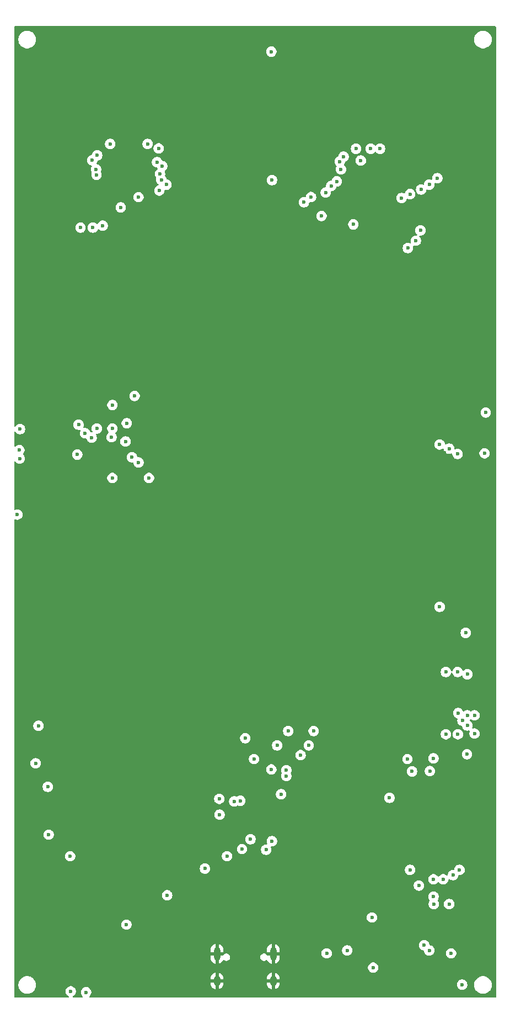
<source format=gbr>
%TF.GenerationSoftware,KiCad,Pcbnew,9.0.0*%
%TF.CreationDate,2025-04-18T09:14:45-04:00*%
%TF.ProjectId,where_is_my_ion,77686572-655f-4697-935f-6d795f696f6e,rev?*%
%TF.SameCoordinates,Original*%
%TF.FileFunction,Copper,L2,Inr*%
%TF.FilePolarity,Positive*%
%FSLAX46Y46*%
G04 Gerber Fmt 4.6, Leading zero omitted, Abs format (unit mm)*
G04 Created by KiCad (PCBNEW 9.0.0) date 2025-04-18 09:14:45*
%MOMM*%
%LPD*%
G01*
G04 APERTURE LIST*
%TA.AperFunction,HeatsinkPad*%
%ADD10O,1.000000X2.100000*%
%TD*%
%TA.AperFunction,HeatsinkPad*%
%ADD11O,1.000000X1.600000*%
%TD*%
%TA.AperFunction,HeatsinkPad*%
%ADD12C,0.600000*%
%TD*%
%TA.AperFunction,ViaPad*%
%ADD13C,0.600000*%
%TD*%
G04 APERTURE END LIST*
D10*
%TO.N,GND*%
%TO.C,J1*%
X133660000Y-157970000D03*
D11*
X133660000Y-162150000D03*
D10*
X142300000Y-157970000D03*
D11*
X142300000Y-162150000D03*
%TD*%
D12*
%TO.N,GND*%
%TO.C,U6*%
X170250000Y-134585000D03*
X169150000Y-134585000D03*
X170800000Y-135135000D03*
X169700000Y-135135000D03*
X168600000Y-135135000D03*
X170250000Y-135685000D03*
X169150000Y-135685000D03*
X170800000Y-136235000D03*
X169700000Y-136235000D03*
X168600000Y-136235000D03*
X170250000Y-136785000D03*
X169150000Y-136785000D03*
%TD*%
D13*
%TO.N,+3V3*%
X142000000Y-19600000D03*
X112200000Y-81400000D03*
X174925000Y-74950000D03*
X113550000Y-163875000D03*
X111200000Y-163737500D03*
X171350000Y-122200000D03*
X103350000Y-82000000D03*
X155744669Y-36305331D03*
X174750000Y-81200000D03*
X165462500Y-156650000D03*
X118875000Y-43500000D03*
X121595331Y-41909669D03*
X170700000Y-121050000D03*
X143500000Y-133500000D03*
%TO.N,GND*%
X112300000Y-80000000D03*
X155800000Y-42000000D03*
X162000000Y-38699000D03*
X168550000Y-81150000D03*
X167250000Y-122200000D03*
X123050000Y-158800000D03*
X169950000Y-78350000D03*
X118500000Y-162850000D03*
X173500000Y-84250000D03*
X118875000Y-41500000D03*
X168600000Y-156600000D03*
X142000000Y-17300000D03*
X103350000Y-79500000D03*
X167650000Y-121000000D03*
X162050000Y-36500000D03*
X141500000Y-133500000D03*
X160300000Y-30800000D03*
X162050000Y-37400000D03*
X162050000Y-38100000D03*
X159000000Y-42000000D03*
X112500000Y-160600000D03*
X155850000Y-38600000D03*
X121450000Y-47600000D03*
X138050000Y-130450000D03*
X173375000Y-74950000D03*
%TO.N,Net-(U1-VBUS)*%
X150500000Y-157900000D03*
X157650000Y-160100000D03*
%TO.N,/IO9*%
X138000000Y-124900000D03*
%TO.N,/CHIP_PU*%
X173200000Y-124200000D03*
X105800000Y-128750000D03*
X148500000Y-123800000D03*
X106250000Y-123000000D03*
X173200000Y-121400000D03*
X144600000Y-123800000D03*
%TO.N,/STN_RSCH_TECH*%
X155000000Y-34500000D03*
%TO.N,/STN_ALLEN*%
X152050000Y-39500000D03*
%TO.N,/INTER_nrthf_rnt_3*%
X157250000Y-34500000D03*
%TO.N,/STN_MILL*%
X103000000Y-90600000D03*
X103400000Y-77500000D03*
%TO.N,/STN_WILLIS_WAY*%
X151200000Y-40200000D03*
%TO.N,/STN_QUEEN*%
X117600000Y-77400000D03*
X119600000Y-79400000D03*
%TO.N,/INTER_nrthf_rnt_2*%
X158700000Y-34500000D03*
%TO.N,/INTER_lwp_willis*%
X150350000Y-41200000D03*
%TO.N,/STN_VICTORIA*%
X117461947Y-78738053D03*
X120600000Y-81800000D03*
%TO.N,/INTER_nrthf_rnt_1*%
X162000000Y-42050000D03*
%TO.N,/STN_LAURIER_UW_PARK*%
X148100000Y-41900000D03*
%TO.N,/STN_CENTRAL*%
X123200000Y-85000000D03*
X117600000Y-85000000D03*
%TO.N,/STN_NORTHFIELD*%
X163300000Y-41450000D03*
%TO.N,/INTER_uw_lwp_1*%
X147000000Y-42700000D03*
%TO.N,/INTER_grh_cntrl_2*%
X112400000Y-76825000D03*
X121600000Y-82600000D03*
%TO.N,/INTER_cstg_nrthf_2*%
X165000000Y-40750000D03*
%TO.N,/STN_UWATERLOO*%
X142100000Y-39300000D03*
%TO.N,/INTER_grh_cntrl_1*%
X115200000Y-77400000D03*
X119800000Y-76600000D03*
%TO.N,/INTER_cstg_nrthf_1*%
X166250000Y-40000000D03*
%TO.N,/INTER_rnt_uw_2*%
X149700000Y-44800000D03*
%TO.N,/STN_GRH*%
X121000000Y-72400000D03*
X113400000Y-78125000D03*
%TO.N,/STN_CONESTOGA*%
X167500000Y-39000000D03*
%TO.N,/INTER_rnt_uw_1*%
X154600000Y-46100000D03*
%TO.N,/INTER_allen_grh_1*%
X117600000Y-73800000D03*
X114400000Y-78800000D03*
%TO.N,/STN_FAIRWAY*%
X119750000Y-153500000D03*
%TO.N,/INTER_rnt_nrthf_2*%
X123000000Y-33750000D03*
%TO.N,/INTER_block_fairway_3*%
X126000000Y-149000000D03*
%TO.N,/INTER_block_mill_2*%
X147750000Y-126000000D03*
X142900000Y-126000000D03*
%TO.N,/INTER_rnt_nrthf_1*%
X124700000Y-34450000D03*
%TO.N,/INTER_block_fairway_2*%
X131800000Y-144900000D03*
%TO.N,/INTER_block_mill_1*%
X166350000Y-129950000D03*
X146500000Y-127500000D03*
X163600000Y-130000000D03*
X139350000Y-128100000D03*
%TO.N,/STN_REV_RSRCH_TECH*%
X124450000Y-36550000D03*
%TO.N,/STN_REV_CONESTOGA*%
X115150000Y-38500000D03*
%TO.N,/INTER_block_fairway_1*%
X135200000Y-143000000D03*
%TO.N,/INTER_uw_rnt_2*%
X125250000Y-37150000D03*
%TO.N,/INTER_nrthf_cnstga_2*%
X115100000Y-37650000D03*
%TO.N,/STN_BLOCK_LINE*%
X137500000Y-141900000D03*
%TO.N,/INTER_uw_rnt_1*%
X124900000Y-38350000D03*
%TO.N,/INTER_nrthf_cnstga_1*%
X114500000Y-36250000D03*
%TO.N,/INTER_mill_block_3*%
X138800000Y-140400000D03*
%TO.N,/STN_REV_UW*%
X125100000Y-39250000D03*
%TO.N,/STN_REV_NORTHFIELD*%
X115250000Y-35500000D03*
%TO.N,/INTER_mill_block_2*%
X134066000Y-136634000D03*
%TO.N,/INTER_fairway_block_1*%
X142100000Y-140700000D03*
X166950000Y-150350000D03*
X169300000Y-150350000D03*
X137250000Y-134500000D03*
%TO.N,/INTER_lwp_uw*%
X125900000Y-40000000D03*
%TO.N,/INTER_rnt_nrthf_3*%
X117250000Y-33750000D03*
%TO.N,/INTER_mill_block_1*%
X134000000Y-134200000D03*
%TO.N,/STN_REV_FAIRWAY*%
X136300000Y-134600000D03*
X141200000Y-142000000D03*
%TO.N,/STN_REV_LAURIER_UW_PARK*%
X124800000Y-40900000D03*
%TO.N,/~{RTS}*%
X171300000Y-162700000D03*
X107675000Y-132350000D03*
%TO.N,/~{DTR}*%
X169600000Y-157900000D03*
X111100000Y-143000000D03*
X107800000Y-139700000D03*
%TO.N,/U0TXD*%
X166900000Y-146550000D03*
X166900000Y-149200000D03*
%TO.N,/IO5_SDA*%
X153100000Y-35700000D03*
X144300000Y-130700000D03*
X170650000Y-124300000D03*
X170600000Y-81300000D03*
X164900000Y-47000000D03*
X116100000Y-46300000D03*
X170600000Y-114750000D03*
%TO.N,/IO6_SCL*%
X103304130Y-80699000D03*
X114600000Y-46600000D03*
X152500000Y-36450000D03*
X164200000Y-48600000D03*
X144300000Y-129800000D03*
X168800000Y-124300000D03*
X169300000Y-80500000D03*
X168800000Y-114750000D03*
%TO.N,/IO4_~{RESET}*%
X172100000Y-121400000D03*
X171850000Y-108750000D03*
X172100000Y-122950000D03*
X167850000Y-79850000D03*
X172100000Y-115100000D03*
X152700000Y-37650000D03*
X142000000Y-129700000D03*
X172049000Y-127349000D03*
X112700000Y-46600000D03*
X167850000Y-104750000D03*
X162975000Y-49725000D03*
X162900000Y-128100000D03*
%TO.N,/USB_DN*%
X166250000Y-157450000D03*
X153650000Y-157450000D03*
%TO.N,/IO18*%
X168400000Y-146550000D03*
X157450000Y-152400000D03*
%TO.N,/IO19*%
X164650000Y-147500000D03*
X169900000Y-145900000D03*
%TO.N,/IO8*%
X160150000Y-134050000D03*
X166900000Y-128000000D03*
%TO.N,/IO1_SW*%
X163300000Y-145100000D03*
X170900000Y-145100000D03*
%TD*%
%TA.AperFunction,Conductor*%
%TO.N,GND*%
G36*
X176442539Y-15720185D02*
G01*
X176488294Y-15772989D01*
X176499500Y-15824500D01*
X176499500Y-164575500D01*
X176479815Y-164642539D01*
X176427011Y-164688294D01*
X176375500Y-164699500D01*
X114156941Y-164699500D01*
X114089902Y-164679815D01*
X114044147Y-164627011D01*
X114034203Y-164557853D01*
X114063228Y-164494297D01*
X114069260Y-164487819D01*
X114171786Y-164385292D01*
X114171789Y-164385289D01*
X114259394Y-164254179D01*
X114319737Y-164108497D01*
X114350500Y-163953842D01*
X114350500Y-163796158D01*
X114350500Y-163796155D01*
X114350499Y-163796153D01*
X114323149Y-163658658D01*
X114319737Y-163641503D01*
X114262786Y-163504010D01*
X114259397Y-163495827D01*
X114259390Y-163495814D01*
X114171789Y-163364711D01*
X114171786Y-163364707D01*
X114060292Y-163253213D01*
X114060288Y-163253210D01*
X113929185Y-163165609D01*
X113929172Y-163165602D01*
X113783501Y-163105264D01*
X113783489Y-163105261D01*
X113628845Y-163074500D01*
X113628842Y-163074500D01*
X113471158Y-163074500D01*
X113471155Y-163074500D01*
X113316510Y-163105261D01*
X113316498Y-163105264D01*
X113170827Y-163165602D01*
X113170814Y-163165609D01*
X113039711Y-163253210D01*
X113039707Y-163253213D01*
X112928213Y-163364707D01*
X112928210Y-163364711D01*
X112840609Y-163495814D01*
X112840602Y-163495827D01*
X112780264Y-163641498D01*
X112780261Y-163641510D01*
X112749500Y-163796153D01*
X112749500Y-163953846D01*
X112780261Y-164108489D01*
X112780264Y-164108501D01*
X112840602Y-164254172D01*
X112840609Y-164254185D01*
X112928210Y-164385288D01*
X112928213Y-164385292D01*
X113030740Y-164487819D01*
X113064225Y-164549142D01*
X113059241Y-164618834D01*
X113017369Y-164674767D01*
X112951905Y-164699184D01*
X112943059Y-164699500D01*
X111592724Y-164699500D01*
X111525685Y-164679815D01*
X111479930Y-164627011D01*
X111469986Y-164557853D01*
X111499011Y-164494297D01*
X111545272Y-164460939D01*
X111579172Y-164446897D01*
X111579172Y-164446896D01*
X111579179Y-164446894D01*
X111710289Y-164359289D01*
X111821789Y-164247789D01*
X111909394Y-164116679D01*
X111969737Y-163970997D01*
X112000500Y-163816342D01*
X112000500Y-163658658D01*
X112000500Y-163658655D01*
X112000499Y-163658653D01*
X111969738Y-163504010D01*
X111969737Y-163504003D01*
X111968286Y-163500499D01*
X111909397Y-163358327D01*
X111909390Y-163358314D01*
X111821789Y-163227211D01*
X111821786Y-163227207D01*
X111710292Y-163115713D01*
X111710288Y-163115710D01*
X111579185Y-163028109D01*
X111579172Y-163028102D01*
X111433501Y-162967764D01*
X111433489Y-162967761D01*
X111278845Y-162937000D01*
X111278842Y-162937000D01*
X111121158Y-162937000D01*
X111121155Y-162937000D01*
X110966510Y-162967761D01*
X110966498Y-162967764D01*
X110820827Y-163028102D01*
X110820814Y-163028109D01*
X110689711Y-163115710D01*
X110689707Y-163115713D01*
X110578213Y-163227207D01*
X110578210Y-163227211D01*
X110490609Y-163358314D01*
X110490602Y-163358327D01*
X110430264Y-163503998D01*
X110430261Y-163504010D01*
X110399500Y-163658653D01*
X110399500Y-163816346D01*
X110430261Y-163970989D01*
X110430264Y-163971001D01*
X110490602Y-164116672D01*
X110490609Y-164116685D01*
X110578210Y-164247788D01*
X110578213Y-164247792D01*
X110689707Y-164359286D01*
X110689711Y-164359289D01*
X110820814Y-164446890D01*
X110820827Y-164446897D01*
X110854728Y-164460939D01*
X110909132Y-164504779D01*
X110931197Y-164571073D01*
X110913918Y-164638773D01*
X110862781Y-164686384D01*
X110807276Y-164699500D01*
X102624500Y-164699500D01*
X102557461Y-164679815D01*
X102511706Y-164627011D01*
X102500500Y-164575500D01*
X102500500Y-162643713D01*
X103149500Y-162643713D01*
X103149500Y-162856286D01*
X103176713Y-163028106D01*
X103182754Y-163066243D01*
X103234906Y-163226751D01*
X103248444Y-163268414D01*
X103344951Y-163457820D01*
X103469890Y-163629786D01*
X103620213Y-163780109D01*
X103792179Y-163905048D01*
X103792181Y-163905049D01*
X103792184Y-163905051D01*
X103981588Y-164001557D01*
X104183757Y-164067246D01*
X104393713Y-164100500D01*
X104393714Y-164100500D01*
X104606286Y-164100500D01*
X104606287Y-164100500D01*
X104816243Y-164067246D01*
X105018412Y-164001557D01*
X105207816Y-163905051D01*
X105329912Y-163816344D01*
X105379786Y-163780109D01*
X105379788Y-163780106D01*
X105379792Y-163780104D01*
X105530104Y-163629792D01*
X105530106Y-163629788D01*
X105530109Y-163629786D01*
X105655048Y-163457820D01*
X105655047Y-163457820D01*
X105655051Y-163457816D01*
X105751557Y-163268412D01*
X105817246Y-163066243D01*
X105850500Y-162856287D01*
X105850500Y-162643713D01*
X105817246Y-162433757D01*
X105751557Y-162231588D01*
X105655051Y-162042184D01*
X105655049Y-162042181D01*
X105655048Y-162042179D01*
X105530109Y-161870213D01*
X105411400Y-161751504D01*
X132660000Y-161751504D01*
X132660000Y-161900000D01*
X133360000Y-161900000D01*
X133360000Y-162400000D01*
X132660000Y-162400000D01*
X132660000Y-162548495D01*
X132698427Y-162741681D01*
X132698430Y-162741693D01*
X132773807Y-162923671D01*
X132773814Y-162923684D01*
X132883248Y-163087462D01*
X132883251Y-163087466D01*
X133022533Y-163226748D01*
X133022537Y-163226751D01*
X133186315Y-163336185D01*
X133186328Y-163336192D01*
X133368308Y-163411569D01*
X133410000Y-163419862D01*
X133410000Y-162616988D01*
X133419940Y-162634205D01*
X133475795Y-162690060D01*
X133544204Y-162729556D01*
X133620504Y-162750000D01*
X133699496Y-162750000D01*
X133775796Y-162729556D01*
X133844205Y-162690060D01*
X133900060Y-162634205D01*
X133910000Y-162616988D01*
X133910000Y-163419862D01*
X133951690Y-163411569D01*
X133951692Y-163411569D01*
X134133671Y-163336192D01*
X134133684Y-163336185D01*
X134297462Y-163226751D01*
X134297466Y-163226748D01*
X134436748Y-163087466D01*
X134436751Y-163087462D01*
X134546185Y-162923684D01*
X134546192Y-162923671D01*
X134621569Y-162741693D01*
X134621572Y-162741681D01*
X134659999Y-162548495D01*
X134660000Y-162548492D01*
X134660000Y-162400000D01*
X133960000Y-162400000D01*
X133960000Y-161900000D01*
X134660000Y-161900000D01*
X134660000Y-161751508D01*
X134659999Y-161751504D01*
X141300000Y-161751504D01*
X141300000Y-161900000D01*
X142000000Y-161900000D01*
X142000000Y-162400000D01*
X141300000Y-162400000D01*
X141300000Y-162548495D01*
X141338427Y-162741681D01*
X141338430Y-162741693D01*
X141413807Y-162923671D01*
X141413814Y-162923684D01*
X141523248Y-163087462D01*
X141523251Y-163087466D01*
X141662533Y-163226748D01*
X141662537Y-163226751D01*
X141826315Y-163336185D01*
X141826328Y-163336192D01*
X142008308Y-163411569D01*
X142050000Y-163419862D01*
X142050000Y-162616988D01*
X142059940Y-162634205D01*
X142115795Y-162690060D01*
X142184204Y-162729556D01*
X142260504Y-162750000D01*
X142339496Y-162750000D01*
X142415796Y-162729556D01*
X142484205Y-162690060D01*
X142540060Y-162634205D01*
X142550000Y-162616988D01*
X142550000Y-163419862D01*
X142591690Y-163411569D01*
X142591692Y-163411569D01*
X142773671Y-163336192D01*
X142773684Y-163336185D01*
X142937462Y-163226751D01*
X142937466Y-163226748D01*
X143076748Y-163087466D01*
X143076751Y-163087462D01*
X143186185Y-162923684D01*
X143186192Y-162923671D01*
X143261569Y-162741693D01*
X143261572Y-162741681D01*
X143285547Y-162621153D01*
X170499500Y-162621153D01*
X170499500Y-162778846D01*
X170530261Y-162933489D01*
X170530264Y-162933501D01*
X170590602Y-163079172D01*
X170590609Y-163079185D01*
X170678210Y-163210288D01*
X170678213Y-163210292D01*
X170789707Y-163321786D01*
X170789711Y-163321789D01*
X170920814Y-163409390D01*
X170920827Y-163409397D01*
X171066498Y-163469735D01*
X171066503Y-163469737D01*
X171221153Y-163500499D01*
X171221156Y-163500500D01*
X171221158Y-163500500D01*
X171378844Y-163500500D01*
X171378845Y-163500499D01*
X171533497Y-163469737D01*
X171679179Y-163409394D01*
X171810289Y-163321789D01*
X171921789Y-163210289D01*
X172009394Y-163079179D01*
X172069737Y-162933497D01*
X172100500Y-162778842D01*
X172100500Y-162643713D01*
X173149500Y-162643713D01*
X173149500Y-162856286D01*
X173176713Y-163028106D01*
X173182754Y-163066243D01*
X173234906Y-163226751D01*
X173248444Y-163268414D01*
X173344951Y-163457820D01*
X173469890Y-163629786D01*
X173620213Y-163780109D01*
X173792179Y-163905048D01*
X173792181Y-163905049D01*
X173792184Y-163905051D01*
X173981588Y-164001557D01*
X174183757Y-164067246D01*
X174393713Y-164100500D01*
X174393714Y-164100500D01*
X174606286Y-164100500D01*
X174606287Y-164100500D01*
X174816243Y-164067246D01*
X175018412Y-164001557D01*
X175207816Y-163905051D01*
X175329912Y-163816344D01*
X175379786Y-163780109D01*
X175379788Y-163780106D01*
X175379792Y-163780104D01*
X175530104Y-163629792D01*
X175530106Y-163629788D01*
X175530109Y-163629786D01*
X175655048Y-163457820D01*
X175655047Y-163457820D01*
X175655051Y-163457816D01*
X175751557Y-163268412D01*
X175817246Y-163066243D01*
X175850500Y-162856287D01*
X175850500Y-162643713D01*
X175817246Y-162433757D01*
X175751557Y-162231588D01*
X175655051Y-162042184D01*
X175655049Y-162042181D01*
X175655048Y-162042179D01*
X175530109Y-161870213D01*
X175379786Y-161719890D01*
X175207820Y-161594951D01*
X175018414Y-161498444D01*
X175018413Y-161498443D01*
X175018412Y-161498443D01*
X174816243Y-161432754D01*
X174816241Y-161432753D01*
X174816240Y-161432753D01*
X174654957Y-161407208D01*
X174606287Y-161399500D01*
X174393713Y-161399500D01*
X174345042Y-161407208D01*
X174183760Y-161432753D01*
X173981585Y-161498444D01*
X173792179Y-161594951D01*
X173620213Y-161719890D01*
X173469890Y-161870213D01*
X173344951Y-162042179D01*
X173248444Y-162231585D01*
X173182753Y-162433760D01*
X173149500Y-162643713D01*
X172100500Y-162643713D01*
X172100500Y-162621158D01*
X172100500Y-162621155D01*
X172100499Y-162621153D01*
X172086046Y-162548492D01*
X172069737Y-162466503D01*
X172036788Y-162386956D01*
X172009397Y-162320827D01*
X172009390Y-162320814D01*
X171921789Y-162189711D01*
X171921786Y-162189707D01*
X171810292Y-162078213D01*
X171810288Y-162078210D01*
X171679185Y-161990609D01*
X171679172Y-161990602D01*
X171533501Y-161930264D01*
X171533489Y-161930261D01*
X171378845Y-161899500D01*
X171378842Y-161899500D01*
X171221158Y-161899500D01*
X171221155Y-161899500D01*
X171066510Y-161930261D01*
X171066498Y-161930264D01*
X170920827Y-161990602D01*
X170920814Y-161990609D01*
X170789711Y-162078210D01*
X170789707Y-162078213D01*
X170678213Y-162189707D01*
X170678210Y-162189711D01*
X170590609Y-162320814D01*
X170590602Y-162320827D01*
X170530264Y-162466498D01*
X170530261Y-162466510D01*
X170499500Y-162621153D01*
X143285547Y-162621153D01*
X143291570Y-162590875D01*
X143299999Y-162548495D01*
X143300000Y-162548492D01*
X143300000Y-162400000D01*
X142600000Y-162400000D01*
X142600000Y-161900000D01*
X143300000Y-161900000D01*
X143300000Y-161751508D01*
X143299999Y-161751504D01*
X143261572Y-161558318D01*
X143261569Y-161558306D01*
X143186192Y-161376328D01*
X143186185Y-161376315D01*
X143076751Y-161212537D01*
X143076748Y-161212533D01*
X142937466Y-161073251D01*
X142937462Y-161073248D01*
X142773684Y-160963814D01*
X142773671Y-160963807D01*
X142591691Y-160888429D01*
X142591683Y-160888427D01*
X142550000Y-160880135D01*
X142550000Y-161683011D01*
X142540060Y-161665795D01*
X142484205Y-161609940D01*
X142415796Y-161570444D01*
X142339496Y-161550000D01*
X142260504Y-161550000D01*
X142184204Y-161570444D01*
X142115795Y-161609940D01*
X142059940Y-161665795D01*
X142050000Y-161683011D01*
X142050000Y-160880136D01*
X142049999Y-160880135D01*
X142008316Y-160888427D01*
X142008308Y-160888429D01*
X141826328Y-160963807D01*
X141826315Y-160963814D01*
X141662537Y-161073248D01*
X141662533Y-161073251D01*
X141523251Y-161212533D01*
X141523248Y-161212537D01*
X141413814Y-161376315D01*
X141413807Y-161376328D01*
X141338430Y-161558306D01*
X141338427Y-161558318D01*
X141300000Y-161751504D01*
X134659999Y-161751504D01*
X134621572Y-161558318D01*
X134621569Y-161558306D01*
X134546192Y-161376328D01*
X134546185Y-161376315D01*
X134436751Y-161212537D01*
X134436748Y-161212533D01*
X134297466Y-161073251D01*
X134297462Y-161073248D01*
X134133684Y-160963814D01*
X134133671Y-160963807D01*
X133951691Y-160888429D01*
X133951683Y-160888427D01*
X133910000Y-160880135D01*
X133910000Y-161683011D01*
X133900060Y-161665795D01*
X133844205Y-161609940D01*
X133775796Y-161570444D01*
X133699496Y-161550000D01*
X133620504Y-161550000D01*
X133544204Y-161570444D01*
X133475795Y-161609940D01*
X133419940Y-161665795D01*
X133410000Y-161683011D01*
X133410000Y-160880136D01*
X133409999Y-160880135D01*
X133368316Y-160888427D01*
X133368308Y-160888429D01*
X133186328Y-160963807D01*
X133186315Y-160963814D01*
X133022537Y-161073248D01*
X133022533Y-161073251D01*
X132883251Y-161212533D01*
X132883248Y-161212537D01*
X132773814Y-161376315D01*
X132773807Y-161376328D01*
X132698430Y-161558306D01*
X132698427Y-161558318D01*
X132660000Y-161751504D01*
X105411400Y-161751504D01*
X105379786Y-161719890D01*
X105207820Y-161594951D01*
X105018414Y-161498444D01*
X105018413Y-161498443D01*
X105018412Y-161498443D01*
X104816243Y-161432754D01*
X104816241Y-161432753D01*
X104816240Y-161432753D01*
X104654957Y-161407208D01*
X104606287Y-161399500D01*
X104393713Y-161399500D01*
X104345042Y-161407208D01*
X104183760Y-161432753D01*
X103981585Y-161498444D01*
X103792179Y-161594951D01*
X103620213Y-161719890D01*
X103469890Y-161870213D01*
X103344951Y-162042179D01*
X103248444Y-162231585D01*
X103182753Y-162433760D01*
X103149500Y-162643713D01*
X102500500Y-162643713D01*
X102500500Y-160021153D01*
X156849500Y-160021153D01*
X156849500Y-160178846D01*
X156880261Y-160333489D01*
X156880264Y-160333501D01*
X156940602Y-160479172D01*
X156940609Y-160479185D01*
X157028210Y-160610288D01*
X157028213Y-160610292D01*
X157139707Y-160721786D01*
X157139711Y-160721789D01*
X157270814Y-160809390D01*
X157270827Y-160809397D01*
X157416498Y-160869735D01*
X157416503Y-160869737D01*
X157571153Y-160900499D01*
X157571156Y-160900500D01*
X157571158Y-160900500D01*
X157728844Y-160900500D01*
X157728845Y-160900499D01*
X157883497Y-160869737D01*
X158029179Y-160809394D01*
X158160289Y-160721789D01*
X158271789Y-160610289D01*
X158359394Y-160479179D01*
X158419737Y-160333497D01*
X158450500Y-160178842D01*
X158450500Y-160021158D01*
X158450500Y-160021155D01*
X158450499Y-160021153D01*
X158419738Y-159866510D01*
X158419737Y-159866503D01*
X158419735Y-159866498D01*
X158359397Y-159720827D01*
X158359390Y-159720814D01*
X158271789Y-159589711D01*
X158271786Y-159589707D01*
X158160292Y-159478213D01*
X158160288Y-159478210D01*
X158029185Y-159390609D01*
X158029172Y-159390602D01*
X157883501Y-159330264D01*
X157883489Y-159330261D01*
X157728845Y-159299500D01*
X157728842Y-159299500D01*
X157571158Y-159299500D01*
X157571155Y-159299500D01*
X157416510Y-159330261D01*
X157416498Y-159330264D01*
X157270827Y-159390602D01*
X157270814Y-159390609D01*
X157139711Y-159478210D01*
X157139707Y-159478213D01*
X157028213Y-159589707D01*
X157028210Y-159589711D01*
X156940609Y-159720814D01*
X156940602Y-159720827D01*
X156880264Y-159866498D01*
X156880261Y-159866510D01*
X156849500Y-160021153D01*
X102500500Y-160021153D01*
X102500500Y-157321504D01*
X132660000Y-157321504D01*
X132660000Y-157720000D01*
X133360000Y-157720000D01*
X133360000Y-158220000D01*
X132660000Y-158220000D01*
X132660000Y-158618495D01*
X132698427Y-158811681D01*
X132698430Y-158811693D01*
X132773807Y-158993671D01*
X132773814Y-158993684D01*
X132883248Y-159157462D01*
X132883251Y-159157466D01*
X133022533Y-159296748D01*
X133022537Y-159296751D01*
X133186315Y-159406185D01*
X133186328Y-159406192D01*
X133368308Y-159481569D01*
X133410000Y-159489862D01*
X133410000Y-158686988D01*
X133419940Y-158704205D01*
X133475795Y-158760060D01*
X133544204Y-158799556D01*
X133620504Y-158820000D01*
X133699496Y-158820000D01*
X133775796Y-158799556D01*
X133844205Y-158760060D01*
X133900060Y-158704205D01*
X133910000Y-158686988D01*
X133910000Y-159489862D01*
X133951690Y-159481569D01*
X133951692Y-159481569D01*
X134133671Y-159406192D01*
X134133684Y-159406185D01*
X134297462Y-159296751D01*
X134297466Y-159296748D01*
X134436748Y-159157466D01*
X134436751Y-159157462D01*
X134549574Y-158988613D01*
X134551007Y-158989570D01*
X134594198Y-158945580D01*
X134662332Y-158930103D01*
X134728018Y-158953919D01*
X134730089Y-158955697D01*
X134730189Y-158955568D01*
X134736630Y-158960510D01*
X134736635Y-158960515D01*
X134867865Y-159036281D01*
X135014234Y-159075500D01*
X135014236Y-159075500D01*
X135165764Y-159075500D01*
X135165766Y-159075500D01*
X135312135Y-159036281D01*
X135443365Y-158960515D01*
X135550515Y-158853365D01*
X135626281Y-158722135D01*
X135665500Y-158575766D01*
X135665500Y-158424234D01*
X140294500Y-158424234D01*
X140294500Y-158575766D01*
X140303511Y-158609397D01*
X140333719Y-158722136D01*
X140355615Y-158760060D01*
X140409485Y-158853365D01*
X140516635Y-158960515D01*
X140647865Y-159036281D01*
X140794234Y-159075500D01*
X140794236Y-159075500D01*
X140945764Y-159075500D01*
X140945766Y-159075500D01*
X141092135Y-159036281D01*
X141223365Y-158960515D01*
X141223372Y-158960507D01*
X141229811Y-158955568D01*
X141232044Y-158958478D01*
X141278258Y-158932865D01*
X141347980Y-158937411D01*
X141404176Y-158978930D01*
X141410394Y-158988634D01*
X141410426Y-158988613D01*
X141523248Y-159157462D01*
X141523251Y-159157466D01*
X141662533Y-159296748D01*
X141662537Y-159296751D01*
X141826315Y-159406185D01*
X141826328Y-159406192D01*
X142008308Y-159481569D01*
X142050000Y-159489862D01*
X142050000Y-158686988D01*
X142059940Y-158704205D01*
X142115795Y-158760060D01*
X142184204Y-158799556D01*
X142260504Y-158820000D01*
X142339496Y-158820000D01*
X142415796Y-158799556D01*
X142484205Y-158760060D01*
X142540060Y-158704205D01*
X142550000Y-158686988D01*
X142550000Y-159489862D01*
X142591690Y-159481569D01*
X142591692Y-159481569D01*
X142773671Y-159406192D01*
X142773684Y-159406185D01*
X142937462Y-159296751D01*
X142937466Y-159296748D01*
X143076748Y-159157466D01*
X143076751Y-159157462D01*
X143186185Y-158993684D01*
X143186192Y-158993671D01*
X143261569Y-158811693D01*
X143261572Y-158811681D01*
X143299999Y-158618495D01*
X143300000Y-158618492D01*
X143300000Y-158220000D01*
X142600000Y-158220000D01*
X142600000Y-157821153D01*
X149699500Y-157821153D01*
X149699500Y-157978846D01*
X149730261Y-158133489D01*
X149730264Y-158133501D01*
X149790602Y-158279172D01*
X149790609Y-158279185D01*
X149878210Y-158410288D01*
X149878213Y-158410292D01*
X149989707Y-158521786D01*
X149989711Y-158521789D01*
X150120814Y-158609390D01*
X150120827Y-158609397D01*
X150266498Y-158669735D01*
X150266503Y-158669737D01*
X150421153Y-158700499D01*
X150421156Y-158700500D01*
X150421158Y-158700500D01*
X150578844Y-158700500D01*
X150578845Y-158700499D01*
X150733497Y-158669737D01*
X150879179Y-158609394D01*
X151010289Y-158521789D01*
X151121789Y-158410289D01*
X151209394Y-158279179D01*
X151269737Y-158133497D01*
X151300500Y-157978842D01*
X151300500Y-157821158D01*
X151300500Y-157821155D01*
X151300499Y-157821153D01*
X151273116Y-157683491D01*
X151269737Y-157666503D01*
X151216446Y-157537845D01*
X151209397Y-157520827D01*
X151209390Y-157520814D01*
X151151354Y-157433957D01*
X151121789Y-157389711D01*
X151121786Y-157389707D01*
X151103232Y-157371153D01*
X152849500Y-157371153D01*
X152849500Y-157528846D01*
X152880261Y-157683489D01*
X152880264Y-157683501D01*
X152940602Y-157829172D01*
X152940609Y-157829185D01*
X153028210Y-157960288D01*
X153028213Y-157960292D01*
X153139707Y-158071786D01*
X153139711Y-158071789D01*
X153270814Y-158159390D01*
X153270827Y-158159397D01*
X153383860Y-158206216D01*
X153416503Y-158219737D01*
X153571153Y-158250499D01*
X153571156Y-158250500D01*
X153571158Y-158250500D01*
X153728844Y-158250500D01*
X153728845Y-158250499D01*
X153883497Y-158219737D01*
X154029179Y-158159394D01*
X154160289Y-158071789D01*
X154271789Y-157960289D01*
X154359394Y-157829179D01*
X154362719Y-157821153D01*
X154419735Y-157683501D01*
X154419737Y-157683497D01*
X154450500Y-157528842D01*
X154450500Y-157371158D01*
X154450500Y-157371155D01*
X154450499Y-157371153D01*
X154432012Y-157278213D01*
X154419737Y-157216503D01*
X154419735Y-157216498D01*
X154359397Y-157070827D01*
X154359390Y-157070814D01*
X154271789Y-156939711D01*
X154271786Y-156939707D01*
X154160292Y-156828213D01*
X154160288Y-156828210D01*
X154029185Y-156740609D01*
X154029172Y-156740602D01*
X153883501Y-156680264D01*
X153883489Y-156680261D01*
X153728845Y-156649500D01*
X153728842Y-156649500D01*
X153571158Y-156649500D01*
X153571155Y-156649500D01*
X153416510Y-156680261D01*
X153416498Y-156680264D01*
X153270827Y-156740602D01*
X153270814Y-156740609D01*
X153139711Y-156828210D01*
X153139707Y-156828213D01*
X153028213Y-156939707D01*
X153028210Y-156939711D01*
X152940609Y-157070814D01*
X152940602Y-157070827D01*
X152880264Y-157216498D01*
X152880261Y-157216510D01*
X152849500Y-157371153D01*
X151103232Y-157371153D01*
X151010292Y-157278213D01*
X151010288Y-157278210D01*
X150879185Y-157190609D01*
X150879172Y-157190602D01*
X150733501Y-157130264D01*
X150733489Y-157130261D01*
X150578845Y-157099500D01*
X150578842Y-157099500D01*
X150421158Y-157099500D01*
X150421155Y-157099500D01*
X150266510Y-157130261D01*
X150266498Y-157130264D01*
X150120827Y-157190602D01*
X150120814Y-157190609D01*
X149989711Y-157278210D01*
X149989707Y-157278213D01*
X149878213Y-157389707D01*
X149878210Y-157389711D01*
X149790609Y-157520814D01*
X149790602Y-157520827D01*
X149730264Y-157666498D01*
X149730261Y-157666510D01*
X149699500Y-157821153D01*
X142600000Y-157821153D01*
X142600000Y-157720000D01*
X143300000Y-157720000D01*
X143300000Y-157321508D01*
X143299999Y-157321504D01*
X143261572Y-157128318D01*
X143261569Y-157128306D01*
X143186192Y-156946328D01*
X143186185Y-156946315D01*
X143076751Y-156782537D01*
X143076748Y-156782533D01*
X142937466Y-156643251D01*
X142937462Y-156643248D01*
X142829565Y-156571153D01*
X164662000Y-156571153D01*
X164662000Y-156728846D01*
X164692761Y-156883489D01*
X164692764Y-156883501D01*
X164753102Y-157029172D01*
X164753109Y-157029185D01*
X164840710Y-157160288D01*
X164840713Y-157160292D01*
X164952207Y-157271786D01*
X164952211Y-157271789D01*
X165083314Y-157359390D01*
X165083327Y-157359397D01*
X165156513Y-157389711D01*
X165229003Y-157419737D01*
X165293771Y-157432620D01*
X165354724Y-157444745D01*
X165416635Y-157477130D01*
X165451209Y-157537845D01*
X165452150Y-157542170D01*
X165480261Y-157683491D01*
X165480264Y-157683501D01*
X165540602Y-157829172D01*
X165540609Y-157829185D01*
X165628210Y-157960288D01*
X165628213Y-157960292D01*
X165739707Y-158071786D01*
X165739711Y-158071789D01*
X165870814Y-158159390D01*
X165870827Y-158159397D01*
X165983860Y-158206216D01*
X166016503Y-158219737D01*
X166171153Y-158250499D01*
X166171156Y-158250500D01*
X166171158Y-158250500D01*
X166328844Y-158250500D01*
X166328845Y-158250499D01*
X166483497Y-158219737D01*
X166629179Y-158159394D01*
X166760289Y-158071789D01*
X166871789Y-157960289D01*
X166959394Y-157829179D01*
X166959395Y-157829176D01*
X166959397Y-157829173D01*
X166962719Y-157821153D01*
X168799500Y-157821153D01*
X168799500Y-157978846D01*
X168830261Y-158133489D01*
X168830264Y-158133501D01*
X168890602Y-158279172D01*
X168890609Y-158279185D01*
X168978210Y-158410288D01*
X168978213Y-158410292D01*
X169089707Y-158521786D01*
X169089711Y-158521789D01*
X169220814Y-158609390D01*
X169220827Y-158609397D01*
X169366498Y-158669735D01*
X169366503Y-158669737D01*
X169521153Y-158700499D01*
X169521156Y-158700500D01*
X169521158Y-158700500D01*
X169678844Y-158700500D01*
X169678845Y-158700499D01*
X169833497Y-158669737D01*
X169979179Y-158609394D01*
X170110289Y-158521789D01*
X170221789Y-158410289D01*
X170309394Y-158279179D01*
X170369737Y-158133497D01*
X170400500Y-157978842D01*
X170400500Y-157821158D01*
X170400500Y-157821155D01*
X170400499Y-157821153D01*
X170373116Y-157683491D01*
X170369737Y-157666503D01*
X170316446Y-157537845D01*
X170309397Y-157520827D01*
X170309390Y-157520814D01*
X170221789Y-157389711D01*
X170221786Y-157389707D01*
X170110292Y-157278213D01*
X170110288Y-157278210D01*
X169979185Y-157190609D01*
X169979172Y-157190602D01*
X169833501Y-157130264D01*
X169833489Y-157130261D01*
X169678845Y-157099500D01*
X169678842Y-157099500D01*
X169521158Y-157099500D01*
X169521155Y-157099500D01*
X169366510Y-157130261D01*
X169366498Y-157130264D01*
X169220827Y-157190602D01*
X169220814Y-157190609D01*
X169089711Y-157278210D01*
X169089707Y-157278213D01*
X168978213Y-157389707D01*
X168978210Y-157389711D01*
X168890609Y-157520814D01*
X168890602Y-157520827D01*
X168830264Y-157666498D01*
X168830261Y-157666510D01*
X168799500Y-157821153D01*
X166962719Y-157821153D01*
X166984895Y-157767614D01*
X166984895Y-157767613D01*
X167019737Y-157683497D01*
X167050500Y-157528842D01*
X167050500Y-157371158D01*
X167050500Y-157371155D01*
X167050499Y-157371153D01*
X167032012Y-157278213D01*
X167019737Y-157216503D01*
X167019735Y-157216498D01*
X166959397Y-157070827D01*
X166959390Y-157070814D01*
X166871789Y-156939711D01*
X166871786Y-156939707D01*
X166760292Y-156828213D01*
X166760288Y-156828210D01*
X166629185Y-156740609D01*
X166629172Y-156740602D01*
X166483501Y-156680264D01*
X166483491Y-156680261D01*
X166357774Y-156655254D01*
X166295863Y-156622869D01*
X166261289Y-156562153D01*
X166260349Y-156557828D01*
X166232238Y-156416510D01*
X166232237Y-156416503D01*
X166232235Y-156416498D01*
X166171897Y-156270827D01*
X166171890Y-156270814D01*
X166084289Y-156139711D01*
X166084286Y-156139707D01*
X165972792Y-156028213D01*
X165972788Y-156028210D01*
X165841685Y-155940609D01*
X165841672Y-155940602D01*
X165696001Y-155880264D01*
X165695989Y-155880261D01*
X165541345Y-155849500D01*
X165541342Y-155849500D01*
X165383658Y-155849500D01*
X165383655Y-155849500D01*
X165229010Y-155880261D01*
X165228998Y-155880264D01*
X165083327Y-155940602D01*
X165083314Y-155940609D01*
X164952211Y-156028210D01*
X164952207Y-156028213D01*
X164840713Y-156139707D01*
X164840710Y-156139711D01*
X164753109Y-156270814D01*
X164753102Y-156270827D01*
X164692764Y-156416498D01*
X164692761Y-156416510D01*
X164662000Y-156571153D01*
X142829565Y-156571153D01*
X142773684Y-156533814D01*
X142773671Y-156533807D01*
X142591691Y-156458429D01*
X142591683Y-156458427D01*
X142550000Y-156450135D01*
X142550000Y-157253011D01*
X142540060Y-157235795D01*
X142484205Y-157179940D01*
X142415796Y-157140444D01*
X142339496Y-157120000D01*
X142260504Y-157120000D01*
X142184204Y-157140444D01*
X142115795Y-157179940D01*
X142059940Y-157235795D01*
X142050000Y-157253011D01*
X142050000Y-156450136D01*
X142049999Y-156450135D01*
X142008316Y-156458427D01*
X142008308Y-156458429D01*
X141826328Y-156533807D01*
X141826315Y-156533814D01*
X141662537Y-156643248D01*
X141662533Y-156643251D01*
X141523251Y-156782533D01*
X141523248Y-156782537D01*
X141413814Y-156946315D01*
X141413807Y-156946328D01*
X141338430Y-157128306D01*
X141338427Y-157128318D01*
X141300000Y-157321504D01*
X141300000Y-157720000D01*
X142000000Y-157720000D01*
X142000000Y-158220000D01*
X141444464Y-158220000D01*
X141377425Y-158200315D01*
X141337077Y-158158000D01*
X141330517Y-158146638D01*
X141330513Y-158146633D01*
X141223367Y-158039487D01*
X141223365Y-158039485D01*
X141118336Y-157978846D01*
X141092136Y-157963719D01*
X141018950Y-157944109D01*
X140945766Y-157924500D01*
X140794234Y-157924500D01*
X140647863Y-157963719D01*
X140516635Y-158039485D01*
X140516632Y-158039487D01*
X140409487Y-158146632D01*
X140409485Y-158146635D01*
X140333719Y-158277863D01*
X140298236Y-158410292D01*
X140294500Y-158424234D01*
X135665500Y-158424234D01*
X135626281Y-158277865D01*
X135550515Y-158146635D01*
X135443365Y-158039485D01*
X135338336Y-157978846D01*
X135312136Y-157963719D01*
X135238950Y-157944109D01*
X135165766Y-157924500D01*
X135014234Y-157924500D01*
X134867863Y-157963719D01*
X134736635Y-158039485D01*
X134736632Y-158039487D01*
X134629486Y-158146633D01*
X134629482Y-158146638D01*
X134622923Y-158158000D01*
X134572356Y-158206216D01*
X134515536Y-158220000D01*
X133960000Y-158220000D01*
X133960000Y-157720000D01*
X134660000Y-157720000D01*
X134660000Y-157321508D01*
X134659999Y-157321504D01*
X134621572Y-157128318D01*
X134621569Y-157128306D01*
X134546192Y-156946328D01*
X134546185Y-156946315D01*
X134436751Y-156782537D01*
X134436748Y-156782533D01*
X134297466Y-156643251D01*
X134297462Y-156643248D01*
X134133684Y-156533814D01*
X134133671Y-156533807D01*
X133951691Y-156458429D01*
X133951683Y-156458427D01*
X133910000Y-156450135D01*
X133910000Y-157253011D01*
X133900060Y-157235795D01*
X133844205Y-157179940D01*
X133775796Y-157140444D01*
X133699496Y-157120000D01*
X133620504Y-157120000D01*
X133544204Y-157140444D01*
X133475795Y-157179940D01*
X133419940Y-157235795D01*
X133410000Y-157253011D01*
X133410000Y-156450136D01*
X133409999Y-156450135D01*
X133368316Y-156458427D01*
X133368308Y-156458429D01*
X133186328Y-156533807D01*
X133186315Y-156533814D01*
X133022537Y-156643248D01*
X133022533Y-156643251D01*
X132883251Y-156782533D01*
X132883248Y-156782537D01*
X132773814Y-156946315D01*
X132773807Y-156946328D01*
X132698430Y-157128306D01*
X132698427Y-157128318D01*
X132660000Y-157321504D01*
X102500500Y-157321504D01*
X102500500Y-153421153D01*
X118949500Y-153421153D01*
X118949500Y-153578846D01*
X118980261Y-153733489D01*
X118980264Y-153733501D01*
X119040602Y-153879172D01*
X119040609Y-153879185D01*
X119128210Y-154010288D01*
X119128213Y-154010292D01*
X119239707Y-154121786D01*
X119239711Y-154121789D01*
X119370814Y-154209390D01*
X119370827Y-154209397D01*
X119516498Y-154269735D01*
X119516503Y-154269737D01*
X119671153Y-154300499D01*
X119671156Y-154300500D01*
X119671158Y-154300500D01*
X119828844Y-154300500D01*
X119828845Y-154300499D01*
X119983497Y-154269737D01*
X120129179Y-154209394D01*
X120260289Y-154121789D01*
X120371789Y-154010289D01*
X120459394Y-153879179D01*
X120519737Y-153733497D01*
X120550500Y-153578842D01*
X120550500Y-153421158D01*
X120550500Y-153421155D01*
X120550499Y-153421153D01*
X120519738Y-153266510D01*
X120519737Y-153266503D01*
X120492398Y-153200500D01*
X120459397Y-153120827D01*
X120459390Y-153120814D01*
X120371789Y-152989711D01*
X120371786Y-152989707D01*
X120260292Y-152878213D01*
X120260288Y-152878210D01*
X120129185Y-152790609D01*
X120129172Y-152790602D01*
X119983501Y-152730264D01*
X119983489Y-152730261D01*
X119828845Y-152699500D01*
X119828842Y-152699500D01*
X119671158Y-152699500D01*
X119671155Y-152699500D01*
X119516510Y-152730261D01*
X119516498Y-152730264D01*
X119370827Y-152790602D01*
X119370814Y-152790609D01*
X119239711Y-152878210D01*
X119239707Y-152878213D01*
X119128213Y-152989707D01*
X119128210Y-152989711D01*
X119040609Y-153120814D01*
X119040602Y-153120827D01*
X118980264Y-153266498D01*
X118980261Y-153266510D01*
X118949500Y-153421153D01*
X102500500Y-153421153D01*
X102500500Y-152321153D01*
X156649500Y-152321153D01*
X156649500Y-152478846D01*
X156680261Y-152633489D01*
X156680264Y-152633501D01*
X156740602Y-152779172D01*
X156740609Y-152779185D01*
X156828210Y-152910288D01*
X156828213Y-152910292D01*
X156939707Y-153021786D01*
X156939711Y-153021789D01*
X157070814Y-153109390D01*
X157070827Y-153109397D01*
X157216498Y-153169735D01*
X157216503Y-153169737D01*
X157371153Y-153200499D01*
X157371156Y-153200500D01*
X157371158Y-153200500D01*
X157528844Y-153200500D01*
X157528845Y-153200499D01*
X157683497Y-153169737D01*
X157801592Y-153120821D01*
X157829172Y-153109397D01*
X157829172Y-153109396D01*
X157829179Y-153109394D01*
X157960289Y-153021789D01*
X158071789Y-152910289D01*
X158159394Y-152779179D01*
X158219737Y-152633497D01*
X158250500Y-152478842D01*
X158250500Y-152321158D01*
X158250500Y-152321155D01*
X158250499Y-152321153D01*
X158219738Y-152166510D01*
X158219737Y-152166503D01*
X158219735Y-152166498D01*
X158159397Y-152020827D01*
X158159390Y-152020814D01*
X158071789Y-151889711D01*
X158071786Y-151889707D01*
X157960292Y-151778213D01*
X157960288Y-151778210D01*
X157829185Y-151690609D01*
X157829172Y-151690602D01*
X157683501Y-151630264D01*
X157683489Y-151630261D01*
X157528845Y-151599500D01*
X157528842Y-151599500D01*
X157371158Y-151599500D01*
X157371155Y-151599500D01*
X157216510Y-151630261D01*
X157216498Y-151630264D01*
X157070827Y-151690602D01*
X157070814Y-151690609D01*
X156939711Y-151778210D01*
X156939707Y-151778213D01*
X156828213Y-151889707D01*
X156828210Y-151889711D01*
X156740609Y-152020814D01*
X156740602Y-152020827D01*
X156680264Y-152166498D01*
X156680261Y-152166510D01*
X156649500Y-152321153D01*
X102500500Y-152321153D01*
X102500500Y-148921153D01*
X125199500Y-148921153D01*
X125199500Y-149078846D01*
X125230261Y-149233489D01*
X125230264Y-149233501D01*
X125290602Y-149379172D01*
X125290609Y-149379185D01*
X125378210Y-149510288D01*
X125378213Y-149510292D01*
X125489707Y-149621786D01*
X125489711Y-149621789D01*
X125620814Y-149709390D01*
X125620827Y-149709397D01*
X125666254Y-149728213D01*
X125766503Y-149769737D01*
X125918644Y-149800000D01*
X125921153Y-149800499D01*
X125921156Y-149800500D01*
X125921158Y-149800500D01*
X126078844Y-149800500D01*
X126078845Y-149800499D01*
X126233497Y-149769737D01*
X126379179Y-149709394D01*
X126510289Y-149621789D01*
X126621789Y-149510289D01*
X126709394Y-149379179D01*
X126769737Y-149233497D01*
X126792083Y-149121158D01*
X126792084Y-149121153D01*
X166099500Y-149121153D01*
X166099500Y-149278846D01*
X166130261Y-149433489D01*
X166130264Y-149433501D01*
X166190602Y-149579172D01*
X166190609Y-149579185D01*
X166278210Y-149710288D01*
X166278213Y-149710292D01*
X166288064Y-149720143D01*
X166321549Y-149781466D01*
X166316565Y-149851158D01*
X166303485Y-149876715D01*
X166240609Y-149970814D01*
X166240602Y-149970827D01*
X166180264Y-150116498D01*
X166180261Y-150116510D01*
X166149500Y-150271153D01*
X166149500Y-150428846D01*
X166180261Y-150583489D01*
X166180264Y-150583501D01*
X166240602Y-150729172D01*
X166240609Y-150729185D01*
X166328210Y-150860288D01*
X166328213Y-150860292D01*
X166439707Y-150971786D01*
X166439711Y-150971789D01*
X166570814Y-151059390D01*
X166570827Y-151059397D01*
X166716498Y-151119735D01*
X166716503Y-151119737D01*
X166871153Y-151150499D01*
X166871156Y-151150500D01*
X166871158Y-151150500D01*
X167028844Y-151150500D01*
X167028845Y-151150499D01*
X167183497Y-151119737D01*
X167329179Y-151059394D01*
X167460289Y-150971789D01*
X167571789Y-150860289D01*
X167659394Y-150729179D01*
X167719737Y-150583497D01*
X167750500Y-150428842D01*
X167750500Y-150271158D01*
X167750500Y-150271155D01*
X167750499Y-150271153D01*
X168499500Y-150271153D01*
X168499500Y-150428846D01*
X168530261Y-150583489D01*
X168530264Y-150583501D01*
X168590602Y-150729172D01*
X168590609Y-150729185D01*
X168678210Y-150860288D01*
X168678213Y-150860292D01*
X168789707Y-150971786D01*
X168789711Y-150971789D01*
X168920814Y-151059390D01*
X168920827Y-151059397D01*
X169066498Y-151119735D01*
X169066503Y-151119737D01*
X169221153Y-151150499D01*
X169221156Y-151150500D01*
X169221158Y-151150500D01*
X169378844Y-151150500D01*
X169378845Y-151150499D01*
X169533497Y-151119737D01*
X169679179Y-151059394D01*
X169810289Y-150971789D01*
X169921789Y-150860289D01*
X170009394Y-150729179D01*
X170069737Y-150583497D01*
X170100500Y-150428842D01*
X170100500Y-150271158D01*
X170100500Y-150271155D01*
X170100499Y-150271153D01*
X170069738Y-150116510D01*
X170069737Y-150116503D01*
X170069735Y-150116498D01*
X170009397Y-149970827D01*
X170009390Y-149970814D01*
X169921789Y-149839711D01*
X169921786Y-149839707D01*
X169810292Y-149728213D01*
X169810288Y-149728210D01*
X169679185Y-149640609D01*
X169679172Y-149640602D01*
X169533501Y-149580264D01*
X169533489Y-149580261D01*
X169378845Y-149549500D01*
X169378842Y-149549500D01*
X169221158Y-149549500D01*
X169221155Y-149549500D01*
X169066510Y-149580261D01*
X169066498Y-149580264D01*
X168920827Y-149640602D01*
X168920814Y-149640609D01*
X168789711Y-149728210D01*
X168789707Y-149728213D01*
X168678213Y-149839707D01*
X168678210Y-149839711D01*
X168590609Y-149970814D01*
X168590602Y-149970827D01*
X168530264Y-150116498D01*
X168530261Y-150116510D01*
X168499500Y-150271153D01*
X167750499Y-150271153D01*
X167719738Y-150116510D01*
X167719737Y-150116503D01*
X167719735Y-150116498D01*
X167659397Y-149970827D01*
X167659390Y-149970814D01*
X167571789Y-149839711D01*
X167571786Y-149839707D01*
X167561935Y-149829856D01*
X167528450Y-149768533D01*
X167533434Y-149698841D01*
X167546512Y-149673287D01*
X167609394Y-149579179D01*
X167669737Y-149433497D01*
X167700500Y-149278842D01*
X167700500Y-149121158D01*
X167700500Y-149121155D01*
X167700499Y-149121153D01*
X167694476Y-149090874D01*
X167669737Y-148966503D01*
X167650955Y-148921158D01*
X167609397Y-148820827D01*
X167609390Y-148820814D01*
X167521789Y-148689711D01*
X167521786Y-148689707D01*
X167410292Y-148578213D01*
X167410288Y-148578210D01*
X167279185Y-148490609D01*
X167279172Y-148490602D01*
X167133501Y-148430264D01*
X167133489Y-148430261D01*
X166978845Y-148399500D01*
X166978842Y-148399500D01*
X166821158Y-148399500D01*
X166821155Y-148399500D01*
X166666510Y-148430261D01*
X166666498Y-148430264D01*
X166520827Y-148490602D01*
X166520814Y-148490609D01*
X166389711Y-148578210D01*
X166389707Y-148578213D01*
X166278213Y-148689707D01*
X166278210Y-148689711D01*
X166190609Y-148820814D01*
X166190602Y-148820827D01*
X166130264Y-148966498D01*
X166130261Y-148966510D01*
X166099500Y-149121153D01*
X126792084Y-149121153D01*
X126798107Y-149090875D01*
X126798107Y-149090874D01*
X126800500Y-149078844D01*
X126800500Y-148921155D01*
X126800499Y-148921153D01*
X126780543Y-148820827D01*
X126769737Y-148766503D01*
X126737929Y-148689711D01*
X126709397Y-148620827D01*
X126709390Y-148620814D01*
X126621789Y-148489711D01*
X126621786Y-148489707D01*
X126510292Y-148378213D01*
X126510288Y-148378210D01*
X126379185Y-148290609D01*
X126379172Y-148290602D01*
X126233501Y-148230264D01*
X126233489Y-148230261D01*
X126078845Y-148199500D01*
X126078842Y-148199500D01*
X125921158Y-148199500D01*
X125921155Y-148199500D01*
X125766510Y-148230261D01*
X125766498Y-148230264D01*
X125620827Y-148290602D01*
X125620814Y-148290609D01*
X125489711Y-148378210D01*
X125489707Y-148378213D01*
X125378213Y-148489707D01*
X125378210Y-148489711D01*
X125290609Y-148620814D01*
X125290602Y-148620827D01*
X125230264Y-148766498D01*
X125230261Y-148766510D01*
X125199500Y-148921153D01*
X102500500Y-148921153D01*
X102500500Y-147421153D01*
X163849500Y-147421153D01*
X163849500Y-147578846D01*
X163880261Y-147733489D01*
X163880264Y-147733501D01*
X163940602Y-147879172D01*
X163940609Y-147879185D01*
X164028210Y-148010288D01*
X164028213Y-148010292D01*
X164139707Y-148121786D01*
X164139711Y-148121789D01*
X164270814Y-148209390D01*
X164270827Y-148209397D01*
X164416498Y-148269735D01*
X164416503Y-148269737D01*
X164571153Y-148300499D01*
X164571156Y-148300500D01*
X164571158Y-148300500D01*
X164728844Y-148300500D01*
X164728845Y-148300499D01*
X164883497Y-148269737D01*
X165029179Y-148209394D01*
X165160289Y-148121789D01*
X165271789Y-148010289D01*
X165359394Y-147879179D01*
X165419737Y-147733497D01*
X165450500Y-147578842D01*
X165450500Y-147421158D01*
X165450500Y-147421155D01*
X165450499Y-147421153D01*
X165430326Y-147319737D01*
X165419737Y-147266503D01*
X165416791Y-147259390D01*
X165359397Y-147120827D01*
X165359390Y-147120814D01*
X165271789Y-146989711D01*
X165271786Y-146989707D01*
X165160292Y-146878213D01*
X165160288Y-146878210D01*
X165029185Y-146790609D01*
X165029172Y-146790602D01*
X164883501Y-146730264D01*
X164883489Y-146730261D01*
X164728845Y-146699500D01*
X164728842Y-146699500D01*
X164571158Y-146699500D01*
X164571155Y-146699500D01*
X164416510Y-146730261D01*
X164416498Y-146730264D01*
X164270827Y-146790602D01*
X164270814Y-146790609D01*
X164139711Y-146878210D01*
X164139707Y-146878213D01*
X164028213Y-146989707D01*
X164028210Y-146989711D01*
X163940609Y-147120814D01*
X163940602Y-147120827D01*
X163880264Y-147266498D01*
X163880261Y-147266510D01*
X163849500Y-147421153D01*
X102500500Y-147421153D01*
X102500500Y-146471153D01*
X166099500Y-146471153D01*
X166099500Y-146628846D01*
X166130261Y-146783489D01*
X166130264Y-146783501D01*
X166190602Y-146929172D01*
X166190609Y-146929185D01*
X166278210Y-147060288D01*
X166278213Y-147060292D01*
X166389707Y-147171786D01*
X166389711Y-147171789D01*
X166520814Y-147259390D01*
X166520827Y-147259397D01*
X166666498Y-147319735D01*
X166666503Y-147319737D01*
X166821153Y-147350499D01*
X166821156Y-147350500D01*
X166821158Y-147350500D01*
X166978844Y-147350500D01*
X166978845Y-147350499D01*
X167133497Y-147319737D01*
X167279179Y-147259394D01*
X167410289Y-147171789D01*
X167521789Y-147060289D01*
X167529145Y-147049279D01*
X167546898Y-147022712D01*
X167600510Y-146977906D01*
X167669835Y-146969199D01*
X167732862Y-146999353D01*
X167753102Y-147022712D01*
X167778207Y-147060284D01*
X167778213Y-147060292D01*
X167889707Y-147171786D01*
X167889711Y-147171789D01*
X168020814Y-147259390D01*
X168020827Y-147259397D01*
X168166498Y-147319735D01*
X168166503Y-147319737D01*
X168321153Y-147350499D01*
X168321156Y-147350500D01*
X168321158Y-147350500D01*
X168478844Y-147350500D01*
X168478845Y-147350499D01*
X168633497Y-147319737D01*
X168779179Y-147259394D01*
X168910289Y-147171789D01*
X169021789Y-147060289D01*
X169109394Y-146929179D01*
X169169737Y-146783497D01*
X169200500Y-146628842D01*
X169200500Y-146627350D01*
X169200721Y-146626595D01*
X169201097Y-146622782D01*
X169201820Y-146622853D01*
X169220185Y-146560311D01*
X169272989Y-146514556D01*
X169342147Y-146504612D01*
X169393391Y-146524248D01*
X169520814Y-146609390D01*
X169520827Y-146609397D01*
X169666498Y-146669735D01*
X169666503Y-146669737D01*
X169816131Y-146699500D01*
X169821153Y-146700499D01*
X169821156Y-146700500D01*
X169821158Y-146700500D01*
X169978844Y-146700500D01*
X169978845Y-146700499D01*
X170133497Y-146669737D01*
X170279179Y-146609394D01*
X170410289Y-146521789D01*
X170521789Y-146410289D01*
X170609394Y-146279179D01*
X170669737Y-146133497D01*
X170680918Y-146077289D01*
X170696231Y-146000308D01*
X170728616Y-145938397D01*
X170789332Y-145903823D01*
X170817848Y-145900500D01*
X170978844Y-145900500D01*
X170978845Y-145900499D01*
X171133497Y-145869737D01*
X171279179Y-145809394D01*
X171410289Y-145721789D01*
X171521789Y-145610289D01*
X171609394Y-145479179D01*
X171669737Y-145333497D01*
X171700500Y-145178842D01*
X171700500Y-145021158D01*
X171700500Y-145021155D01*
X171700499Y-145021153D01*
X171694476Y-144990874D01*
X171669737Y-144866503D01*
X171650955Y-144821158D01*
X171609397Y-144720827D01*
X171609390Y-144720814D01*
X171521789Y-144589711D01*
X171521786Y-144589707D01*
X171410292Y-144478213D01*
X171410288Y-144478210D01*
X171279185Y-144390609D01*
X171279172Y-144390602D01*
X171133501Y-144330264D01*
X171133489Y-144330261D01*
X170978845Y-144299500D01*
X170978842Y-144299500D01*
X170821158Y-144299500D01*
X170821155Y-144299500D01*
X170666510Y-144330261D01*
X170666498Y-144330264D01*
X170520827Y-144390602D01*
X170520814Y-144390609D01*
X170389711Y-144478210D01*
X170389707Y-144478213D01*
X170278213Y-144589707D01*
X170278210Y-144589711D01*
X170190609Y-144720814D01*
X170190602Y-144720827D01*
X170130264Y-144866498D01*
X170130261Y-144866508D01*
X170103769Y-144999692D01*
X170071384Y-145061603D01*
X170010668Y-145096177D01*
X169982152Y-145099500D01*
X169821155Y-145099500D01*
X169666510Y-145130261D01*
X169666498Y-145130264D01*
X169520827Y-145190602D01*
X169520814Y-145190609D01*
X169389711Y-145278210D01*
X169389707Y-145278213D01*
X169278213Y-145389707D01*
X169278210Y-145389711D01*
X169190609Y-145520814D01*
X169190602Y-145520827D01*
X169130264Y-145666498D01*
X169130261Y-145666510D01*
X169099500Y-145821153D01*
X169099500Y-145822649D01*
X169099278Y-145823402D01*
X169098903Y-145827218D01*
X169098179Y-145827146D01*
X169079815Y-145889688D01*
X169027011Y-145935443D01*
X168957853Y-145945387D01*
X168906609Y-145925751D01*
X168779185Y-145840609D01*
X168779172Y-145840602D01*
X168633501Y-145780264D01*
X168633489Y-145780261D01*
X168478845Y-145749500D01*
X168478842Y-145749500D01*
X168321158Y-145749500D01*
X168321155Y-145749500D01*
X168166510Y-145780261D01*
X168166498Y-145780264D01*
X168020827Y-145840602D01*
X168020814Y-145840609D01*
X167889711Y-145928210D01*
X167889707Y-145928213D01*
X167778213Y-146039707D01*
X167753102Y-146077289D01*
X167699489Y-146122093D01*
X167630164Y-146130800D01*
X167567137Y-146100645D01*
X167546898Y-146077289D01*
X167521786Y-146039707D01*
X167410292Y-145928213D01*
X167410288Y-145928210D01*
X167279185Y-145840609D01*
X167279172Y-145840602D01*
X167133501Y-145780264D01*
X167133489Y-145780261D01*
X166978845Y-145749500D01*
X166978842Y-145749500D01*
X166821158Y-145749500D01*
X166821155Y-145749500D01*
X166666510Y-145780261D01*
X166666498Y-145780264D01*
X166520827Y-145840602D01*
X166520814Y-145840609D01*
X166389711Y-145928210D01*
X166389707Y-145928213D01*
X166278213Y-146039707D01*
X166278210Y-146039711D01*
X166190609Y-146170814D01*
X166190602Y-146170827D01*
X166130264Y-146316498D01*
X166130261Y-146316510D01*
X166099500Y-146471153D01*
X102500500Y-146471153D01*
X102500500Y-144821153D01*
X130999500Y-144821153D01*
X130999500Y-144978846D01*
X131030261Y-145133489D01*
X131030264Y-145133501D01*
X131090602Y-145279172D01*
X131090609Y-145279185D01*
X131178210Y-145410288D01*
X131178213Y-145410292D01*
X131289707Y-145521786D01*
X131289711Y-145521789D01*
X131420814Y-145609390D01*
X131420827Y-145609397D01*
X131558683Y-145666498D01*
X131566503Y-145669737D01*
X131721153Y-145700499D01*
X131721156Y-145700500D01*
X131721158Y-145700500D01*
X131878844Y-145700500D01*
X131878845Y-145700499D01*
X132033497Y-145669737D01*
X132179179Y-145609394D01*
X132310289Y-145521789D01*
X132421789Y-145410289D01*
X132509394Y-145279179D01*
X132569737Y-145133497D01*
X132592083Y-145021158D01*
X132592084Y-145021153D01*
X162499500Y-145021153D01*
X162499500Y-145178846D01*
X162530261Y-145333489D01*
X162530264Y-145333501D01*
X162590602Y-145479172D01*
X162590609Y-145479185D01*
X162678210Y-145610288D01*
X162678213Y-145610292D01*
X162789707Y-145721786D01*
X162789711Y-145721789D01*
X162920814Y-145809390D01*
X162920827Y-145809397D01*
X162996181Y-145840609D01*
X163066503Y-145869737D01*
X163166803Y-145889688D01*
X163221153Y-145900499D01*
X163221156Y-145900500D01*
X163221158Y-145900500D01*
X163378844Y-145900500D01*
X163378845Y-145900499D01*
X163533497Y-145869737D01*
X163679179Y-145809394D01*
X163810289Y-145721789D01*
X163921789Y-145610289D01*
X164009394Y-145479179D01*
X164069737Y-145333497D01*
X164100500Y-145178842D01*
X164100500Y-145021158D01*
X164100500Y-145021155D01*
X164100499Y-145021153D01*
X164094476Y-144990874D01*
X164069737Y-144866503D01*
X164050955Y-144821158D01*
X164009397Y-144720827D01*
X164009390Y-144720814D01*
X163921789Y-144589711D01*
X163921786Y-144589707D01*
X163810292Y-144478213D01*
X163810288Y-144478210D01*
X163679185Y-144390609D01*
X163679172Y-144390602D01*
X163533501Y-144330264D01*
X163533489Y-144330261D01*
X163378845Y-144299500D01*
X163378842Y-144299500D01*
X163221158Y-144299500D01*
X163221155Y-144299500D01*
X163066510Y-144330261D01*
X163066498Y-144330264D01*
X162920827Y-144390602D01*
X162920814Y-144390609D01*
X162789711Y-144478210D01*
X162789707Y-144478213D01*
X162678213Y-144589707D01*
X162678210Y-144589711D01*
X162590609Y-144720814D01*
X162590602Y-144720827D01*
X162530264Y-144866498D01*
X162530261Y-144866510D01*
X162499500Y-145021153D01*
X132592084Y-145021153D01*
X132598107Y-144990875D01*
X132598107Y-144990874D01*
X132600500Y-144978844D01*
X132600500Y-144821155D01*
X132600499Y-144821153D01*
X132580543Y-144720827D01*
X132569737Y-144666503D01*
X132537929Y-144589711D01*
X132509397Y-144520827D01*
X132509390Y-144520814D01*
X132421789Y-144389711D01*
X132421786Y-144389707D01*
X132310292Y-144278213D01*
X132310288Y-144278210D01*
X132179185Y-144190609D01*
X132179172Y-144190602D01*
X132033501Y-144130264D01*
X132033489Y-144130261D01*
X131878845Y-144099500D01*
X131878842Y-144099500D01*
X131721158Y-144099500D01*
X131721155Y-144099500D01*
X131566510Y-144130261D01*
X131566498Y-144130264D01*
X131420827Y-144190602D01*
X131420814Y-144190609D01*
X131289711Y-144278210D01*
X131289707Y-144278213D01*
X131178213Y-144389707D01*
X131178210Y-144389711D01*
X131090609Y-144520814D01*
X131090602Y-144520827D01*
X131030264Y-144666498D01*
X131030261Y-144666510D01*
X130999500Y-144821153D01*
X102500500Y-144821153D01*
X102500500Y-142921153D01*
X110299500Y-142921153D01*
X110299500Y-143078846D01*
X110330261Y-143233489D01*
X110330264Y-143233501D01*
X110390602Y-143379172D01*
X110390609Y-143379185D01*
X110478210Y-143510288D01*
X110478213Y-143510292D01*
X110589707Y-143621786D01*
X110589711Y-143621789D01*
X110720814Y-143709390D01*
X110720827Y-143709397D01*
X110866498Y-143769735D01*
X110866503Y-143769737D01*
X111021153Y-143800499D01*
X111021156Y-143800500D01*
X111021158Y-143800500D01*
X111178844Y-143800500D01*
X111178845Y-143800499D01*
X111333497Y-143769737D01*
X111479179Y-143709394D01*
X111610289Y-143621789D01*
X111721789Y-143510289D01*
X111809394Y-143379179D01*
X111869737Y-143233497D01*
X111900500Y-143078842D01*
X111900500Y-142921158D01*
X111900500Y-142921155D01*
X111900499Y-142921153D01*
X134399500Y-142921153D01*
X134399500Y-143078846D01*
X134430261Y-143233489D01*
X134430264Y-143233501D01*
X134490602Y-143379172D01*
X134490609Y-143379185D01*
X134578210Y-143510288D01*
X134578213Y-143510292D01*
X134689707Y-143621786D01*
X134689711Y-143621789D01*
X134820814Y-143709390D01*
X134820827Y-143709397D01*
X134966498Y-143769735D01*
X134966503Y-143769737D01*
X135121153Y-143800499D01*
X135121156Y-143800500D01*
X135121158Y-143800500D01*
X135278844Y-143800500D01*
X135278845Y-143800499D01*
X135433497Y-143769737D01*
X135579179Y-143709394D01*
X135710289Y-143621789D01*
X135821789Y-143510289D01*
X135909394Y-143379179D01*
X135969737Y-143233497D01*
X136000500Y-143078842D01*
X136000500Y-142921158D01*
X136000500Y-142921155D01*
X136000499Y-142921153D01*
X135969738Y-142766510D01*
X135969737Y-142766503D01*
X135942398Y-142700500D01*
X135909397Y-142620827D01*
X135909390Y-142620814D01*
X135821789Y-142489711D01*
X135821786Y-142489707D01*
X135710292Y-142378213D01*
X135710288Y-142378210D01*
X135579185Y-142290609D01*
X135579172Y-142290602D01*
X135433501Y-142230264D01*
X135433489Y-142230261D01*
X135278845Y-142199500D01*
X135278842Y-142199500D01*
X135121158Y-142199500D01*
X135121155Y-142199500D01*
X134966510Y-142230261D01*
X134966498Y-142230264D01*
X134820827Y-142290602D01*
X134820814Y-142290609D01*
X134689711Y-142378210D01*
X134689707Y-142378213D01*
X134578213Y-142489707D01*
X134578210Y-142489711D01*
X134490609Y-142620814D01*
X134490602Y-142620827D01*
X134430264Y-142766498D01*
X134430261Y-142766510D01*
X134399500Y-142921153D01*
X111900499Y-142921153D01*
X111869738Y-142766510D01*
X111869737Y-142766503D01*
X111842398Y-142700500D01*
X111809397Y-142620827D01*
X111809390Y-142620814D01*
X111721789Y-142489711D01*
X111721786Y-142489707D01*
X111610292Y-142378213D01*
X111610288Y-142378210D01*
X111479185Y-142290609D01*
X111479172Y-142290602D01*
X111333501Y-142230264D01*
X111333489Y-142230261D01*
X111178845Y-142199500D01*
X111178842Y-142199500D01*
X111021158Y-142199500D01*
X111021155Y-142199500D01*
X110866510Y-142230261D01*
X110866498Y-142230264D01*
X110720827Y-142290602D01*
X110720814Y-142290609D01*
X110589711Y-142378210D01*
X110589707Y-142378213D01*
X110478213Y-142489707D01*
X110478210Y-142489711D01*
X110390609Y-142620814D01*
X110390602Y-142620827D01*
X110330264Y-142766498D01*
X110330261Y-142766510D01*
X110299500Y-142921153D01*
X102500500Y-142921153D01*
X102500500Y-141821153D01*
X136699500Y-141821153D01*
X136699500Y-141978846D01*
X136730261Y-142133489D01*
X136730264Y-142133501D01*
X136790602Y-142279172D01*
X136790609Y-142279185D01*
X136878210Y-142410288D01*
X136878213Y-142410292D01*
X136989707Y-142521786D01*
X136989711Y-142521789D01*
X137120814Y-142609390D01*
X137120827Y-142609397D01*
X137266498Y-142669735D01*
X137266503Y-142669737D01*
X137421153Y-142700499D01*
X137421156Y-142700500D01*
X137421158Y-142700500D01*
X137578844Y-142700500D01*
X137578845Y-142700499D01*
X137733497Y-142669737D01*
X137851592Y-142620821D01*
X137879172Y-142609397D01*
X137879172Y-142609396D01*
X137879179Y-142609394D01*
X138010289Y-142521789D01*
X138121789Y-142410289D01*
X138209394Y-142279179D01*
X138269737Y-142133497D01*
X138300500Y-141978842D01*
X138300500Y-141921153D01*
X140399500Y-141921153D01*
X140399500Y-142078846D01*
X140430261Y-142233489D01*
X140430264Y-142233501D01*
X140490602Y-142379172D01*
X140490609Y-142379185D01*
X140578210Y-142510288D01*
X140578213Y-142510292D01*
X140689707Y-142621786D01*
X140689711Y-142621789D01*
X140820814Y-142709390D01*
X140820827Y-142709397D01*
X140958683Y-142766498D01*
X140966503Y-142769737D01*
X141121153Y-142800499D01*
X141121156Y-142800500D01*
X141121158Y-142800500D01*
X141278844Y-142800500D01*
X141278845Y-142800499D01*
X141433497Y-142769737D01*
X141579179Y-142709394D01*
X141710289Y-142621789D01*
X141821789Y-142510289D01*
X141909394Y-142379179D01*
X141969737Y-142233497D01*
X142000500Y-142078842D01*
X142000500Y-141921158D01*
X142000500Y-141921155D01*
X142000499Y-141921153D01*
X141969737Y-141766503D01*
X141930572Y-141671951D01*
X141923104Y-141602483D01*
X141954379Y-141540004D01*
X142014468Y-141504352D01*
X142045134Y-141500500D01*
X142178844Y-141500500D01*
X142178845Y-141500499D01*
X142333497Y-141469737D01*
X142479179Y-141409394D01*
X142610289Y-141321789D01*
X142721789Y-141210289D01*
X142809394Y-141079179D01*
X142869737Y-140933497D01*
X142900500Y-140778842D01*
X142900500Y-140621158D01*
X142900500Y-140621155D01*
X142900499Y-140621153D01*
X142872192Y-140478846D01*
X142869737Y-140466503D01*
X142809534Y-140321158D01*
X142809397Y-140320827D01*
X142809390Y-140320814D01*
X142721789Y-140189711D01*
X142721786Y-140189707D01*
X142610292Y-140078213D01*
X142610288Y-140078210D01*
X142479185Y-139990609D01*
X142479172Y-139990602D01*
X142333501Y-139930264D01*
X142333489Y-139930261D01*
X142178845Y-139899500D01*
X142178842Y-139899500D01*
X142021158Y-139899500D01*
X142021155Y-139899500D01*
X141866510Y-139930261D01*
X141866498Y-139930264D01*
X141720827Y-139990602D01*
X141720814Y-139990609D01*
X141589711Y-140078210D01*
X141589707Y-140078213D01*
X141478213Y-140189707D01*
X141478210Y-140189711D01*
X141390609Y-140320814D01*
X141390602Y-140320827D01*
X141330264Y-140466498D01*
X141330261Y-140466510D01*
X141299500Y-140621153D01*
X141299500Y-140778846D01*
X141325647Y-140910292D01*
X141330263Y-140933497D01*
X141366834Y-141021789D01*
X141369427Y-141028047D01*
X141376896Y-141097517D01*
X141345621Y-141159996D01*
X141285532Y-141195648D01*
X141254866Y-141199500D01*
X141121155Y-141199500D01*
X140966510Y-141230261D01*
X140966498Y-141230264D01*
X140820827Y-141290602D01*
X140820814Y-141290609D01*
X140689711Y-141378210D01*
X140689707Y-141378213D01*
X140578213Y-141489707D01*
X140578210Y-141489711D01*
X140490609Y-141620814D01*
X140490602Y-141620827D01*
X140430264Y-141766498D01*
X140430261Y-141766510D01*
X140399500Y-141921153D01*
X138300500Y-141921153D01*
X138300500Y-141821158D01*
X138300500Y-141821155D01*
X138300499Y-141821153D01*
X138269738Y-141666510D01*
X138269737Y-141666503D01*
X138250812Y-141620814D01*
X138209397Y-141520827D01*
X138209390Y-141520814D01*
X138121789Y-141389711D01*
X138121786Y-141389707D01*
X138010292Y-141278213D01*
X138010288Y-141278210D01*
X137879185Y-141190609D01*
X137879172Y-141190602D01*
X137733501Y-141130264D01*
X137733489Y-141130261D01*
X137578845Y-141099500D01*
X137578842Y-141099500D01*
X137421158Y-141099500D01*
X137421155Y-141099500D01*
X137266510Y-141130261D01*
X137266498Y-141130264D01*
X137120827Y-141190602D01*
X137120814Y-141190609D01*
X136989711Y-141278210D01*
X136989707Y-141278213D01*
X136878213Y-141389707D01*
X136878210Y-141389711D01*
X136790609Y-141520814D01*
X136790602Y-141520827D01*
X136730264Y-141666498D01*
X136730261Y-141666510D01*
X136699500Y-141821153D01*
X102500500Y-141821153D01*
X102500500Y-139621153D01*
X106999500Y-139621153D01*
X106999500Y-139778846D01*
X107030261Y-139933489D01*
X107030264Y-139933501D01*
X107090602Y-140079172D01*
X107090609Y-140079185D01*
X107178210Y-140210288D01*
X107178213Y-140210292D01*
X107289707Y-140321786D01*
X107289711Y-140321789D01*
X107420814Y-140409390D01*
X107420827Y-140409397D01*
X107558683Y-140466498D01*
X107566503Y-140469737D01*
X107721153Y-140500499D01*
X107721156Y-140500500D01*
X107721158Y-140500500D01*
X107878844Y-140500500D01*
X107878845Y-140500499D01*
X108033497Y-140469737D01*
X108179179Y-140409394D01*
X108310289Y-140321789D01*
X108310925Y-140321153D01*
X137999500Y-140321153D01*
X137999500Y-140478846D01*
X138030261Y-140633489D01*
X138030264Y-140633501D01*
X138090602Y-140779172D01*
X138090609Y-140779185D01*
X138178210Y-140910288D01*
X138178213Y-140910292D01*
X138289707Y-141021786D01*
X138289711Y-141021789D01*
X138420814Y-141109390D01*
X138420827Y-141109397D01*
X138542986Y-141159996D01*
X138566503Y-141169737D01*
X138696766Y-141195648D01*
X138721153Y-141200499D01*
X138721156Y-141200500D01*
X138721158Y-141200500D01*
X138878844Y-141200500D01*
X138878845Y-141200499D01*
X139033497Y-141169737D01*
X139179179Y-141109394D01*
X139310289Y-141021789D01*
X139421789Y-140910289D01*
X139509394Y-140779179D01*
X139569737Y-140633497D01*
X139600500Y-140478842D01*
X139600500Y-140321158D01*
X139600500Y-140321155D01*
X139600499Y-140321153D01*
X139578447Y-140210292D01*
X139569737Y-140166503D01*
X139533569Y-140079185D01*
X139509397Y-140020827D01*
X139509390Y-140020814D01*
X139421789Y-139889711D01*
X139421786Y-139889707D01*
X139310292Y-139778213D01*
X139310288Y-139778210D01*
X139179185Y-139690609D01*
X139179172Y-139690602D01*
X139033501Y-139630264D01*
X139033489Y-139630261D01*
X138878845Y-139599500D01*
X138878842Y-139599500D01*
X138721158Y-139599500D01*
X138721155Y-139599500D01*
X138566510Y-139630261D01*
X138566498Y-139630264D01*
X138420827Y-139690602D01*
X138420814Y-139690609D01*
X138289711Y-139778210D01*
X138289707Y-139778213D01*
X138178213Y-139889707D01*
X138178210Y-139889711D01*
X138090609Y-140020814D01*
X138090602Y-140020827D01*
X138030264Y-140166498D01*
X138030261Y-140166510D01*
X137999500Y-140321153D01*
X108310925Y-140321153D01*
X108311264Y-140320814D01*
X108404694Y-140227385D01*
X108421786Y-140210292D01*
X108421789Y-140210289D01*
X108509394Y-140079179D01*
X108569737Y-139933497D01*
X108600500Y-139778842D01*
X108600500Y-139621158D01*
X108600500Y-139621155D01*
X108600499Y-139621153D01*
X108569738Y-139466510D01*
X108569737Y-139466503D01*
X108569735Y-139466498D01*
X108509397Y-139320827D01*
X108509390Y-139320814D01*
X108421789Y-139189711D01*
X108421786Y-139189707D01*
X108310292Y-139078213D01*
X108310288Y-139078210D01*
X108179185Y-138990609D01*
X108179172Y-138990602D01*
X108033501Y-138930264D01*
X108033489Y-138930261D01*
X107878845Y-138899500D01*
X107878842Y-138899500D01*
X107721158Y-138899500D01*
X107721155Y-138899500D01*
X107566510Y-138930261D01*
X107566498Y-138930264D01*
X107420827Y-138990602D01*
X107420814Y-138990609D01*
X107289711Y-139078210D01*
X107289707Y-139078213D01*
X107178213Y-139189707D01*
X107178210Y-139189711D01*
X107090609Y-139320814D01*
X107090602Y-139320827D01*
X107030264Y-139466498D01*
X107030261Y-139466510D01*
X106999500Y-139621153D01*
X102500500Y-139621153D01*
X102500500Y-136555153D01*
X133265500Y-136555153D01*
X133265500Y-136712846D01*
X133296261Y-136867489D01*
X133296264Y-136867501D01*
X133356602Y-137013172D01*
X133356609Y-137013185D01*
X133444210Y-137144288D01*
X133444213Y-137144292D01*
X133555707Y-137255786D01*
X133555711Y-137255789D01*
X133686814Y-137343390D01*
X133686827Y-137343397D01*
X133832498Y-137403735D01*
X133832503Y-137403737D01*
X133987153Y-137434499D01*
X133987156Y-137434500D01*
X133987158Y-137434500D01*
X134144844Y-137434500D01*
X134144845Y-137434499D01*
X134299497Y-137403737D01*
X134445179Y-137343394D01*
X134576289Y-137255789D01*
X134687789Y-137144289D01*
X134775394Y-137013179D01*
X134835737Y-136867497D01*
X134866500Y-136712842D01*
X134866500Y-136555158D01*
X134866500Y-136555155D01*
X134866499Y-136555153D01*
X134835738Y-136400510D01*
X134835737Y-136400503D01*
X134835735Y-136400498D01*
X134775397Y-136254827D01*
X134775390Y-136254814D01*
X134687789Y-136123711D01*
X134687786Y-136123707D01*
X134576292Y-136012213D01*
X134576288Y-136012210D01*
X134445185Y-135924609D01*
X134445172Y-135924602D01*
X134299501Y-135864264D01*
X134299489Y-135864261D01*
X134144845Y-135833500D01*
X134144842Y-135833500D01*
X133987158Y-135833500D01*
X133987155Y-135833500D01*
X133832510Y-135864261D01*
X133832498Y-135864264D01*
X133686827Y-135924602D01*
X133686814Y-135924609D01*
X133555711Y-136012210D01*
X133555707Y-136012213D01*
X133444213Y-136123707D01*
X133444210Y-136123711D01*
X133356609Y-136254814D01*
X133356602Y-136254827D01*
X133296264Y-136400498D01*
X133296261Y-136400510D01*
X133265500Y-136555153D01*
X102500500Y-136555153D01*
X102500500Y-134121153D01*
X133199500Y-134121153D01*
X133199500Y-134278846D01*
X133230261Y-134433489D01*
X133230264Y-134433501D01*
X133290602Y-134579172D01*
X133290609Y-134579185D01*
X133378210Y-134710288D01*
X133378213Y-134710292D01*
X133489707Y-134821786D01*
X133489711Y-134821789D01*
X133620814Y-134909390D01*
X133620827Y-134909397D01*
X133766498Y-134969735D01*
X133766503Y-134969737D01*
X133921153Y-135000499D01*
X133921156Y-135000500D01*
X133921158Y-135000500D01*
X134078844Y-135000500D01*
X134078845Y-135000499D01*
X134233497Y-134969737D01*
X134379179Y-134909394D01*
X134510289Y-134821789D01*
X134621789Y-134710289D01*
X134709394Y-134579179D01*
X134717217Y-134560292D01*
X134733429Y-134521153D01*
X135499500Y-134521153D01*
X135499500Y-134678846D01*
X135530261Y-134833489D01*
X135530264Y-134833501D01*
X135590602Y-134979172D01*
X135590609Y-134979185D01*
X135678210Y-135110288D01*
X135678213Y-135110292D01*
X135789707Y-135221786D01*
X135789711Y-135221789D01*
X135920814Y-135309390D01*
X135920827Y-135309397D01*
X136066498Y-135369735D01*
X136066503Y-135369737D01*
X136221153Y-135400499D01*
X136221156Y-135400500D01*
X136221158Y-135400500D01*
X136378844Y-135400500D01*
X136378845Y-135400499D01*
X136533497Y-135369737D01*
X136679179Y-135309394D01*
X136789796Y-135235481D01*
X136856473Y-135214604D01*
X136906137Y-135224022D01*
X137016503Y-135269737D01*
X137171153Y-135300499D01*
X137171156Y-135300500D01*
X137171158Y-135300500D01*
X137328844Y-135300500D01*
X137328845Y-135300499D01*
X137483497Y-135269737D01*
X137629179Y-135209394D01*
X137760289Y-135121789D01*
X137871789Y-135010289D01*
X137959394Y-134879179D01*
X138019737Y-134733497D01*
X138050500Y-134578842D01*
X138050500Y-134421158D01*
X138050500Y-134421155D01*
X138050499Y-134421153D01*
X138023117Y-134283497D01*
X138019737Y-134266503D01*
X137996080Y-134209390D01*
X137959397Y-134120827D01*
X137959390Y-134120814D01*
X137871789Y-133989711D01*
X137871786Y-133989707D01*
X137760292Y-133878213D01*
X137760288Y-133878210D01*
X137629185Y-133790609D01*
X137629172Y-133790602D01*
X137483501Y-133730264D01*
X137483489Y-133730261D01*
X137328845Y-133699500D01*
X137328842Y-133699500D01*
X137171158Y-133699500D01*
X137171155Y-133699500D01*
X137016510Y-133730261D01*
X137016498Y-133730264D01*
X136870827Y-133790602D01*
X136870814Y-133790609D01*
X136760204Y-133864517D01*
X136693526Y-133885395D01*
X136643861Y-133875976D01*
X136533501Y-133830264D01*
X136533489Y-133830261D01*
X136378845Y-133799500D01*
X136378842Y-133799500D01*
X136221158Y-133799500D01*
X136221155Y-133799500D01*
X136066510Y-133830261D01*
X136066498Y-133830264D01*
X135920827Y-133890602D01*
X135920814Y-133890609D01*
X135789711Y-133978210D01*
X135789707Y-133978213D01*
X135678213Y-134089707D01*
X135678210Y-134089711D01*
X135590609Y-134220814D01*
X135590602Y-134220827D01*
X135530264Y-134366498D01*
X135530261Y-134366510D01*
X135499500Y-134521153D01*
X134733429Y-134521153D01*
X134755603Y-134467621D01*
X134755605Y-134467614D01*
X134769737Y-134433497D01*
X134800500Y-134278842D01*
X134800500Y-134121158D01*
X134800500Y-134121155D01*
X134800499Y-134121153D01*
X134778447Y-134010292D01*
X134769737Y-133966503D01*
X134746286Y-133909886D01*
X134709397Y-133820827D01*
X134709390Y-133820814D01*
X134621789Y-133689711D01*
X134621786Y-133689707D01*
X134510292Y-133578213D01*
X134510288Y-133578210D01*
X134420429Y-133518168D01*
X134379185Y-133490609D01*
X134379172Y-133490602D01*
X134233501Y-133430264D01*
X134233489Y-133430261D01*
X134187701Y-133421153D01*
X142699500Y-133421153D01*
X142699500Y-133578846D01*
X142730261Y-133733489D01*
X142730264Y-133733501D01*
X142790602Y-133879172D01*
X142790609Y-133879185D01*
X142878210Y-134010288D01*
X142878213Y-134010292D01*
X142989707Y-134121786D01*
X142989711Y-134121789D01*
X143120814Y-134209390D01*
X143120827Y-134209397D01*
X143258683Y-134266498D01*
X143266503Y-134269737D01*
X143421153Y-134300499D01*
X143421156Y-134300500D01*
X143421158Y-134300500D01*
X143578844Y-134300500D01*
X143578845Y-134300499D01*
X143733497Y-134269737D01*
X143851592Y-134220821D01*
X143879172Y-134209397D01*
X143879172Y-134209396D01*
X143879179Y-134209394D01*
X144010289Y-134121789D01*
X144121789Y-134010289D01*
X144147939Y-133971153D01*
X159349500Y-133971153D01*
X159349500Y-134128846D01*
X159380261Y-134283489D01*
X159380264Y-134283501D01*
X159440602Y-134429172D01*
X159440609Y-134429185D01*
X159528210Y-134560288D01*
X159528213Y-134560292D01*
X159639707Y-134671786D01*
X159639711Y-134671789D01*
X159770814Y-134759390D01*
X159770827Y-134759397D01*
X159916498Y-134819735D01*
X159916503Y-134819737D01*
X160071153Y-134850499D01*
X160071156Y-134850500D01*
X160071158Y-134850500D01*
X160228844Y-134850500D01*
X160228845Y-134850499D01*
X160383497Y-134819737D01*
X160529179Y-134759394D01*
X160660289Y-134671789D01*
X160771789Y-134560289D01*
X160859394Y-134429179D01*
X160862719Y-134421153D01*
X160912694Y-134300500D01*
X160919737Y-134283497D01*
X160950500Y-134128842D01*
X160950500Y-133971158D01*
X160950500Y-133971155D01*
X160950499Y-133971153D01*
X160935585Y-133896175D01*
X160919737Y-133816503D01*
X160912694Y-133799500D01*
X160859397Y-133670827D01*
X160859390Y-133670814D01*
X160771789Y-133539711D01*
X160771786Y-133539707D01*
X160660292Y-133428213D01*
X160660288Y-133428210D01*
X160529185Y-133340609D01*
X160529172Y-133340602D01*
X160383501Y-133280264D01*
X160383489Y-133280261D01*
X160228845Y-133249500D01*
X160228842Y-133249500D01*
X160071158Y-133249500D01*
X160071155Y-133249500D01*
X159916510Y-133280261D01*
X159916498Y-133280264D01*
X159770827Y-133340602D01*
X159770814Y-133340609D01*
X159639711Y-133428210D01*
X159639707Y-133428213D01*
X159528213Y-133539707D01*
X159528210Y-133539711D01*
X159440609Y-133670814D01*
X159440602Y-133670827D01*
X159380264Y-133816498D01*
X159380261Y-133816510D01*
X159349500Y-133971153D01*
X144147939Y-133971153D01*
X144209394Y-133879179D01*
X144269737Y-133733497D01*
X144300500Y-133578842D01*
X144300500Y-133421158D01*
X144300500Y-133421155D01*
X144300499Y-133421153D01*
X144296192Y-133399500D01*
X144269737Y-133266503D01*
X144262694Y-133249500D01*
X144209397Y-133120827D01*
X144209390Y-133120814D01*
X144121789Y-132989711D01*
X144121786Y-132989707D01*
X144010292Y-132878213D01*
X144010288Y-132878210D01*
X143879185Y-132790609D01*
X143879172Y-132790602D01*
X143733501Y-132730264D01*
X143733489Y-132730261D01*
X143578845Y-132699500D01*
X143578842Y-132699500D01*
X143421158Y-132699500D01*
X143421155Y-132699500D01*
X143266510Y-132730261D01*
X143266498Y-132730264D01*
X143120827Y-132790602D01*
X143120814Y-132790609D01*
X142989711Y-132878210D01*
X142989707Y-132878213D01*
X142878213Y-132989707D01*
X142878210Y-132989711D01*
X142790609Y-133120814D01*
X142790602Y-133120827D01*
X142730264Y-133266498D01*
X142730261Y-133266510D01*
X142699500Y-133421153D01*
X134187701Y-133421153D01*
X134078845Y-133399500D01*
X134078842Y-133399500D01*
X133921158Y-133399500D01*
X133921155Y-133399500D01*
X133766510Y-133430261D01*
X133766498Y-133430264D01*
X133620827Y-133490602D01*
X133620814Y-133490609D01*
X133489711Y-133578210D01*
X133489707Y-133578213D01*
X133378213Y-133689707D01*
X133378210Y-133689711D01*
X133290609Y-133820814D01*
X133290602Y-133820827D01*
X133230264Y-133966498D01*
X133230261Y-133966510D01*
X133199500Y-134121153D01*
X102500500Y-134121153D01*
X102500500Y-132271153D01*
X106874500Y-132271153D01*
X106874500Y-132428846D01*
X106905261Y-132583489D01*
X106905264Y-132583501D01*
X106965602Y-132729172D01*
X106965609Y-132729185D01*
X107053210Y-132860288D01*
X107053213Y-132860292D01*
X107164707Y-132971786D01*
X107164711Y-132971789D01*
X107295814Y-133059390D01*
X107295827Y-133059397D01*
X107441498Y-133119735D01*
X107441503Y-133119737D01*
X107596153Y-133150499D01*
X107596156Y-133150500D01*
X107596158Y-133150500D01*
X107753844Y-133150500D01*
X107753845Y-133150499D01*
X107908497Y-133119737D01*
X108054179Y-133059394D01*
X108185289Y-132971789D01*
X108296789Y-132860289D01*
X108384394Y-132729179D01*
X108444737Y-132583497D01*
X108475500Y-132428842D01*
X108475500Y-132271158D01*
X108475500Y-132271155D01*
X108475499Y-132271153D01*
X108444738Y-132116510D01*
X108444737Y-132116503D01*
X108444735Y-132116498D01*
X108384397Y-131970827D01*
X108384390Y-131970814D01*
X108296789Y-131839711D01*
X108296786Y-131839707D01*
X108185292Y-131728213D01*
X108185288Y-131728210D01*
X108054185Y-131640609D01*
X108054172Y-131640602D01*
X107908501Y-131580264D01*
X107908489Y-131580261D01*
X107753845Y-131549500D01*
X107753842Y-131549500D01*
X107596158Y-131549500D01*
X107596155Y-131549500D01*
X107441510Y-131580261D01*
X107441498Y-131580264D01*
X107295827Y-131640602D01*
X107295814Y-131640609D01*
X107164711Y-131728210D01*
X107164707Y-131728213D01*
X107053213Y-131839707D01*
X107053210Y-131839711D01*
X106965609Y-131970814D01*
X106965602Y-131970827D01*
X106905264Y-132116498D01*
X106905261Y-132116510D01*
X106874500Y-132271153D01*
X102500500Y-132271153D01*
X102500500Y-129621153D01*
X141199500Y-129621153D01*
X141199500Y-129778846D01*
X141230261Y-129933489D01*
X141230264Y-129933501D01*
X141290602Y-130079172D01*
X141290609Y-130079185D01*
X141378210Y-130210288D01*
X141378213Y-130210292D01*
X141489707Y-130321786D01*
X141489711Y-130321789D01*
X141620814Y-130409390D01*
X141620827Y-130409397D01*
X141758683Y-130466498D01*
X141766503Y-130469737D01*
X141921153Y-130500499D01*
X141921156Y-130500500D01*
X141921158Y-130500500D01*
X142078844Y-130500500D01*
X142078845Y-130500499D01*
X142233497Y-130469737D01*
X142379179Y-130409394D01*
X142510289Y-130321789D01*
X142621789Y-130210289D01*
X142709394Y-130079179D01*
X142769737Y-129933497D01*
X142800500Y-129778842D01*
X142800500Y-129721153D01*
X143499500Y-129721153D01*
X143499500Y-129878846D01*
X143530261Y-130033489D01*
X143530264Y-130033501D01*
X143590604Y-130179177D01*
X143590605Y-130179179D01*
X143591899Y-130181115D01*
X143592264Y-130182282D01*
X143593476Y-130184549D01*
X143593045Y-130184778D01*
X143612773Y-130247794D01*
X143594285Y-130315173D01*
X143591899Y-130318885D01*
X143590605Y-130320820D01*
X143590604Y-130320822D01*
X143530264Y-130466498D01*
X143530261Y-130466510D01*
X143499500Y-130621153D01*
X143499500Y-130778846D01*
X143530261Y-130933489D01*
X143530264Y-130933501D01*
X143590602Y-131079172D01*
X143590609Y-131079185D01*
X143678210Y-131210288D01*
X143678213Y-131210292D01*
X143789707Y-131321786D01*
X143789711Y-131321789D01*
X143920814Y-131409390D01*
X143920827Y-131409397D01*
X144066498Y-131469735D01*
X144066503Y-131469737D01*
X144221153Y-131500499D01*
X144221156Y-131500500D01*
X144221158Y-131500500D01*
X144378844Y-131500500D01*
X144378845Y-131500499D01*
X144533497Y-131469737D01*
X144679179Y-131409394D01*
X144810289Y-131321789D01*
X144921789Y-131210289D01*
X145009394Y-131079179D01*
X145069737Y-130933497D01*
X145100500Y-130778842D01*
X145100500Y-130621158D01*
X145100500Y-130621155D01*
X145100499Y-130621153D01*
X145078447Y-130510292D01*
X145069737Y-130466503D01*
X145033569Y-130379185D01*
X145009397Y-130320827D01*
X145009394Y-130320822D01*
X145009394Y-130320821D01*
X145008103Y-130318889D01*
X145007737Y-130317723D01*
X145006525Y-130315454D01*
X145006955Y-130315223D01*
X144987226Y-130252214D01*
X145005710Y-130184834D01*
X145008100Y-130181115D01*
X145009394Y-130179179D01*
X145069737Y-130033497D01*
X145089628Y-129933501D01*
X145092084Y-129921153D01*
X162799500Y-129921153D01*
X162799500Y-130078846D01*
X162830261Y-130233489D01*
X162830264Y-130233501D01*
X162890602Y-130379172D01*
X162890609Y-130379185D01*
X162978210Y-130510288D01*
X162978213Y-130510292D01*
X163089707Y-130621786D01*
X163089711Y-130621789D01*
X163220814Y-130709390D01*
X163220827Y-130709397D01*
X163320060Y-130750500D01*
X163366503Y-130769737D01*
X163521153Y-130800499D01*
X163521156Y-130800500D01*
X163521158Y-130800500D01*
X163678844Y-130800500D01*
X163678845Y-130800499D01*
X163833497Y-130769737D01*
X163979179Y-130709394D01*
X164110289Y-130621789D01*
X164221789Y-130510289D01*
X164309394Y-130379179D01*
X164369737Y-130233497D01*
X164400500Y-130078842D01*
X164400500Y-129921158D01*
X164400500Y-129921155D01*
X164394155Y-129889258D01*
X164394155Y-129889257D01*
X164390554Y-129871153D01*
X165549500Y-129871153D01*
X165549500Y-130028846D01*
X165580261Y-130183489D01*
X165580264Y-130183501D01*
X165640602Y-130329172D01*
X165640609Y-130329185D01*
X165728210Y-130460288D01*
X165728213Y-130460292D01*
X165839707Y-130571786D01*
X165839711Y-130571789D01*
X165970814Y-130659390D01*
X165970827Y-130659397D01*
X166116498Y-130719735D01*
X166116503Y-130719737D01*
X166271153Y-130750499D01*
X166271156Y-130750500D01*
X166271158Y-130750500D01*
X166428844Y-130750500D01*
X166428845Y-130750499D01*
X166583497Y-130719737D01*
X166729179Y-130659394D01*
X166860289Y-130571789D01*
X166971789Y-130460289D01*
X167059394Y-130329179D01*
X167062854Y-130320827D01*
X167092191Y-130250000D01*
X167119737Y-130183497D01*
X167150500Y-130028842D01*
X167150500Y-129871158D01*
X167150500Y-129871155D01*
X167150499Y-129871153D01*
X167129684Y-129766510D01*
X167119737Y-129716503D01*
X167080102Y-129620814D01*
X167059397Y-129570827D01*
X167059390Y-129570814D01*
X166971789Y-129439711D01*
X166971786Y-129439707D01*
X166860292Y-129328213D01*
X166860288Y-129328210D01*
X166729185Y-129240609D01*
X166729172Y-129240602D01*
X166583501Y-129180264D01*
X166583489Y-129180261D01*
X166428845Y-129149500D01*
X166428842Y-129149500D01*
X166271158Y-129149500D01*
X166271155Y-129149500D01*
X166116510Y-129180261D01*
X166116498Y-129180264D01*
X165970827Y-129240602D01*
X165970814Y-129240609D01*
X165839711Y-129328210D01*
X165839707Y-129328213D01*
X165728213Y-129439707D01*
X165728210Y-129439711D01*
X165640609Y-129570814D01*
X165640602Y-129570827D01*
X165580264Y-129716498D01*
X165580261Y-129716510D01*
X165549500Y-129871153D01*
X164390554Y-129871153D01*
X164372192Y-129778846D01*
X164369737Y-129766503D01*
X164350955Y-129721158D01*
X164309397Y-129620827D01*
X164309390Y-129620814D01*
X164221789Y-129489711D01*
X164221786Y-129489707D01*
X164110292Y-129378213D01*
X164110288Y-129378210D01*
X163979185Y-129290609D01*
X163979172Y-129290602D01*
X163833501Y-129230264D01*
X163833489Y-129230261D01*
X163678845Y-129199500D01*
X163678842Y-129199500D01*
X163521158Y-129199500D01*
X163521155Y-129199500D01*
X163366510Y-129230261D01*
X163366498Y-129230264D01*
X163220827Y-129290602D01*
X163220814Y-129290609D01*
X163089711Y-129378210D01*
X163089707Y-129378213D01*
X162978213Y-129489707D01*
X162978210Y-129489711D01*
X162890609Y-129620814D01*
X162890602Y-129620827D01*
X162830264Y-129766498D01*
X162830261Y-129766510D01*
X162799500Y-129921153D01*
X145092084Y-129921153D01*
X145098107Y-129890875D01*
X145098107Y-129890874D01*
X145100500Y-129878844D01*
X145100500Y-129721155D01*
X145100499Y-129721153D01*
X145099573Y-129716498D01*
X145069737Y-129566503D01*
X145069735Y-129566498D01*
X145009397Y-129420827D01*
X145009390Y-129420814D01*
X144921789Y-129289711D01*
X144921786Y-129289707D01*
X144810292Y-129178213D01*
X144810288Y-129178210D01*
X144679185Y-129090609D01*
X144679172Y-129090602D01*
X144533501Y-129030264D01*
X144533489Y-129030261D01*
X144378845Y-128999500D01*
X144378842Y-128999500D01*
X144221158Y-128999500D01*
X144221155Y-128999500D01*
X144066510Y-129030261D01*
X144066498Y-129030264D01*
X143920827Y-129090602D01*
X143920814Y-129090609D01*
X143789711Y-129178210D01*
X143789707Y-129178213D01*
X143678213Y-129289707D01*
X143678210Y-129289711D01*
X143590609Y-129420814D01*
X143590602Y-129420827D01*
X143530264Y-129566498D01*
X143530261Y-129566510D01*
X143499500Y-129721153D01*
X142800500Y-129721153D01*
X142800500Y-129621158D01*
X142800500Y-129621155D01*
X142800499Y-129621153D01*
X142780326Y-129519736D01*
X142769737Y-129466503D01*
X142766791Y-129459390D01*
X142709397Y-129320827D01*
X142709390Y-129320814D01*
X142621789Y-129189711D01*
X142621786Y-129189707D01*
X142510292Y-129078213D01*
X142510288Y-129078210D01*
X142379185Y-128990609D01*
X142379172Y-128990602D01*
X142233501Y-128930264D01*
X142233489Y-128930261D01*
X142078845Y-128899500D01*
X142078842Y-128899500D01*
X141921158Y-128899500D01*
X141921155Y-128899500D01*
X141766510Y-128930261D01*
X141766498Y-128930264D01*
X141620827Y-128990602D01*
X141620814Y-128990609D01*
X141489711Y-129078210D01*
X141489707Y-129078213D01*
X141378213Y-129189707D01*
X141378210Y-129189711D01*
X141290609Y-129320814D01*
X141290602Y-129320827D01*
X141230264Y-129466498D01*
X141230261Y-129466510D01*
X141199500Y-129621153D01*
X102500500Y-129621153D01*
X102500500Y-128671153D01*
X104999500Y-128671153D01*
X104999500Y-128828846D01*
X105030261Y-128983489D01*
X105030264Y-128983501D01*
X105090602Y-129129172D01*
X105090609Y-129129185D01*
X105178210Y-129260288D01*
X105178213Y-129260292D01*
X105289707Y-129371786D01*
X105289711Y-129371789D01*
X105420814Y-129459390D01*
X105420827Y-129459397D01*
X105494013Y-129489711D01*
X105566503Y-129519737D01*
X105721153Y-129550499D01*
X105721156Y-129550500D01*
X105721158Y-129550500D01*
X105878844Y-129550500D01*
X105878845Y-129550499D01*
X106033497Y-129519737D01*
X106179179Y-129459394D01*
X106310289Y-129371789D01*
X106421789Y-129260289D01*
X106509394Y-129129179D01*
X106569737Y-128983497D01*
X106600500Y-128828842D01*
X106600500Y-128671158D01*
X106600500Y-128671155D01*
X106600499Y-128671153D01*
X106569738Y-128516510D01*
X106569737Y-128516503D01*
X106567163Y-128510288D01*
X106509397Y-128370827D01*
X106509390Y-128370814D01*
X106421789Y-128239711D01*
X106421786Y-128239707D01*
X106310289Y-128128210D01*
X106295259Y-128118168D01*
X106179185Y-128040609D01*
X106179172Y-128040602D01*
X106132217Y-128021153D01*
X138549500Y-128021153D01*
X138549500Y-128178846D01*
X138580261Y-128333489D01*
X138580264Y-128333501D01*
X138640602Y-128479172D01*
X138640609Y-128479185D01*
X138728210Y-128610288D01*
X138728213Y-128610292D01*
X138839707Y-128721786D01*
X138839711Y-128721789D01*
X138970814Y-128809390D01*
X138970827Y-128809397D01*
X139116498Y-128869735D01*
X139116503Y-128869737D01*
X139266131Y-128899500D01*
X139271153Y-128900499D01*
X139271156Y-128900500D01*
X139271158Y-128900500D01*
X139428844Y-128900500D01*
X139428845Y-128900499D01*
X139583497Y-128869737D01*
X139729179Y-128809394D01*
X139860289Y-128721789D01*
X139971789Y-128610289D01*
X140059394Y-128479179D01*
X140119737Y-128333497D01*
X140150500Y-128178842D01*
X140150500Y-128021158D01*
X140150500Y-128021155D01*
X140150499Y-128021153D01*
X140134209Y-127939257D01*
X140119737Y-127866503D01*
X140116749Y-127859289D01*
X140059397Y-127720827D01*
X140059390Y-127720814D01*
X139971789Y-127589711D01*
X139971786Y-127589707D01*
X139860292Y-127478213D01*
X139860288Y-127478210D01*
X139774897Y-127421153D01*
X145699500Y-127421153D01*
X145699500Y-127578846D01*
X145730261Y-127733489D01*
X145730264Y-127733501D01*
X145790602Y-127879172D01*
X145790609Y-127879185D01*
X145878210Y-128010288D01*
X145878213Y-128010292D01*
X145989707Y-128121786D01*
X145989711Y-128121789D01*
X146120814Y-128209390D01*
X146120827Y-128209397D01*
X146194013Y-128239711D01*
X146266503Y-128269737D01*
X146421153Y-128300499D01*
X146421156Y-128300500D01*
X146421158Y-128300500D01*
X146578844Y-128300500D01*
X146578845Y-128300499D01*
X146733497Y-128269737D01*
X146879179Y-128209394D01*
X147010289Y-128121789D01*
X147110925Y-128021153D01*
X162099500Y-128021153D01*
X162099500Y-128178846D01*
X162130261Y-128333489D01*
X162130264Y-128333501D01*
X162190602Y-128479172D01*
X162190609Y-128479185D01*
X162278210Y-128610288D01*
X162278213Y-128610292D01*
X162389707Y-128721786D01*
X162389711Y-128721789D01*
X162520814Y-128809390D01*
X162520827Y-128809397D01*
X162666498Y-128869735D01*
X162666503Y-128869737D01*
X162816131Y-128899500D01*
X162821153Y-128900499D01*
X162821156Y-128900500D01*
X162821158Y-128900500D01*
X162978844Y-128900500D01*
X162978845Y-128900499D01*
X163133497Y-128869737D01*
X163279179Y-128809394D01*
X163410289Y-128721789D01*
X163521789Y-128610289D01*
X163609394Y-128479179D01*
X163669737Y-128333497D01*
X163700500Y-128178842D01*
X163700500Y-128021158D01*
X163700500Y-128021155D01*
X163684209Y-127939258D01*
X163684209Y-127939257D01*
X163680608Y-127921153D01*
X166099500Y-127921153D01*
X166099500Y-128078846D01*
X166130261Y-128233489D01*
X166130264Y-128233501D01*
X166190602Y-128379172D01*
X166190609Y-128379185D01*
X166278210Y-128510288D01*
X166278213Y-128510292D01*
X166389707Y-128621786D01*
X166389711Y-128621789D01*
X166520814Y-128709390D01*
X166520827Y-128709397D01*
X166666498Y-128769735D01*
X166666503Y-128769737D01*
X166821153Y-128800499D01*
X166821156Y-128800500D01*
X166821158Y-128800500D01*
X166978844Y-128800500D01*
X166978845Y-128800499D01*
X167133497Y-128769737D01*
X167279179Y-128709394D01*
X167410289Y-128621789D01*
X167521789Y-128510289D01*
X167609394Y-128379179D01*
X167612854Y-128370827D01*
X167641984Y-128300499D01*
X167669737Y-128233497D01*
X167700500Y-128078842D01*
X167700500Y-127921158D01*
X167700500Y-127921155D01*
X167700499Y-127921153D01*
X167669738Y-127766510D01*
X167669737Y-127766503D01*
X167650812Y-127720814D01*
X167609397Y-127620827D01*
X167609390Y-127620814D01*
X167521789Y-127489711D01*
X167521786Y-127489707D01*
X167410292Y-127378213D01*
X167410286Y-127378208D01*
X167393762Y-127367167D01*
X167279185Y-127290609D01*
X167279172Y-127290602D01*
X167229803Y-127270153D01*
X171248500Y-127270153D01*
X171248500Y-127427846D01*
X171279261Y-127582489D01*
X171279264Y-127582501D01*
X171339602Y-127728172D01*
X171339609Y-127728185D01*
X171427210Y-127859288D01*
X171427213Y-127859292D01*
X171538707Y-127970786D01*
X171538711Y-127970789D01*
X171669814Y-128058390D01*
X171669827Y-128058397D01*
X171814129Y-128118168D01*
X171815503Y-128118737D01*
X171970153Y-128149499D01*
X171970156Y-128149500D01*
X171970158Y-128149500D01*
X172127844Y-128149500D01*
X172127845Y-128149499D01*
X172282497Y-128118737D01*
X172428179Y-128058394D01*
X172559289Y-127970789D01*
X172670789Y-127859289D01*
X172758394Y-127728179D01*
X172818737Y-127582497D01*
X172849500Y-127427842D01*
X172849500Y-127270158D01*
X172849500Y-127270155D01*
X172849499Y-127270153D01*
X172848772Y-127266498D01*
X172818737Y-127115503D01*
X172766631Y-126989707D01*
X172758397Y-126969827D01*
X172758390Y-126969814D01*
X172670789Y-126838711D01*
X172670786Y-126838707D01*
X172559292Y-126727213D01*
X172559288Y-126727210D01*
X172428185Y-126639609D01*
X172428172Y-126639602D01*
X172282501Y-126579264D01*
X172282489Y-126579261D01*
X172127845Y-126548500D01*
X172127842Y-126548500D01*
X171970158Y-126548500D01*
X171970155Y-126548500D01*
X171815510Y-126579261D01*
X171815498Y-126579264D01*
X171669827Y-126639602D01*
X171669814Y-126639609D01*
X171538711Y-126727210D01*
X171538707Y-126727213D01*
X171427213Y-126838707D01*
X171427210Y-126838711D01*
X171339609Y-126969814D01*
X171339602Y-126969827D01*
X171279264Y-127115498D01*
X171279261Y-127115510D01*
X171248500Y-127270153D01*
X167229803Y-127270153D01*
X167133501Y-127230264D01*
X167133489Y-127230261D01*
X166978845Y-127199500D01*
X166978842Y-127199500D01*
X166821158Y-127199500D01*
X166821155Y-127199500D01*
X166666510Y-127230261D01*
X166666498Y-127230264D01*
X166520827Y-127290602D01*
X166520814Y-127290609D01*
X166389711Y-127378210D01*
X166389707Y-127378213D01*
X166278213Y-127489707D01*
X166278210Y-127489711D01*
X166190609Y-127620814D01*
X166190602Y-127620827D01*
X166130264Y-127766498D01*
X166130261Y-127766510D01*
X166099500Y-127921153D01*
X163680608Y-127921153D01*
X163678834Y-127912237D01*
X163669737Y-127866503D01*
X163666749Y-127859289D01*
X163609397Y-127720827D01*
X163609390Y-127720814D01*
X163521789Y-127589711D01*
X163521786Y-127589707D01*
X163410292Y-127478213D01*
X163410288Y-127478210D01*
X163279185Y-127390609D01*
X163279172Y-127390602D01*
X163133501Y-127330264D01*
X163133489Y-127330261D01*
X162978845Y-127299500D01*
X162978842Y-127299500D01*
X162821158Y-127299500D01*
X162821155Y-127299500D01*
X162666510Y-127330261D01*
X162666498Y-127330264D01*
X162520827Y-127390602D01*
X162520814Y-127390609D01*
X162389711Y-127478210D01*
X162389707Y-127478213D01*
X162278213Y-127589707D01*
X162278210Y-127589711D01*
X162190609Y-127720814D01*
X162190602Y-127720827D01*
X162130264Y-127866498D01*
X162130261Y-127866510D01*
X162099500Y-128021153D01*
X147110925Y-128021153D01*
X147121789Y-128010289D01*
X147169251Y-127939258D01*
X147209390Y-127879185D01*
X147209390Y-127879184D01*
X147209394Y-127879179D01*
X147269737Y-127733497D01*
X147300500Y-127578842D01*
X147300500Y-127421158D01*
X147300500Y-127421155D01*
X147300499Y-127421153D01*
X147282419Y-127330261D01*
X147269737Y-127266503D01*
X147269735Y-127266498D01*
X147209397Y-127120827D01*
X147209390Y-127120814D01*
X147121789Y-126989711D01*
X147121786Y-126989707D01*
X147010292Y-126878213D01*
X147010288Y-126878210D01*
X146879185Y-126790609D01*
X146879172Y-126790602D01*
X146733501Y-126730264D01*
X146733489Y-126730261D01*
X146578845Y-126699500D01*
X146578842Y-126699500D01*
X146421158Y-126699500D01*
X146421155Y-126699500D01*
X146266510Y-126730261D01*
X146266498Y-126730264D01*
X146120827Y-126790602D01*
X146120814Y-126790609D01*
X145989711Y-126878210D01*
X145989707Y-126878213D01*
X145878213Y-126989707D01*
X145878210Y-126989711D01*
X145790609Y-127120814D01*
X145790602Y-127120827D01*
X145730264Y-127266498D01*
X145730261Y-127266510D01*
X145699500Y-127421153D01*
X139774897Y-127421153D01*
X139729185Y-127390609D01*
X139729172Y-127390602D01*
X139583501Y-127330264D01*
X139583489Y-127330261D01*
X139428845Y-127299500D01*
X139428842Y-127299500D01*
X139271158Y-127299500D01*
X139271155Y-127299500D01*
X139116510Y-127330261D01*
X139116498Y-127330264D01*
X138970827Y-127390602D01*
X138970814Y-127390609D01*
X138839711Y-127478210D01*
X138839707Y-127478213D01*
X138728213Y-127589707D01*
X138728210Y-127589711D01*
X138640609Y-127720814D01*
X138640602Y-127720827D01*
X138580264Y-127866498D01*
X138580261Y-127866510D01*
X138549500Y-128021153D01*
X106132217Y-128021153D01*
X106033501Y-127980264D01*
X106033489Y-127980261D01*
X105878845Y-127949500D01*
X105878842Y-127949500D01*
X105721158Y-127949500D01*
X105721155Y-127949500D01*
X105566510Y-127980261D01*
X105566498Y-127980264D01*
X105420827Y-128040602D01*
X105420814Y-128040609D01*
X105289711Y-128128210D01*
X105289707Y-128128213D01*
X105178213Y-128239707D01*
X105178210Y-128239711D01*
X105090609Y-128370814D01*
X105090602Y-128370827D01*
X105030264Y-128516498D01*
X105030261Y-128516510D01*
X104999500Y-128671153D01*
X102500500Y-128671153D01*
X102500500Y-125921153D01*
X142099500Y-125921153D01*
X142099500Y-126078846D01*
X142130261Y-126233489D01*
X142130264Y-126233501D01*
X142190602Y-126379172D01*
X142190609Y-126379185D01*
X142278210Y-126510288D01*
X142278213Y-126510292D01*
X142389707Y-126621786D01*
X142389711Y-126621789D01*
X142520814Y-126709390D01*
X142520827Y-126709397D01*
X142666498Y-126769735D01*
X142666503Y-126769737D01*
X142821153Y-126800499D01*
X142821156Y-126800500D01*
X142821158Y-126800500D01*
X142978844Y-126800500D01*
X142978845Y-126800499D01*
X143133497Y-126769737D01*
X143279179Y-126709394D01*
X143410289Y-126621789D01*
X143521789Y-126510289D01*
X143609394Y-126379179D01*
X143669737Y-126233497D01*
X143700500Y-126078842D01*
X143700500Y-125921158D01*
X143700500Y-125921155D01*
X143700499Y-125921153D01*
X146949500Y-125921153D01*
X146949500Y-126078846D01*
X146980261Y-126233489D01*
X146980264Y-126233501D01*
X147040602Y-126379172D01*
X147040609Y-126379185D01*
X147128210Y-126510288D01*
X147128213Y-126510292D01*
X147239707Y-126621786D01*
X147239711Y-126621789D01*
X147370814Y-126709390D01*
X147370827Y-126709397D01*
X147516498Y-126769735D01*
X147516503Y-126769737D01*
X147671153Y-126800499D01*
X147671156Y-126800500D01*
X147671158Y-126800500D01*
X147828844Y-126800500D01*
X147828845Y-126800499D01*
X147983497Y-126769737D01*
X148129179Y-126709394D01*
X148260289Y-126621789D01*
X148371789Y-126510289D01*
X148459394Y-126379179D01*
X148519737Y-126233497D01*
X148550500Y-126078842D01*
X148550500Y-125921158D01*
X148550500Y-125921155D01*
X148550499Y-125921153D01*
X148519738Y-125766510D01*
X148519737Y-125766503D01*
X148492398Y-125700500D01*
X148459397Y-125620827D01*
X148459390Y-125620814D01*
X148371789Y-125489711D01*
X148371786Y-125489707D01*
X148260292Y-125378213D01*
X148260288Y-125378210D01*
X148129185Y-125290609D01*
X148129172Y-125290602D01*
X147983501Y-125230264D01*
X147983489Y-125230261D01*
X147828845Y-125199500D01*
X147828842Y-125199500D01*
X147671158Y-125199500D01*
X147671155Y-125199500D01*
X147516510Y-125230261D01*
X147516498Y-125230264D01*
X147370827Y-125290602D01*
X147370814Y-125290609D01*
X147239711Y-125378210D01*
X147239707Y-125378213D01*
X147128213Y-125489707D01*
X147128210Y-125489711D01*
X147040609Y-125620814D01*
X147040602Y-125620827D01*
X146980264Y-125766498D01*
X146980261Y-125766510D01*
X146949500Y-125921153D01*
X143700499Y-125921153D01*
X143669738Y-125766510D01*
X143669737Y-125766503D01*
X143642398Y-125700500D01*
X143609397Y-125620827D01*
X143609390Y-125620814D01*
X143521789Y-125489711D01*
X143521786Y-125489707D01*
X143410292Y-125378213D01*
X143410288Y-125378210D01*
X143279185Y-125290609D01*
X143279172Y-125290602D01*
X143133501Y-125230264D01*
X143133489Y-125230261D01*
X142978845Y-125199500D01*
X142978842Y-125199500D01*
X142821158Y-125199500D01*
X142821155Y-125199500D01*
X142666510Y-125230261D01*
X142666498Y-125230264D01*
X142520827Y-125290602D01*
X142520814Y-125290609D01*
X142389711Y-125378210D01*
X142389707Y-125378213D01*
X142278213Y-125489707D01*
X142278210Y-125489711D01*
X142190609Y-125620814D01*
X142190602Y-125620827D01*
X142130264Y-125766498D01*
X142130261Y-125766510D01*
X142099500Y-125921153D01*
X102500500Y-125921153D01*
X102500500Y-124821153D01*
X137199500Y-124821153D01*
X137199500Y-124978846D01*
X137230261Y-125133489D01*
X137230264Y-125133501D01*
X137290602Y-125279172D01*
X137290609Y-125279185D01*
X137378210Y-125410288D01*
X137378213Y-125410292D01*
X137489707Y-125521786D01*
X137489711Y-125521789D01*
X137620814Y-125609390D01*
X137620827Y-125609397D01*
X137766498Y-125669735D01*
X137766503Y-125669737D01*
X137921153Y-125700499D01*
X137921156Y-125700500D01*
X137921158Y-125700500D01*
X138078844Y-125700500D01*
X138078845Y-125700499D01*
X138233497Y-125669737D01*
X138351592Y-125620821D01*
X138379172Y-125609397D01*
X138379172Y-125609396D01*
X138379179Y-125609394D01*
X138510289Y-125521789D01*
X138621789Y-125410289D01*
X138709394Y-125279179D01*
X138769737Y-125133497D01*
X138800500Y-124978842D01*
X138800500Y-124821158D01*
X138800500Y-124821155D01*
X138800499Y-124821153D01*
X138778447Y-124710292D01*
X138769737Y-124666503D01*
X138742398Y-124600500D01*
X138709397Y-124520827D01*
X138709390Y-124520814D01*
X138621789Y-124389711D01*
X138621786Y-124389707D01*
X138510292Y-124278213D01*
X138510288Y-124278210D01*
X138379185Y-124190609D01*
X138379172Y-124190602D01*
X138233501Y-124130264D01*
X138233489Y-124130261D01*
X138078845Y-124099500D01*
X138078842Y-124099500D01*
X137921158Y-124099500D01*
X137921155Y-124099500D01*
X137766510Y-124130261D01*
X137766498Y-124130264D01*
X137620827Y-124190602D01*
X137620814Y-124190609D01*
X137489711Y-124278210D01*
X137489707Y-124278213D01*
X137378213Y-124389707D01*
X137378210Y-124389711D01*
X137290609Y-124520814D01*
X137290602Y-124520827D01*
X137230264Y-124666498D01*
X137230261Y-124666510D01*
X137199500Y-124821153D01*
X102500500Y-124821153D01*
X102500500Y-122921153D01*
X105449500Y-122921153D01*
X105449500Y-123078846D01*
X105480261Y-123233489D01*
X105480264Y-123233501D01*
X105540602Y-123379172D01*
X105540609Y-123379185D01*
X105628210Y-123510288D01*
X105628213Y-123510292D01*
X105739707Y-123621786D01*
X105739711Y-123621789D01*
X105870814Y-123709390D01*
X105870827Y-123709397D01*
X105970060Y-123750500D01*
X106016503Y-123769737D01*
X106171153Y-123800499D01*
X106171156Y-123800500D01*
X106171158Y-123800500D01*
X106328844Y-123800500D01*
X106328845Y-123800499D01*
X106483497Y-123769737D01*
X106600790Y-123721153D01*
X143799500Y-123721153D01*
X143799500Y-123878846D01*
X143830261Y-124033489D01*
X143830264Y-124033501D01*
X143890602Y-124179172D01*
X143890609Y-124179185D01*
X143978210Y-124310288D01*
X143978213Y-124310292D01*
X144089707Y-124421786D01*
X144089711Y-124421789D01*
X144220814Y-124509390D01*
X144220827Y-124509397D01*
X144366498Y-124569735D01*
X144366503Y-124569737D01*
X144521153Y-124600499D01*
X144521156Y-124600500D01*
X144521158Y-124600500D01*
X144678844Y-124600500D01*
X144678845Y-124600499D01*
X144833497Y-124569737D01*
X144951592Y-124520821D01*
X144979172Y-124509397D01*
X144979172Y-124509396D01*
X144979179Y-124509394D01*
X145110289Y-124421789D01*
X145221789Y-124310289D01*
X145309394Y-124179179D01*
X145369737Y-124033497D01*
X145400500Y-123878842D01*
X145400500Y-123721158D01*
X145400500Y-123721155D01*
X145400499Y-123721153D01*
X147699500Y-123721153D01*
X147699500Y-123878846D01*
X147730261Y-124033489D01*
X147730264Y-124033501D01*
X147790602Y-124179172D01*
X147790609Y-124179185D01*
X147878210Y-124310288D01*
X147878213Y-124310292D01*
X147989707Y-124421786D01*
X147989711Y-124421789D01*
X148120814Y-124509390D01*
X148120827Y-124509397D01*
X148266498Y-124569735D01*
X148266503Y-124569737D01*
X148421153Y-124600499D01*
X148421156Y-124600500D01*
X148421158Y-124600500D01*
X148578844Y-124600500D01*
X148578845Y-124600499D01*
X148733497Y-124569737D01*
X148851592Y-124520821D01*
X148879172Y-124509397D01*
X148879172Y-124509396D01*
X148879179Y-124509394D01*
X149010289Y-124421789D01*
X149121789Y-124310289D01*
X149181348Y-124221153D01*
X167999500Y-124221153D01*
X167999500Y-124378846D01*
X168030261Y-124533489D01*
X168030264Y-124533501D01*
X168090602Y-124679172D01*
X168090609Y-124679185D01*
X168178210Y-124810288D01*
X168178213Y-124810292D01*
X168289707Y-124921786D01*
X168289711Y-124921789D01*
X168420814Y-125009390D01*
X168420827Y-125009397D01*
X168566498Y-125069735D01*
X168566503Y-125069737D01*
X168721153Y-125100499D01*
X168721156Y-125100500D01*
X168721158Y-125100500D01*
X168878844Y-125100500D01*
X168878845Y-125100499D01*
X169033497Y-125069737D01*
X169179179Y-125009394D01*
X169310289Y-124921789D01*
X169421789Y-124810289D01*
X169509394Y-124679179D01*
X169569737Y-124533497D01*
X169600500Y-124378842D01*
X169600500Y-124221158D01*
X169600500Y-124221155D01*
X169600499Y-124221153D01*
X169849500Y-124221153D01*
X169849500Y-124378846D01*
X169880261Y-124533489D01*
X169880264Y-124533501D01*
X169940602Y-124679172D01*
X169940609Y-124679185D01*
X170028210Y-124810288D01*
X170028213Y-124810292D01*
X170139707Y-124921786D01*
X170139711Y-124921789D01*
X170270814Y-125009390D01*
X170270827Y-125009397D01*
X170416498Y-125069735D01*
X170416503Y-125069737D01*
X170571153Y-125100499D01*
X170571156Y-125100500D01*
X170571158Y-125100500D01*
X170728844Y-125100500D01*
X170728845Y-125100499D01*
X170883497Y-125069737D01*
X171029179Y-125009394D01*
X171160289Y-124921789D01*
X171271789Y-124810289D01*
X171359394Y-124679179D01*
X171419737Y-124533497D01*
X171450500Y-124378842D01*
X171450500Y-124221158D01*
X171450500Y-124221155D01*
X171450499Y-124221153D01*
X171432419Y-124130261D01*
X171419737Y-124066503D01*
X171378314Y-123966498D01*
X171359397Y-123920827D01*
X171359390Y-123920814D01*
X171271789Y-123789711D01*
X171271786Y-123789707D01*
X171160292Y-123678213D01*
X171160288Y-123678210D01*
X171029185Y-123590609D01*
X171029172Y-123590602D01*
X170883501Y-123530264D01*
X170883489Y-123530261D01*
X170728845Y-123499500D01*
X170728842Y-123499500D01*
X170571158Y-123499500D01*
X170571155Y-123499500D01*
X170416510Y-123530261D01*
X170416498Y-123530264D01*
X170270827Y-123590602D01*
X170270814Y-123590609D01*
X170139711Y-123678210D01*
X170139707Y-123678213D01*
X170028213Y-123789707D01*
X170028210Y-123789711D01*
X169940609Y-123920814D01*
X169940602Y-123920827D01*
X169880264Y-124066498D01*
X169880261Y-124066510D01*
X169849500Y-124221153D01*
X169600499Y-124221153D01*
X169582419Y-124130261D01*
X169569737Y-124066503D01*
X169528314Y-123966498D01*
X169509397Y-123920827D01*
X169509390Y-123920814D01*
X169421789Y-123789711D01*
X169421786Y-123789707D01*
X169310292Y-123678213D01*
X169310288Y-123678210D01*
X169179185Y-123590609D01*
X169179172Y-123590602D01*
X169033501Y-123530264D01*
X169033489Y-123530261D01*
X168878845Y-123499500D01*
X168878842Y-123499500D01*
X168721158Y-123499500D01*
X168721155Y-123499500D01*
X168566510Y-123530261D01*
X168566498Y-123530264D01*
X168420827Y-123590602D01*
X168420814Y-123590609D01*
X168289711Y-123678210D01*
X168289707Y-123678213D01*
X168178213Y-123789707D01*
X168178210Y-123789711D01*
X168090609Y-123920814D01*
X168090602Y-123920827D01*
X168030264Y-124066498D01*
X168030261Y-124066510D01*
X167999500Y-124221153D01*
X149181348Y-124221153D01*
X149209394Y-124179179D01*
X149269737Y-124033497D01*
X149300500Y-123878842D01*
X149300500Y-123721158D01*
X149300500Y-123721155D01*
X149300499Y-123721153D01*
X149280734Y-123621788D01*
X149269737Y-123566503D01*
X149269735Y-123566498D01*
X149209397Y-123420827D01*
X149209390Y-123420814D01*
X149121789Y-123289711D01*
X149121786Y-123289707D01*
X149010292Y-123178213D01*
X149010288Y-123178210D01*
X148879185Y-123090609D01*
X148879172Y-123090602D01*
X148733501Y-123030264D01*
X148733489Y-123030261D01*
X148578845Y-122999500D01*
X148578842Y-122999500D01*
X148421158Y-122999500D01*
X148421155Y-122999500D01*
X148266510Y-123030261D01*
X148266498Y-123030264D01*
X148120827Y-123090602D01*
X148120814Y-123090609D01*
X147989711Y-123178210D01*
X147989707Y-123178213D01*
X147878213Y-123289707D01*
X147878210Y-123289711D01*
X147790609Y-123420814D01*
X147790602Y-123420827D01*
X147730264Y-123566498D01*
X147730261Y-123566510D01*
X147699500Y-123721153D01*
X145400499Y-123721153D01*
X145380734Y-123621788D01*
X145369737Y-123566503D01*
X145369735Y-123566498D01*
X145309397Y-123420827D01*
X145309390Y-123420814D01*
X145221789Y-123289711D01*
X145221786Y-123289707D01*
X145110292Y-123178213D01*
X145110288Y-123178210D01*
X144979185Y-123090609D01*
X144979172Y-123090602D01*
X144833501Y-123030264D01*
X144833489Y-123030261D01*
X144678845Y-122999500D01*
X144678842Y-122999500D01*
X144521158Y-122999500D01*
X144521155Y-122999500D01*
X144366510Y-123030261D01*
X144366498Y-123030264D01*
X144220827Y-123090602D01*
X144220814Y-123090609D01*
X144089711Y-123178210D01*
X144089707Y-123178213D01*
X143978213Y-123289707D01*
X143978210Y-123289711D01*
X143890609Y-123420814D01*
X143890602Y-123420827D01*
X143830264Y-123566498D01*
X143830261Y-123566510D01*
X143799500Y-123721153D01*
X106600790Y-123721153D01*
X106629179Y-123709394D01*
X106760289Y-123621789D01*
X106871789Y-123510289D01*
X106959394Y-123379179D01*
X107019737Y-123233497D01*
X107050500Y-123078842D01*
X107050500Y-122921158D01*
X107050500Y-122921155D01*
X107050499Y-122921153D01*
X107030734Y-122821789D01*
X107019737Y-122766503D01*
X107019735Y-122766498D01*
X106959397Y-122620827D01*
X106959390Y-122620814D01*
X106871789Y-122489711D01*
X106871786Y-122489707D01*
X106760292Y-122378213D01*
X106760288Y-122378210D01*
X106629185Y-122290609D01*
X106629172Y-122290602D01*
X106483501Y-122230264D01*
X106483489Y-122230261D01*
X106328845Y-122199500D01*
X106328842Y-122199500D01*
X106171158Y-122199500D01*
X106171155Y-122199500D01*
X106016510Y-122230261D01*
X106016498Y-122230264D01*
X105870827Y-122290602D01*
X105870814Y-122290609D01*
X105739711Y-122378210D01*
X105739707Y-122378213D01*
X105628213Y-122489707D01*
X105628210Y-122489711D01*
X105540609Y-122620814D01*
X105540602Y-122620827D01*
X105480264Y-122766498D01*
X105480261Y-122766510D01*
X105449500Y-122921153D01*
X102500500Y-122921153D01*
X102500500Y-120971153D01*
X169899500Y-120971153D01*
X169899500Y-121128846D01*
X169930261Y-121283489D01*
X169930264Y-121283501D01*
X169990602Y-121429172D01*
X169990609Y-121429185D01*
X170078210Y-121560288D01*
X170078213Y-121560292D01*
X170189707Y-121671786D01*
X170189711Y-121671789D01*
X170320814Y-121759390D01*
X170320827Y-121759397D01*
X170466498Y-121819735D01*
X170466503Y-121819737D01*
X170482398Y-121822898D01*
X170544308Y-121855283D01*
X170578883Y-121915998D01*
X170579824Y-121968707D01*
X170549500Y-122121153D01*
X170549500Y-122278846D01*
X170580261Y-122433489D01*
X170580264Y-122433501D01*
X170640602Y-122579172D01*
X170640609Y-122579185D01*
X170728210Y-122710288D01*
X170728213Y-122710292D01*
X170839707Y-122821786D01*
X170839711Y-122821789D01*
X170970814Y-122909390D01*
X170970827Y-122909397D01*
X171116498Y-122969735D01*
X171116503Y-122969737D01*
X171212367Y-122988805D01*
X171213535Y-122989038D01*
X171275446Y-123021422D01*
X171310020Y-123082138D01*
X171310961Y-123086463D01*
X171330261Y-123183491D01*
X171330264Y-123183501D01*
X171390602Y-123329172D01*
X171390609Y-123329185D01*
X171478210Y-123460288D01*
X171478213Y-123460292D01*
X171589707Y-123571786D01*
X171589711Y-123571789D01*
X171720814Y-123659390D01*
X171720827Y-123659397D01*
X171866498Y-123719735D01*
X171866503Y-123719737D01*
X172021153Y-123750499D01*
X172021156Y-123750500D01*
X172021158Y-123750500D01*
X172178844Y-123750500D01*
X172236711Y-123738988D01*
X172322813Y-123721862D01*
X172392402Y-123728089D01*
X172447580Y-123770951D01*
X172470825Y-123836841D01*
X172461565Y-123890930D01*
X172430263Y-123966502D01*
X172430261Y-123966510D01*
X172399500Y-124121153D01*
X172399500Y-124278846D01*
X172430261Y-124433489D01*
X172430264Y-124433501D01*
X172490602Y-124579172D01*
X172490609Y-124579185D01*
X172578210Y-124710288D01*
X172578213Y-124710292D01*
X172689707Y-124821786D01*
X172689711Y-124821789D01*
X172820814Y-124909390D01*
X172820827Y-124909397D01*
X172966498Y-124969735D01*
X172966503Y-124969737D01*
X173121153Y-125000499D01*
X173121156Y-125000500D01*
X173121158Y-125000500D01*
X173278844Y-125000500D01*
X173278845Y-125000499D01*
X173433497Y-124969737D01*
X173579179Y-124909394D01*
X173710289Y-124821789D01*
X173821789Y-124710289D01*
X173909394Y-124579179D01*
X173969737Y-124433497D01*
X174000500Y-124278842D01*
X174000500Y-124121158D01*
X174000500Y-124121155D01*
X174000499Y-124121153D01*
X173969738Y-123966510D01*
X173969737Y-123966503D01*
X173916030Y-123836841D01*
X173909397Y-123820827D01*
X173909390Y-123820814D01*
X173821789Y-123689711D01*
X173821786Y-123689707D01*
X173710292Y-123578213D01*
X173710288Y-123578210D01*
X173579185Y-123490609D01*
X173579172Y-123490602D01*
X173433501Y-123430264D01*
X173433489Y-123430261D01*
X173278845Y-123399500D01*
X173278842Y-123399500D01*
X173121158Y-123399500D01*
X173121155Y-123399500D01*
X172977187Y-123428137D01*
X172907596Y-123421910D01*
X172852418Y-123379047D01*
X172829174Y-123313157D01*
X172838435Y-123259068D01*
X172869735Y-123183501D01*
X172869737Y-123183497D01*
X172900500Y-123028842D01*
X172900500Y-122871158D01*
X172900500Y-122871155D01*
X172900499Y-122871153D01*
X172879684Y-122766510D01*
X172869737Y-122716503D01*
X172830102Y-122620814D01*
X172809397Y-122570827D01*
X172809390Y-122570814D01*
X172721789Y-122439711D01*
X172721786Y-122439707D01*
X172610292Y-122328213D01*
X172610288Y-122328210D01*
X172535296Y-122278102D01*
X172514254Y-122252924D01*
X172492331Y-122228518D01*
X172491963Y-122226252D01*
X172490491Y-122224490D01*
X172486401Y-122191926D01*
X172481154Y-122159548D01*
X172482070Y-122157443D01*
X172481784Y-122155165D01*
X172495947Y-122125560D01*
X172509039Y-122095484D01*
X172511315Y-122093439D01*
X172511938Y-122092138D01*
X172535295Y-122071899D01*
X172581108Y-122041287D01*
X172647785Y-122020408D01*
X172715166Y-122038892D01*
X172718847Y-122041257D01*
X172820821Y-122109394D01*
X172820823Y-122109395D01*
X172820827Y-122109397D01*
X172936822Y-122157443D01*
X172966503Y-122169737D01*
X173078054Y-122191926D01*
X173121153Y-122200499D01*
X173121156Y-122200500D01*
X173121158Y-122200500D01*
X173278844Y-122200500D01*
X173278845Y-122200499D01*
X173433497Y-122169737D01*
X173579179Y-122109394D01*
X173710289Y-122021789D01*
X173821789Y-121910289D01*
X173909394Y-121779179D01*
X173969737Y-121633497D01*
X174000500Y-121478842D01*
X174000500Y-121321158D01*
X174000500Y-121321155D01*
X174000499Y-121321153D01*
X173969737Y-121166503D01*
X173954139Y-121128846D01*
X173909397Y-121020827D01*
X173909390Y-121020814D01*
X173821789Y-120889711D01*
X173821786Y-120889707D01*
X173710292Y-120778213D01*
X173710288Y-120778210D01*
X173579185Y-120690609D01*
X173579172Y-120690602D01*
X173433501Y-120630264D01*
X173433489Y-120630261D01*
X173278845Y-120599500D01*
X173278842Y-120599500D01*
X173121158Y-120599500D01*
X173121155Y-120599500D01*
X172966510Y-120630261D01*
X172966498Y-120630264D01*
X172820827Y-120690602D01*
X172820814Y-120690609D01*
X172718891Y-120758713D01*
X172652213Y-120779591D01*
X172584833Y-120761107D01*
X172581109Y-120758713D01*
X172479185Y-120690609D01*
X172479172Y-120690602D01*
X172333501Y-120630264D01*
X172333489Y-120630261D01*
X172178845Y-120599500D01*
X172178842Y-120599500D01*
X172021158Y-120599500D01*
X172021155Y-120599500D01*
X171866510Y-120630261D01*
X171866498Y-120630264D01*
X171720827Y-120690602D01*
X171720814Y-120690609D01*
X171608952Y-120765354D01*
X171542274Y-120786232D01*
X171474894Y-120767747D01*
X171428204Y-120715769D01*
X171425500Y-120709704D01*
X171409397Y-120670826D01*
X171409390Y-120670814D01*
X171321789Y-120539711D01*
X171321786Y-120539707D01*
X171210292Y-120428213D01*
X171210288Y-120428210D01*
X171079185Y-120340609D01*
X171079172Y-120340602D01*
X170933501Y-120280264D01*
X170933489Y-120280261D01*
X170778845Y-120249500D01*
X170778842Y-120249500D01*
X170621158Y-120249500D01*
X170621155Y-120249500D01*
X170466510Y-120280261D01*
X170466498Y-120280264D01*
X170320827Y-120340602D01*
X170320814Y-120340609D01*
X170189711Y-120428210D01*
X170189707Y-120428213D01*
X170078213Y-120539707D01*
X170078210Y-120539711D01*
X169990609Y-120670814D01*
X169990602Y-120670827D01*
X169930264Y-120816498D01*
X169930261Y-120816510D01*
X169899500Y-120971153D01*
X102500500Y-120971153D01*
X102500500Y-114671153D01*
X167999500Y-114671153D01*
X167999500Y-114828846D01*
X168030261Y-114983489D01*
X168030264Y-114983501D01*
X168090602Y-115129172D01*
X168090609Y-115129185D01*
X168178210Y-115260288D01*
X168178213Y-115260292D01*
X168289707Y-115371786D01*
X168289711Y-115371789D01*
X168420814Y-115459390D01*
X168420827Y-115459397D01*
X168566498Y-115519735D01*
X168566503Y-115519737D01*
X168721153Y-115550499D01*
X168721156Y-115550500D01*
X168721158Y-115550500D01*
X168878844Y-115550500D01*
X168878845Y-115550499D01*
X169033497Y-115519737D01*
X169179179Y-115459394D01*
X169310289Y-115371789D01*
X169421789Y-115260289D01*
X169509394Y-115129179D01*
X169569737Y-114983497D01*
X169578383Y-114940033D01*
X169610768Y-114878122D01*
X169671483Y-114843548D01*
X169741253Y-114847287D01*
X169797925Y-114888154D01*
X169821617Y-114940033D01*
X169830261Y-114983489D01*
X169830264Y-114983501D01*
X169890602Y-115129172D01*
X169890609Y-115129185D01*
X169978210Y-115260288D01*
X169978213Y-115260292D01*
X170089707Y-115371786D01*
X170089711Y-115371789D01*
X170220814Y-115459390D01*
X170220827Y-115459397D01*
X170366498Y-115519735D01*
X170366503Y-115519737D01*
X170521153Y-115550499D01*
X170521156Y-115550500D01*
X170521158Y-115550500D01*
X170678844Y-115550500D01*
X170678845Y-115550499D01*
X170833497Y-115519737D01*
X170979179Y-115459394D01*
X171110289Y-115371789D01*
X171145824Y-115336254D01*
X171207146Y-115302768D01*
X171276838Y-115307752D01*
X171332772Y-115349622D01*
X171348067Y-115376481D01*
X171390604Y-115479176D01*
X171390609Y-115479185D01*
X171478210Y-115610288D01*
X171478213Y-115610292D01*
X171589707Y-115721786D01*
X171589711Y-115721789D01*
X171720814Y-115809390D01*
X171720827Y-115809397D01*
X171866498Y-115869735D01*
X171866503Y-115869737D01*
X172021153Y-115900499D01*
X172021156Y-115900500D01*
X172021158Y-115900500D01*
X172178844Y-115900500D01*
X172178845Y-115900499D01*
X172333497Y-115869737D01*
X172479179Y-115809394D01*
X172610289Y-115721789D01*
X172721789Y-115610289D01*
X172809394Y-115479179D01*
X172869737Y-115333497D01*
X172900500Y-115178842D01*
X172900500Y-115021158D01*
X172900500Y-115021155D01*
X172900499Y-115021153D01*
X172869737Y-114866503D01*
X172854139Y-114828846D01*
X172809397Y-114720827D01*
X172809390Y-114720814D01*
X172721789Y-114589711D01*
X172721786Y-114589707D01*
X172610292Y-114478213D01*
X172610288Y-114478210D01*
X172479185Y-114390609D01*
X172479172Y-114390602D01*
X172333501Y-114330264D01*
X172333489Y-114330261D01*
X172178845Y-114299500D01*
X172178842Y-114299500D01*
X172021158Y-114299500D01*
X172021155Y-114299500D01*
X171866510Y-114330261D01*
X171866498Y-114330264D01*
X171720827Y-114390602D01*
X171720814Y-114390609D01*
X171589711Y-114478210D01*
X171589706Y-114478214D01*
X171554173Y-114513747D01*
X171492850Y-114547232D01*
X171423158Y-114542246D01*
X171367225Y-114500374D01*
X171351932Y-114473517D01*
X171309397Y-114370827D01*
X171309390Y-114370814D01*
X171221789Y-114239711D01*
X171221786Y-114239707D01*
X171110292Y-114128213D01*
X171110288Y-114128210D01*
X170979185Y-114040609D01*
X170979172Y-114040602D01*
X170833501Y-113980264D01*
X170833489Y-113980261D01*
X170678845Y-113949500D01*
X170678842Y-113949500D01*
X170521158Y-113949500D01*
X170521155Y-113949500D01*
X170366510Y-113980261D01*
X170366498Y-113980264D01*
X170220827Y-114040602D01*
X170220814Y-114040609D01*
X170089711Y-114128210D01*
X170089707Y-114128213D01*
X169978213Y-114239707D01*
X169978210Y-114239711D01*
X169890609Y-114370814D01*
X169890602Y-114370827D01*
X169830264Y-114516498D01*
X169830261Y-114516508D01*
X169821617Y-114559967D01*
X169789232Y-114621878D01*
X169728516Y-114656452D01*
X169658747Y-114652712D01*
X169602075Y-114611845D01*
X169578383Y-114559967D01*
X169569738Y-114516508D01*
X169569737Y-114516507D01*
X169569737Y-114516503D01*
X169569735Y-114516498D01*
X169509397Y-114370827D01*
X169509390Y-114370814D01*
X169421789Y-114239711D01*
X169421786Y-114239707D01*
X169310292Y-114128213D01*
X169310288Y-114128210D01*
X169179185Y-114040609D01*
X169179172Y-114040602D01*
X169033501Y-113980264D01*
X169033489Y-113980261D01*
X168878845Y-113949500D01*
X168878842Y-113949500D01*
X168721158Y-113949500D01*
X168721155Y-113949500D01*
X168566510Y-113980261D01*
X168566498Y-113980264D01*
X168420827Y-114040602D01*
X168420814Y-114040609D01*
X168289711Y-114128210D01*
X168289707Y-114128213D01*
X168178213Y-114239707D01*
X168178210Y-114239711D01*
X168090609Y-114370814D01*
X168090602Y-114370827D01*
X168030264Y-114516498D01*
X168030261Y-114516510D01*
X167999500Y-114671153D01*
X102500500Y-114671153D01*
X102500500Y-108671153D01*
X171049500Y-108671153D01*
X171049500Y-108828846D01*
X171080261Y-108983489D01*
X171080264Y-108983501D01*
X171140602Y-109129172D01*
X171140609Y-109129185D01*
X171228210Y-109260288D01*
X171228213Y-109260292D01*
X171339707Y-109371786D01*
X171339711Y-109371789D01*
X171470814Y-109459390D01*
X171470827Y-109459397D01*
X171616498Y-109519735D01*
X171616503Y-109519737D01*
X171771153Y-109550499D01*
X171771156Y-109550500D01*
X171771158Y-109550500D01*
X171928844Y-109550500D01*
X171928845Y-109550499D01*
X172083497Y-109519737D01*
X172229179Y-109459394D01*
X172360289Y-109371789D01*
X172471789Y-109260289D01*
X172559394Y-109129179D01*
X172619737Y-108983497D01*
X172650500Y-108828842D01*
X172650500Y-108671158D01*
X172650500Y-108671155D01*
X172650499Y-108671153D01*
X172619738Y-108516510D01*
X172619737Y-108516503D01*
X172619735Y-108516498D01*
X172559397Y-108370827D01*
X172559390Y-108370814D01*
X172471789Y-108239711D01*
X172471786Y-108239707D01*
X172360292Y-108128213D01*
X172360288Y-108128210D01*
X172229185Y-108040609D01*
X172229172Y-108040602D01*
X172083501Y-107980264D01*
X172083489Y-107980261D01*
X171928845Y-107949500D01*
X171928842Y-107949500D01*
X171771158Y-107949500D01*
X171771155Y-107949500D01*
X171616510Y-107980261D01*
X171616498Y-107980264D01*
X171470827Y-108040602D01*
X171470814Y-108040609D01*
X171339711Y-108128210D01*
X171339707Y-108128213D01*
X171228213Y-108239707D01*
X171228210Y-108239711D01*
X171140609Y-108370814D01*
X171140602Y-108370827D01*
X171080264Y-108516498D01*
X171080261Y-108516510D01*
X171049500Y-108671153D01*
X102500500Y-108671153D01*
X102500500Y-104671153D01*
X167049500Y-104671153D01*
X167049500Y-104828846D01*
X167080261Y-104983489D01*
X167080264Y-104983501D01*
X167140602Y-105129172D01*
X167140609Y-105129185D01*
X167228210Y-105260288D01*
X167228213Y-105260292D01*
X167339707Y-105371786D01*
X167339711Y-105371789D01*
X167470814Y-105459390D01*
X167470827Y-105459397D01*
X167616498Y-105519735D01*
X167616503Y-105519737D01*
X167771153Y-105550499D01*
X167771156Y-105550500D01*
X167771158Y-105550500D01*
X167928844Y-105550500D01*
X167928845Y-105550499D01*
X168083497Y-105519737D01*
X168229179Y-105459394D01*
X168360289Y-105371789D01*
X168471789Y-105260289D01*
X168559394Y-105129179D01*
X168619737Y-104983497D01*
X168650500Y-104828842D01*
X168650500Y-104671158D01*
X168650500Y-104671155D01*
X168650499Y-104671153D01*
X168619738Y-104516510D01*
X168619737Y-104516503D01*
X168619735Y-104516498D01*
X168559397Y-104370827D01*
X168559390Y-104370814D01*
X168471789Y-104239711D01*
X168471786Y-104239707D01*
X168360292Y-104128213D01*
X168360288Y-104128210D01*
X168229185Y-104040609D01*
X168229172Y-104040602D01*
X168083501Y-103980264D01*
X168083489Y-103980261D01*
X167928845Y-103949500D01*
X167928842Y-103949500D01*
X167771158Y-103949500D01*
X167771155Y-103949500D01*
X167616510Y-103980261D01*
X167616498Y-103980264D01*
X167470827Y-104040602D01*
X167470814Y-104040609D01*
X167339711Y-104128210D01*
X167339707Y-104128213D01*
X167228213Y-104239707D01*
X167228210Y-104239711D01*
X167140609Y-104370814D01*
X167140602Y-104370827D01*
X167080264Y-104516498D01*
X167080261Y-104516510D01*
X167049500Y-104671153D01*
X102500500Y-104671153D01*
X102500500Y-91445134D01*
X102520185Y-91378095D01*
X102572989Y-91332340D01*
X102642147Y-91322396D01*
X102671950Y-91330572D01*
X102766503Y-91369737D01*
X102921153Y-91400499D01*
X102921156Y-91400500D01*
X102921158Y-91400500D01*
X103078844Y-91400500D01*
X103078845Y-91400499D01*
X103233497Y-91369737D01*
X103379179Y-91309394D01*
X103510289Y-91221789D01*
X103621789Y-91110289D01*
X103709394Y-90979179D01*
X103769737Y-90833497D01*
X103800500Y-90678842D01*
X103800500Y-90521158D01*
X103800500Y-90521155D01*
X103800499Y-90521153D01*
X103769738Y-90366510D01*
X103769737Y-90366503D01*
X103769735Y-90366498D01*
X103709397Y-90220827D01*
X103709390Y-90220814D01*
X103621789Y-90089711D01*
X103621786Y-90089707D01*
X103510292Y-89978213D01*
X103510288Y-89978210D01*
X103379185Y-89890609D01*
X103379172Y-89890602D01*
X103233501Y-89830264D01*
X103233489Y-89830261D01*
X103078845Y-89799500D01*
X103078842Y-89799500D01*
X102921158Y-89799500D01*
X102921155Y-89799500D01*
X102766510Y-89830261D01*
X102766507Y-89830261D01*
X102671952Y-89869427D01*
X102602482Y-89876895D01*
X102540003Y-89845619D01*
X102504351Y-89785530D01*
X102500500Y-89754865D01*
X102500500Y-84921153D01*
X116799500Y-84921153D01*
X116799500Y-85078846D01*
X116830261Y-85233489D01*
X116830264Y-85233501D01*
X116890602Y-85379172D01*
X116890609Y-85379185D01*
X116978210Y-85510288D01*
X116978213Y-85510292D01*
X117089707Y-85621786D01*
X117089711Y-85621789D01*
X117220814Y-85709390D01*
X117220827Y-85709397D01*
X117366498Y-85769735D01*
X117366503Y-85769737D01*
X117521153Y-85800499D01*
X117521156Y-85800500D01*
X117521158Y-85800500D01*
X117678844Y-85800500D01*
X117678845Y-85800499D01*
X117833497Y-85769737D01*
X117979179Y-85709394D01*
X118110289Y-85621789D01*
X118221789Y-85510289D01*
X118309394Y-85379179D01*
X118369737Y-85233497D01*
X118400500Y-85078842D01*
X118400500Y-84921158D01*
X118400500Y-84921155D01*
X118400499Y-84921153D01*
X122399500Y-84921153D01*
X122399500Y-85078846D01*
X122430261Y-85233489D01*
X122430264Y-85233501D01*
X122490602Y-85379172D01*
X122490609Y-85379185D01*
X122578210Y-85510288D01*
X122578213Y-85510292D01*
X122689707Y-85621786D01*
X122689711Y-85621789D01*
X122820814Y-85709390D01*
X122820827Y-85709397D01*
X122966498Y-85769735D01*
X122966503Y-85769737D01*
X123121153Y-85800499D01*
X123121156Y-85800500D01*
X123121158Y-85800500D01*
X123278844Y-85800500D01*
X123278845Y-85800499D01*
X123433497Y-85769737D01*
X123579179Y-85709394D01*
X123710289Y-85621789D01*
X123821789Y-85510289D01*
X123909394Y-85379179D01*
X123969737Y-85233497D01*
X124000500Y-85078842D01*
X124000500Y-84921158D01*
X124000500Y-84921155D01*
X124000499Y-84921153D01*
X123969738Y-84766510D01*
X123969737Y-84766503D01*
X123969735Y-84766498D01*
X123909397Y-84620827D01*
X123909390Y-84620814D01*
X123821789Y-84489711D01*
X123821786Y-84489707D01*
X123710292Y-84378213D01*
X123710288Y-84378210D01*
X123579185Y-84290609D01*
X123579172Y-84290602D01*
X123433501Y-84230264D01*
X123433489Y-84230261D01*
X123278845Y-84199500D01*
X123278842Y-84199500D01*
X123121158Y-84199500D01*
X123121155Y-84199500D01*
X122966510Y-84230261D01*
X122966498Y-84230264D01*
X122820827Y-84290602D01*
X122820814Y-84290609D01*
X122689711Y-84378210D01*
X122689707Y-84378213D01*
X122578213Y-84489707D01*
X122578210Y-84489711D01*
X122490609Y-84620814D01*
X122490602Y-84620827D01*
X122430264Y-84766498D01*
X122430261Y-84766510D01*
X122399500Y-84921153D01*
X118400499Y-84921153D01*
X118369738Y-84766510D01*
X118369737Y-84766503D01*
X118369735Y-84766498D01*
X118309397Y-84620827D01*
X118309390Y-84620814D01*
X118221789Y-84489711D01*
X118221786Y-84489707D01*
X118110292Y-84378213D01*
X118110288Y-84378210D01*
X117979185Y-84290609D01*
X117979172Y-84290602D01*
X117833501Y-84230264D01*
X117833489Y-84230261D01*
X117678845Y-84199500D01*
X117678842Y-84199500D01*
X117521158Y-84199500D01*
X117521155Y-84199500D01*
X117366510Y-84230261D01*
X117366498Y-84230264D01*
X117220827Y-84290602D01*
X117220814Y-84290609D01*
X117089711Y-84378210D01*
X117089707Y-84378213D01*
X116978213Y-84489707D01*
X116978210Y-84489711D01*
X116890609Y-84620814D01*
X116890602Y-84620827D01*
X116830264Y-84766498D01*
X116830261Y-84766510D01*
X116799500Y-84921153D01*
X102500500Y-84921153D01*
X102500500Y-82578269D01*
X102520185Y-82511230D01*
X102572989Y-82465475D01*
X102642147Y-82455531D01*
X102705703Y-82484556D01*
X102724292Y-82505626D01*
X102724347Y-82505581D01*
X102725609Y-82507119D01*
X102727603Y-82509379D01*
X102728212Y-82510291D01*
X102839707Y-82621786D01*
X102839711Y-82621789D01*
X102970814Y-82709390D01*
X102970827Y-82709397D01*
X103116498Y-82769735D01*
X103116503Y-82769737D01*
X103271153Y-82800499D01*
X103271156Y-82800500D01*
X103271158Y-82800500D01*
X103428844Y-82800500D01*
X103428845Y-82800499D01*
X103583497Y-82769737D01*
X103729179Y-82709394D01*
X103860289Y-82621789D01*
X103971789Y-82510289D01*
X104059394Y-82379179D01*
X104119737Y-82233497D01*
X104150500Y-82078842D01*
X104150500Y-81921158D01*
X104150500Y-81921155D01*
X104150499Y-81921153D01*
X104144422Y-81890602D01*
X104119737Y-81766503D01*
X104083569Y-81679185D01*
X104059397Y-81620827D01*
X104059390Y-81620814D01*
X103971789Y-81489711D01*
X103971786Y-81489707D01*
X103896325Y-81414246D01*
X103891986Y-81406300D01*
X103884739Y-81400875D01*
X103875504Y-81376115D01*
X103862840Y-81352923D01*
X103863485Y-81343893D01*
X103860322Y-81335411D01*
X103863423Y-81321153D01*
X111399500Y-81321153D01*
X111399500Y-81478846D01*
X111430261Y-81633489D01*
X111430264Y-81633501D01*
X111490602Y-81779172D01*
X111490609Y-81779185D01*
X111578210Y-81910288D01*
X111578213Y-81910292D01*
X111689707Y-82021786D01*
X111689711Y-82021789D01*
X111820814Y-82109390D01*
X111820827Y-82109397D01*
X111966498Y-82169735D01*
X111966503Y-82169737D01*
X112121153Y-82200499D01*
X112121156Y-82200500D01*
X112121158Y-82200500D01*
X112278844Y-82200500D01*
X112278845Y-82200499D01*
X112433497Y-82169737D01*
X112579179Y-82109394D01*
X112710289Y-82021789D01*
X112821789Y-81910289D01*
X112909394Y-81779179D01*
X112933429Y-81721153D01*
X119799500Y-81721153D01*
X119799500Y-81878846D01*
X119830261Y-82033489D01*
X119830264Y-82033501D01*
X119890602Y-82179172D01*
X119890609Y-82179185D01*
X119978210Y-82310288D01*
X119978213Y-82310292D01*
X120089707Y-82421786D01*
X120089711Y-82421789D01*
X120220814Y-82509390D01*
X120220827Y-82509397D01*
X120366498Y-82569735D01*
X120366503Y-82569737D01*
X120521153Y-82600499D01*
X120521156Y-82600500D01*
X120682152Y-82600500D01*
X120749191Y-82620185D01*
X120794946Y-82672989D01*
X120803769Y-82700308D01*
X120830261Y-82833491D01*
X120830264Y-82833501D01*
X120890602Y-82979172D01*
X120890609Y-82979185D01*
X120978210Y-83110288D01*
X120978213Y-83110292D01*
X121089707Y-83221786D01*
X121089711Y-83221789D01*
X121220814Y-83309390D01*
X121220827Y-83309397D01*
X121366498Y-83369735D01*
X121366503Y-83369737D01*
X121521153Y-83400499D01*
X121521156Y-83400500D01*
X121521158Y-83400500D01*
X121678844Y-83400500D01*
X121678845Y-83400499D01*
X121833497Y-83369737D01*
X121979179Y-83309394D01*
X122110289Y-83221789D01*
X122221789Y-83110289D01*
X122309394Y-82979179D01*
X122369737Y-82833497D01*
X122400500Y-82678842D01*
X122400500Y-82521158D01*
X122400500Y-82521155D01*
X122400499Y-82521153D01*
X122397410Y-82505626D01*
X122369737Y-82366503D01*
X122346452Y-82310288D01*
X122309397Y-82220827D01*
X122309390Y-82220814D01*
X122221789Y-82089711D01*
X122221786Y-82089707D01*
X122110292Y-81978213D01*
X122110288Y-81978210D01*
X121979185Y-81890609D01*
X121979172Y-81890602D01*
X121833501Y-81830264D01*
X121833489Y-81830261D01*
X121678845Y-81799500D01*
X121678842Y-81799500D01*
X121521158Y-81799500D01*
X121517848Y-81799500D01*
X121450809Y-81779815D01*
X121405054Y-81727011D01*
X121396231Y-81699692D01*
X121369738Y-81566508D01*
X121369737Y-81566507D01*
X121369737Y-81566503D01*
X121337929Y-81489711D01*
X121309397Y-81420827D01*
X121309390Y-81420814D01*
X121221789Y-81289711D01*
X121221786Y-81289707D01*
X121110292Y-81178213D01*
X121110288Y-81178210D01*
X120979185Y-81090609D01*
X120979172Y-81090602D01*
X120833501Y-81030264D01*
X120833489Y-81030261D01*
X120678845Y-80999500D01*
X120678842Y-80999500D01*
X120521158Y-80999500D01*
X120521155Y-80999500D01*
X120366510Y-81030261D01*
X120366498Y-81030264D01*
X120220827Y-81090602D01*
X120220814Y-81090609D01*
X120089711Y-81178210D01*
X120089707Y-81178213D01*
X119978213Y-81289707D01*
X119978210Y-81289711D01*
X119890609Y-81420814D01*
X119890602Y-81420827D01*
X119830264Y-81566498D01*
X119830261Y-81566510D01*
X119799500Y-81721153D01*
X112933429Y-81721153D01*
X112937929Y-81710289D01*
X112955603Y-81667621D01*
X112955605Y-81667614D01*
X112969737Y-81633497D01*
X113000500Y-81478842D01*
X113000500Y-81321158D01*
X113000500Y-81321155D01*
X113000499Y-81321153D01*
X112992956Y-81283231D01*
X112969737Y-81166503D01*
X112958452Y-81139258D01*
X112909397Y-81020827D01*
X112909390Y-81020814D01*
X112821789Y-80889711D01*
X112821786Y-80889707D01*
X112710292Y-80778213D01*
X112710288Y-80778210D01*
X112579185Y-80690609D01*
X112579172Y-80690602D01*
X112433501Y-80630264D01*
X112433489Y-80630261D01*
X112278845Y-80599500D01*
X112278842Y-80599500D01*
X112121158Y-80599500D01*
X112121155Y-80599500D01*
X111966510Y-80630261D01*
X111966498Y-80630264D01*
X111820827Y-80690602D01*
X111820814Y-80690609D01*
X111689711Y-80778210D01*
X111689707Y-80778213D01*
X111578213Y-80889707D01*
X111578210Y-80889711D01*
X111490609Y-81020814D01*
X111490602Y-81020827D01*
X111430264Y-81166498D01*
X111430261Y-81166510D01*
X111399500Y-81321153D01*
X103863423Y-81321153D01*
X103865938Y-81309590D01*
X103867824Y-81283231D01*
X103873642Y-81274177D01*
X103875174Y-81267138D01*
X103896325Y-81238884D01*
X103907824Y-81227385D01*
X103925916Y-81209292D01*
X103925919Y-81209289D01*
X104013524Y-81078179D01*
X104073867Y-80932497D01*
X104104630Y-80777842D01*
X104104630Y-80620158D01*
X104104630Y-80620155D01*
X104104629Y-80620153D01*
X104096412Y-80578842D01*
X104073867Y-80465503D01*
X104059270Y-80430263D01*
X104013527Y-80319827D01*
X104013520Y-80319814D01*
X103925919Y-80188711D01*
X103925916Y-80188707D01*
X103814422Y-80077213D01*
X103814418Y-80077210D01*
X103683315Y-79989609D01*
X103683302Y-79989602D01*
X103537631Y-79929264D01*
X103537619Y-79929261D01*
X103382975Y-79898500D01*
X103382972Y-79898500D01*
X103225288Y-79898500D01*
X103225285Y-79898500D01*
X103070640Y-79929261D01*
X103070628Y-79929264D01*
X102924957Y-79989602D01*
X102924944Y-79989609D01*
X102793841Y-80077210D01*
X102793837Y-80077213D01*
X102712181Y-80158870D01*
X102650858Y-80192355D01*
X102581166Y-80187371D01*
X102525233Y-80145499D01*
X102500816Y-80080035D01*
X102500500Y-80071189D01*
X102500500Y-78003439D01*
X102520185Y-77936400D01*
X102572989Y-77890645D01*
X102642147Y-77880701D01*
X102705703Y-77909726D01*
X102727602Y-77934548D01*
X102778210Y-78010288D01*
X102778213Y-78010292D01*
X102889707Y-78121786D01*
X102889711Y-78121789D01*
X103020814Y-78209390D01*
X103020827Y-78209397D01*
X103166498Y-78269735D01*
X103166503Y-78269737D01*
X103321153Y-78300499D01*
X103321156Y-78300500D01*
X103321158Y-78300500D01*
X103478844Y-78300500D01*
X103478845Y-78300499D01*
X103633497Y-78269737D01*
X103779179Y-78209394D01*
X103910289Y-78121789D01*
X104021789Y-78010289D01*
X104109394Y-77879179D01*
X104169737Y-77733497D01*
X104200500Y-77578842D01*
X104200500Y-77421158D01*
X104200500Y-77421155D01*
X104200499Y-77421153D01*
X104187393Y-77355264D01*
X104169737Y-77266503D01*
X104151215Y-77221786D01*
X104109397Y-77120827D01*
X104109390Y-77120814D01*
X104021789Y-76989711D01*
X104021786Y-76989707D01*
X103910292Y-76878213D01*
X103910288Y-76878210D01*
X103857844Y-76843168D01*
X103779185Y-76790609D01*
X103779172Y-76790602D01*
X103671861Y-76746153D01*
X111599500Y-76746153D01*
X111599500Y-76903846D01*
X111630261Y-77058489D01*
X111630264Y-77058501D01*
X111690602Y-77204172D01*
X111690609Y-77204185D01*
X111778210Y-77335288D01*
X111778213Y-77335292D01*
X111889707Y-77446786D01*
X111889711Y-77446789D01*
X112020814Y-77534390D01*
X112020827Y-77534397D01*
X112128138Y-77578846D01*
X112166503Y-77594737D01*
X112321153Y-77625499D01*
X112321156Y-77625500D01*
X112321158Y-77625500D01*
X112478843Y-77625500D01*
X112491225Y-77623036D01*
X112536403Y-77614050D01*
X112605992Y-77620276D01*
X112661170Y-77663139D01*
X112684416Y-77729028D01*
X112675156Y-77783118D01*
X112630263Y-77891503D01*
X112630261Y-77891510D01*
X112599500Y-78046153D01*
X112599500Y-78203846D01*
X112630261Y-78358489D01*
X112630264Y-78358501D01*
X112690602Y-78504172D01*
X112690609Y-78504185D01*
X112778210Y-78635288D01*
X112778213Y-78635292D01*
X112889707Y-78746786D01*
X112889711Y-78746789D01*
X113020814Y-78834390D01*
X113020827Y-78834397D01*
X113128138Y-78878846D01*
X113166503Y-78894737D01*
X113317785Y-78924829D01*
X113321153Y-78925499D01*
X113321156Y-78925500D01*
X113321158Y-78925500D01*
X113478843Y-78925500D01*
X113482216Y-78924829D01*
X113484019Y-78924990D01*
X113484907Y-78924903D01*
X113484923Y-78925071D01*
X113551807Y-78931055D01*
X113606985Y-78973917D01*
X113628026Y-79022253D01*
X113630261Y-79033492D01*
X113630264Y-79033501D01*
X113690602Y-79179172D01*
X113690609Y-79179185D01*
X113778210Y-79310288D01*
X113778213Y-79310292D01*
X113889707Y-79421786D01*
X113889711Y-79421789D01*
X114020814Y-79509390D01*
X114020827Y-79509397D01*
X114166498Y-79569735D01*
X114166503Y-79569737D01*
X114321153Y-79600499D01*
X114321156Y-79600500D01*
X114321158Y-79600500D01*
X114478844Y-79600500D01*
X114478845Y-79600499D01*
X114633497Y-79569737D01*
X114779179Y-79509394D01*
X114910289Y-79421789D01*
X115021789Y-79310289D01*
X115109394Y-79179179D01*
X115169737Y-79033497D01*
X115200500Y-78878842D01*
X115200500Y-78721158D01*
X115200500Y-78721155D01*
X115200499Y-78721153D01*
X115191779Y-78677310D01*
X115188178Y-78659206D01*
X116661447Y-78659206D01*
X116661447Y-78816899D01*
X116692208Y-78971542D01*
X116692211Y-78971554D01*
X116752549Y-79117225D01*
X116752556Y-79117238D01*
X116840157Y-79248341D01*
X116840160Y-79248345D01*
X116951654Y-79359839D01*
X116951658Y-79359842D01*
X117082761Y-79447443D01*
X117082774Y-79447450D01*
X117158572Y-79478846D01*
X117228450Y-79507790D01*
X117383100Y-79538552D01*
X117383103Y-79538553D01*
X117383105Y-79538553D01*
X117540791Y-79538553D01*
X117540792Y-79538552D01*
X117695444Y-79507790D01*
X117841126Y-79447447D01*
X117972236Y-79359842D01*
X118010925Y-79321153D01*
X118799500Y-79321153D01*
X118799500Y-79478846D01*
X118830261Y-79633489D01*
X118830264Y-79633501D01*
X118890602Y-79779172D01*
X118890609Y-79779185D01*
X118978210Y-79910288D01*
X118978213Y-79910292D01*
X119089707Y-80021786D01*
X119089711Y-80021789D01*
X119220814Y-80109390D01*
X119220827Y-80109397D01*
X119366498Y-80169735D01*
X119366503Y-80169737D01*
X119480211Y-80192355D01*
X119521153Y-80200499D01*
X119521156Y-80200500D01*
X119521158Y-80200500D01*
X119678844Y-80200500D01*
X119678845Y-80200499D01*
X119833497Y-80169737D01*
X119951592Y-80120821D01*
X119979172Y-80109397D01*
X119979172Y-80109396D01*
X119979179Y-80109394D01*
X120110289Y-80021789D01*
X120221789Y-79910289D01*
X120309394Y-79779179D01*
X120309395Y-79779176D01*
X120309397Y-79779173D01*
X120312719Y-79771153D01*
X167049500Y-79771153D01*
X167049500Y-79928846D01*
X167080261Y-80083489D01*
X167080264Y-80083501D01*
X167140602Y-80229172D01*
X167140609Y-80229185D01*
X167228210Y-80360288D01*
X167228213Y-80360292D01*
X167339707Y-80471786D01*
X167339711Y-80471789D01*
X167470814Y-80559390D01*
X167470827Y-80559397D01*
X167546181Y-80590609D01*
X167616503Y-80619737D01*
X167771153Y-80650499D01*
X167771156Y-80650500D01*
X167771158Y-80650500D01*
X167928844Y-80650500D01*
X167928845Y-80650499D01*
X168083497Y-80619737D01*
X168229179Y-80559394D01*
X168229184Y-80559390D01*
X168229187Y-80559389D01*
X168310067Y-80505346D01*
X168376744Y-80484467D01*
X168444125Y-80502951D01*
X168490815Y-80554929D01*
X168500576Y-80584255D01*
X168530261Y-80733491D01*
X168530264Y-80733501D01*
X168590602Y-80879172D01*
X168590609Y-80879185D01*
X168678210Y-81010288D01*
X168678213Y-81010292D01*
X168789707Y-81121786D01*
X168789711Y-81121789D01*
X168920814Y-81209390D01*
X168920827Y-81209397D01*
X169029425Y-81254379D01*
X169066503Y-81269737D01*
X169221153Y-81300499D01*
X169221156Y-81300500D01*
X169221158Y-81300500D01*
X169378844Y-81300500D01*
X169378845Y-81300499D01*
X169533497Y-81269737D01*
X169628048Y-81230572D01*
X169697517Y-81223104D01*
X169759996Y-81254379D01*
X169795648Y-81314468D01*
X169799500Y-81345134D01*
X169799500Y-81378846D01*
X169830261Y-81533489D01*
X169830264Y-81533501D01*
X169890602Y-81679172D01*
X169890609Y-81679185D01*
X169978210Y-81810288D01*
X169978213Y-81810292D01*
X170089707Y-81921786D01*
X170089711Y-81921789D01*
X170220814Y-82009390D01*
X170220827Y-82009397D01*
X170366498Y-82069735D01*
X170366503Y-82069737D01*
X170521153Y-82100499D01*
X170521156Y-82100500D01*
X170521158Y-82100500D01*
X170678844Y-82100500D01*
X170678845Y-82100499D01*
X170833497Y-82069737D01*
X170979179Y-82009394D01*
X171110289Y-81921789D01*
X171221789Y-81810289D01*
X171309394Y-81679179D01*
X171314182Y-81667621D01*
X171333569Y-81620814D01*
X171369737Y-81533497D01*
X171400500Y-81378842D01*
X171400500Y-81221158D01*
X171400500Y-81221155D01*
X171384209Y-81139258D01*
X171384209Y-81139257D01*
X171380608Y-81121153D01*
X173949500Y-81121153D01*
X173949500Y-81278846D01*
X173980261Y-81433489D01*
X173980264Y-81433501D01*
X174040602Y-81579172D01*
X174040609Y-81579185D01*
X174128210Y-81710288D01*
X174128213Y-81710292D01*
X174239707Y-81821786D01*
X174239711Y-81821789D01*
X174370814Y-81909390D01*
X174370827Y-81909397D01*
X174516498Y-81969735D01*
X174516503Y-81969737D01*
X174671153Y-82000499D01*
X174671156Y-82000500D01*
X174671158Y-82000500D01*
X174828844Y-82000500D01*
X174828845Y-82000499D01*
X174983497Y-81969737D01*
X175129179Y-81909394D01*
X175260289Y-81821789D01*
X175371789Y-81710289D01*
X175459394Y-81579179D01*
X175464643Y-81566508D01*
X175478319Y-81533489D01*
X175519737Y-81433497D01*
X175550500Y-81278842D01*
X175550500Y-81121158D01*
X175550500Y-81121155D01*
X175550499Y-81121153D01*
X175530543Y-81020827D01*
X175519737Y-80966503D01*
X175505653Y-80932501D01*
X175459397Y-80820827D01*
X175459390Y-80820814D01*
X175371789Y-80689711D01*
X175371786Y-80689707D01*
X175260292Y-80578213D01*
X175260288Y-80578210D01*
X175129185Y-80490609D01*
X175129172Y-80490602D01*
X174983501Y-80430264D01*
X174983489Y-80430261D01*
X174828845Y-80399500D01*
X174828842Y-80399500D01*
X174671158Y-80399500D01*
X174671155Y-80399500D01*
X174516510Y-80430261D01*
X174516498Y-80430264D01*
X174370827Y-80490602D01*
X174370814Y-80490609D01*
X174239711Y-80578210D01*
X174239707Y-80578213D01*
X174128213Y-80689707D01*
X174128210Y-80689711D01*
X174040609Y-80820814D01*
X174040602Y-80820827D01*
X173980264Y-80966498D01*
X173980261Y-80966510D01*
X173949500Y-81121153D01*
X171380608Y-81121153D01*
X171374531Y-81090606D01*
X171369737Y-81066503D01*
X171369735Y-81066498D01*
X171309397Y-80920827D01*
X171309390Y-80920814D01*
X171221789Y-80789711D01*
X171221786Y-80789707D01*
X171110292Y-80678213D01*
X171110288Y-80678210D01*
X170979185Y-80590609D01*
X170979172Y-80590602D01*
X170833501Y-80530264D01*
X170833489Y-80530261D01*
X170678845Y-80499500D01*
X170678842Y-80499500D01*
X170521158Y-80499500D01*
X170521155Y-80499500D01*
X170366510Y-80530261D01*
X170366507Y-80530261D01*
X170271952Y-80569427D01*
X170202482Y-80576895D01*
X170140003Y-80545619D01*
X170104351Y-80485530D01*
X170100500Y-80454865D01*
X170100500Y-80421155D01*
X170100499Y-80421153D01*
X170080344Y-80319827D01*
X170069737Y-80266503D01*
X170069735Y-80266498D01*
X170009397Y-80120827D01*
X170009390Y-80120814D01*
X169921789Y-79989711D01*
X169921786Y-79989707D01*
X169810292Y-79878213D01*
X169810288Y-79878210D01*
X169679185Y-79790609D01*
X169679172Y-79790602D01*
X169533501Y-79730264D01*
X169533489Y-79730261D01*
X169378845Y-79699500D01*
X169378842Y-79699500D01*
X169221158Y-79699500D01*
X169221155Y-79699500D01*
X169066510Y-79730261D01*
X169066498Y-79730264D01*
X168920827Y-79790602D01*
X168920809Y-79790612D01*
X168839930Y-79844654D01*
X168773253Y-79865532D01*
X168705873Y-79847047D01*
X168659183Y-79795068D01*
X168649423Y-79765743D01*
X168623117Y-79633497D01*
X168619737Y-79616503D01*
X168619735Y-79616498D01*
X168559397Y-79470827D01*
X168559390Y-79470814D01*
X168471789Y-79339711D01*
X168471786Y-79339707D01*
X168360292Y-79228213D01*
X168360288Y-79228210D01*
X168229185Y-79140609D01*
X168229172Y-79140602D01*
X168083501Y-79080264D01*
X168083489Y-79080261D01*
X167928845Y-79049500D01*
X167928842Y-79049500D01*
X167771158Y-79049500D01*
X167771155Y-79049500D01*
X167616510Y-79080261D01*
X167616498Y-79080264D01*
X167470827Y-79140602D01*
X167470814Y-79140609D01*
X167339711Y-79228210D01*
X167339707Y-79228213D01*
X167228213Y-79339707D01*
X167228210Y-79339711D01*
X167140609Y-79470814D01*
X167140602Y-79470827D01*
X167080264Y-79616498D01*
X167080261Y-79616510D01*
X167049500Y-79771153D01*
X120312719Y-79771153D01*
X120334895Y-79717614D01*
X120334895Y-79717613D01*
X120369737Y-79633497D01*
X120400500Y-79478842D01*
X120400500Y-79321158D01*
X120400500Y-79321155D01*
X120400499Y-79321153D01*
X120382012Y-79228213D01*
X120369737Y-79166503D01*
X120369735Y-79166498D01*
X120309397Y-79020827D01*
X120309390Y-79020814D01*
X120221789Y-78889711D01*
X120221786Y-78889707D01*
X120110292Y-78778213D01*
X120110288Y-78778210D01*
X119979185Y-78690609D01*
X119979172Y-78690602D01*
X119833501Y-78630264D01*
X119833489Y-78630261D01*
X119678845Y-78599500D01*
X119678842Y-78599500D01*
X119521158Y-78599500D01*
X119521155Y-78599500D01*
X119366510Y-78630261D01*
X119366498Y-78630264D01*
X119220827Y-78690602D01*
X119220814Y-78690609D01*
X119089711Y-78778210D01*
X119089707Y-78778213D01*
X118978213Y-78889707D01*
X118978210Y-78889711D01*
X118890609Y-79020814D01*
X118890602Y-79020827D01*
X118830264Y-79166498D01*
X118830261Y-79166510D01*
X118799500Y-79321153D01*
X118010925Y-79321153D01*
X118083736Y-79248342D01*
X118138423Y-79166498D01*
X118171337Y-79117238D01*
X118171337Y-79117237D01*
X118171341Y-79117232D01*
X118231684Y-78971550D01*
X118262447Y-78816895D01*
X118262447Y-78659211D01*
X118262447Y-78659208D01*
X118262446Y-78659206D01*
X118231685Y-78504563D01*
X118231684Y-78504556D01*
X118197000Y-78420821D01*
X118171344Y-78358880D01*
X118171337Y-78358867D01*
X118083736Y-78227764D01*
X118083733Y-78227760D01*
X118077739Y-78221766D01*
X118044254Y-78160443D01*
X118049238Y-78090751D01*
X118091110Y-78034818D01*
X118096531Y-78030982D01*
X118106600Y-78024254D01*
X118110289Y-78021789D01*
X118221789Y-77910289D01*
X118309394Y-77779179D01*
X118369737Y-77633497D01*
X118400500Y-77478842D01*
X118400500Y-77321158D01*
X118400500Y-77321155D01*
X118400499Y-77321153D01*
X118380734Y-77221789D01*
X118369737Y-77166503D01*
X118350812Y-77120814D01*
X118309397Y-77020827D01*
X118309390Y-77020814D01*
X118221789Y-76889711D01*
X118221786Y-76889707D01*
X118110292Y-76778213D01*
X118110288Y-76778210D01*
X117979185Y-76690609D01*
X117979172Y-76690602D01*
X117833501Y-76630264D01*
X117833489Y-76630261D01*
X117678845Y-76599500D01*
X117678842Y-76599500D01*
X117521158Y-76599500D01*
X117521155Y-76599500D01*
X117366510Y-76630261D01*
X117366498Y-76630264D01*
X117220827Y-76690602D01*
X117220814Y-76690609D01*
X117089711Y-76778210D01*
X117089707Y-76778213D01*
X116978213Y-76889707D01*
X116978210Y-76889711D01*
X116890609Y-77020814D01*
X116890602Y-77020827D01*
X116830264Y-77166498D01*
X116830261Y-77166510D01*
X116799500Y-77321153D01*
X116799500Y-77478846D01*
X116830261Y-77633489D01*
X116830264Y-77633501D01*
X116890602Y-77779172D01*
X116890609Y-77779185D01*
X116978210Y-77910288D01*
X116978213Y-77910292D01*
X116984207Y-77916286D01*
X117017692Y-77977609D01*
X117012708Y-78047301D01*
X116970836Y-78103234D01*
X116965421Y-78107066D01*
X116951662Y-78116260D01*
X116951654Y-78116266D01*
X116840160Y-78227760D01*
X116840157Y-78227764D01*
X116752556Y-78358867D01*
X116752549Y-78358880D01*
X116692211Y-78504551D01*
X116692208Y-78504563D01*
X116661447Y-78659206D01*
X115188178Y-78659206D01*
X115169738Y-78566508D01*
X115169737Y-78566507D01*
X115169737Y-78566503D01*
X115143919Y-78504172D01*
X115109397Y-78420827D01*
X115109389Y-78420812D01*
X115091067Y-78393392D01*
X115070188Y-78326715D01*
X115088672Y-78259334D01*
X115140650Y-78212644D01*
X115194168Y-78200500D01*
X115278844Y-78200500D01*
X115278845Y-78200499D01*
X115433497Y-78169737D01*
X115549262Y-78121786D01*
X115579172Y-78109397D01*
X115579172Y-78109396D01*
X115579179Y-78109394D01*
X115710289Y-78021789D01*
X115821789Y-77910289D01*
X115909394Y-77779179D01*
X115969737Y-77633497D01*
X116000500Y-77478842D01*
X116000500Y-77321158D01*
X116000500Y-77321155D01*
X116000499Y-77321153D01*
X115980734Y-77221789D01*
X115969737Y-77166503D01*
X115950812Y-77120814D01*
X115909397Y-77020827D01*
X115909390Y-77020814D01*
X115821789Y-76889711D01*
X115821786Y-76889707D01*
X115710292Y-76778213D01*
X115710288Y-76778210D01*
X115579185Y-76690609D01*
X115579172Y-76690602D01*
X115433501Y-76630264D01*
X115433489Y-76630261D01*
X115278845Y-76599500D01*
X115278842Y-76599500D01*
X115121158Y-76599500D01*
X115121155Y-76599500D01*
X114966510Y-76630261D01*
X114966498Y-76630264D01*
X114820827Y-76690602D01*
X114820814Y-76690609D01*
X114689711Y-76778210D01*
X114689707Y-76778213D01*
X114578213Y-76889707D01*
X114578210Y-76889711D01*
X114490609Y-77020814D01*
X114490602Y-77020827D01*
X114430264Y-77166498D01*
X114430261Y-77166510D01*
X114399500Y-77321153D01*
X114399500Y-77478846D01*
X114430261Y-77633489D01*
X114430264Y-77633501D01*
X114490602Y-77779172D01*
X114490610Y-77779187D01*
X114508933Y-77806608D01*
X114511464Y-77814690D01*
X114517184Y-77820940D01*
X114521749Y-77847536D01*
X114529812Y-77873285D01*
X114527571Y-77881453D01*
X114529004Y-77889802D01*
X114518466Y-77914642D01*
X114511328Y-77940666D01*
X114505026Y-77946326D01*
X114501719Y-77954124D01*
X114479422Y-77969325D01*
X114459350Y-77987356D01*
X114449486Y-77989735D01*
X114443990Y-77993483D01*
X114415018Y-77998051D01*
X114409205Y-77999454D01*
X114407514Y-77999500D01*
X114321158Y-77999500D01*
X114307472Y-78002222D01*
X114296963Y-78002508D01*
X114272940Y-77996158D01*
X114248187Y-77993943D01*
X114239745Y-77987384D01*
X114229413Y-77984654D01*
X114212634Y-77966323D01*
X114193011Y-77951078D01*
X114187870Y-77939267D01*
X114182238Y-77933114D01*
X114180314Y-77921907D01*
X114171972Y-77902741D01*
X114169738Y-77891510D01*
X114169737Y-77891503D01*
X114123214Y-77779185D01*
X114109397Y-77745827D01*
X114109390Y-77745814D01*
X114021789Y-77614711D01*
X114021786Y-77614707D01*
X113910292Y-77503213D01*
X113910288Y-77503210D01*
X113779185Y-77415609D01*
X113779172Y-77415602D01*
X113633501Y-77355264D01*
X113633489Y-77355261D01*
X113478845Y-77324500D01*
X113478842Y-77324500D01*
X113321158Y-77324500D01*
X113321153Y-77324500D01*
X113263596Y-77335949D01*
X113194004Y-77329722D01*
X113138827Y-77286859D01*
X113115583Y-77220969D01*
X113124844Y-77166880D01*
X113157182Y-77088808D01*
X113169737Y-77058497D01*
X113200500Y-76903842D01*
X113200500Y-76746158D01*
X113200500Y-76746155D01*
X113200499Y-76746153D01*
X113191219Y-76699500D01*
X113169737Y-76591503D01*
X113169735Y-76591498D01*
X113140598Y-76521153D01*
X118999500Y-76521153D01*
X118999500Y-76678846D01*
X119030261Y-76833489D01*
X119030264Y-76833501D01*
X119090602Y-76979172D01*
X119090609Y-76979185D01*
X119178210Y-77110288D01*
X119178213Y-77110292D01*
X119289707Y-77221786D01*
X119289711Y-77221789D01*
X119420814Y-77309390D01*
X119420827Y-77309397D01*
X119566498Y-77369735D01*
X119566503Y-77369737D01*
X119721153Y-77400499D01*
X119721156Y-77400500D01*
X119721158Y-77400500D01*
X119878844Y-77400500D01*
X119878845Y-77400499D01*
X120033497Y-77369737D01*
X120179179Y-77309394D01*
X120310289Y-77221789D01*
X120421789Y-77110289D01*
X120509394Y-76979179D01*
X120569737Y-76833497D01*
X120600500Y-76678842D01*
X120600500Y-76521158D01*
X120600500Y-76521155D01*
X120600499Y-76521153D01*
X120569737Y-76366503D01*
X120548283Y-76314707D01*
X120509397Y-76220827D01*
X120509390Y-76220814D01*
X120421789Y-76089711D01*
X120421786Y-76089707D01*
X120310292Y-75978213D01*
X120310288Y-75978210D01*
X120179185Y-75890609D01*
X120179172Y-75890602D01*
X120033501Y-75830264D01*
X120033489Y-75830261D01*
X119878845Y-75799500D01*
X119878842Y-75799500D01*
X119721158Y-75799500D01*
X119721155Y-75799500D01*
X119566510Y-75830261D01*
X119566498Y-75830264D01*
X119420827Y-75890602D01*
X119420814Y-75890609D01*
X119289711Y-75978210D01*
X119289707Y-75978213D01*
X119178213Y-76089707D01*
X119178210Y-76089711D01*
X119090609Y-76220814D01*
X119090602Y-76220827D01*
X119030264Y-76366498D01*
X119030261Y-76366510D01*
X118999500Y-76521153D01*
X113140598Y-76521153D01*
X113109397Y-76445827D01*
X113109390Y-76445814D01*
X113021789Y-76314711D01*
X113021786Y-76314707D01*
X112910292Y-76203213D01*
X112910288Y-76203210D01*
X112779185Y-76115609D01*
X112779172Y-76115602D01*
X112633501Y-76055264D01*
X112633489Y-76055261D01*
X112478845Y-76024500D01*
X112478842Y-76024500D01*
X112321158Y-76024500D01*
X112321155Y-76024500D01*
X112166510Y-76055261D01*
X112166498Y-76055264D01*
X112020827Y-76115602D01*
X112020814Y-76115609D01*
X111889711Y-76203210D01*
X111889707Y-76203213D01*
X111778213Y-76314707D01*
X111778210Y-76314711D01*
X111690609Y-76445814D01*
X111690602Y-76445827D01*
X111630264Y-76591498D01*
X111630261Y-76591510D01*
X111599500Y-76746153D01*
X103671861Y-76746153D01*
X103633501Y-76730264D01*
X103633489Y-76730261D01*
X103478845Y-76699500D01*
X103478842Y-76699500D01*
X103321158Y-76699500D01*
X103321155Y-76699500D01*
X103166510Y-76730261D01*
X103166498Y-76730264D01*
X103020827Y-76790602D01*
X103020814Y-76790609D01*
X102889711Y-76878210D01*
X102889707Y-76878213D01*
X102778213Y-76989707D01*
X102778210Y-76989711D01*
X102727602Y-77065451D01*
X102673989Y-77110256D01*
X102604664Y-77118963D01*
X102541637Y-77088808D01*
X102504918Y-77029365D01*
X102500500Y-76996560D01*
X102500500Y-74871153D01*
X174124500Y-74871153D01*
X174124500Y-75028846D01*
X174155261Y-75183489D01*
X174155264Y-75183501D01*
X174215602Y-75329172D01*
X174215609Y-75329185D01*
X174303210Y-75460288D01*
X174303213Y-75460292D01*
X174414707Y-75571786D01*
X174414711Y-75571789D01*
X174545814Y-75659390D01*
X174545827Y-75659397D01*
X174691498Y-75719735D01*
X174691503Y-75719737D01*
X174846153Y-75750499D01*
X174846156Y-75750500D01*
X174846158Y-75750500D01*
X175003844Y-75750500D01*
X175003845Y-75750499D01*
X175158497Y-75719737D01*
X175304179Y-75659394D01*
X175435289Y-75571789D01*
X175546789Y-75460289D01*
X175634394Y-75329179D01*
X175694737Y-75183497D01*
X175725500Y-75028842D01*
X175725500Y-74871158D01*
X175725500Y-74871155D01*
X175725499Y-74871153D01*
X175694738Y-74716510D01*
X175694737Y-74716503D01*
X175694735Y-74716498D01*
X175634397Y-74570827D01*
X175634390Y-74570814D01*
X175546789Y-74439711D01*
X175546786Y-74439707D01*
X175435292Y-74328213D01*
X175435288Y-74328210D01*
X175304185Y-74240609D01*
X175304172Y-74240602D01*
X175158501Y-74180264D01*
X175158489Y-74180261D01*
X175003845Y-74149500D01*
X175003842Y-74149500D01*
X174846158Y-74149500D01*
X174846155Y-74149500D01*
X174691510Y-74180261D01*
X174691498Y-74180264D01*
X174545827Y-74240602D01*
X174545814Y-74240609D01*
X174414711Y-74328210D01*
X174414707Y-74328213D01*
X174303213Y-74439707D01*
X174303210Y-74439711D01*
X174215609Y-74570814D01*
X174215602Y-74570827D01*
X174155264Y-74716498D01*
X174155261Y-74716510D01*
X174124500Y-74871153D01*
X102500500Y-74871153D01*
X102500500Y-73721153D01*
X116799500Y-73721153D01*
X116799500Y-73878846D01*
X116830261Y-74033489D01*
X116830264Y-74033501D01*
X116890602Y-74179172D01*
X116890609Y-74179185D01*
X116978210Y-74310288D01*
X116978213Y-74310292D01*
X117089707Y-74421786D01*
X117089711Y-74421789D01*
X117220814Y-74509390D01*
X117220827Y-74509397D01*
X117366498Y-74569735D01*
X117366503Y-74569737D01*
X117521153Y-74600499D01*
X117521156Y-74600500D01*
X117521158Y-74600500D01*
X117678844Y-74600500D01*
X117678845Y-74600499D01*
X117833497Y-74569737D01*
X117979179Y-74509394D01*
X118110289Y-74421789D01*
X118221789Y-74310289D01*
X118309394Y-74179179D01*
X118369737Y-74033497D01*
X118400500Y-73878842D01*
X118400500Y-73721158D01*
X118400500Y-73721155D01*
X118400499Y-73721153D01*
X118369738Y-73566510D01*
X118369737Y-73566503D01*
X118369735Y-73566498D01*
X118309397Y-73420827D01*
X118309390Y-73420814D01*
X118221789Y-73289711D01*
X118221786Y-73289707D01*
X118110292Y-73178213D01*
X118110288Y-73178210D01*
X117979185Y-73090609D01*
X117979172Y-73090602D01*
X117833501Y-73030264D01*
X117833489Y-73030261D01*
X117678845Y-72999500D01*
X117678842Y-72999500D01*
X117521158Y-72999500D01*
X117521155Y-72999500D01*
X117366510Y-73030261D01*
X117366498Y-73030264D01*
X117220827Y-73090602D01*
X117220814Y-73090609D01*
X117089711Y-73178210D01*
X117089707Y-73178213D01*
X116978213Y-73289707D01*
X116978210Y-73289711D01*
X116890609Y-73420814D01*
X116890602Y-73420827D01*
X116830264Y-73566498D01*
X116830261Y-73566510D01*
X116799500Y-73721153D01*
X102500500Y-73721153D01*
X102500500Y-72321153D01*
X120199500Y-72321153D01*
X120199500Y-72478846D01*
X120230261Y-72633489D01*
X120230264Y-72633501D01*
X120290602Y-72779172D01*
X120290609Y-72779185D01*
X120378210Y-72910288D01*
X120378213Y-72910292D01*
X120489707Y-73021786D01*
X120489711Y-73021789D01*
X120620814Y-73109390D01*
X120620827Y-73109397D01*
X120766498Y-73169735D01*
X120766503Y-73169737D01*
X120921153Y-73200499D01*
X120921156Y-73200500D01*
X120921158Y-73200500D01*
X121078844Y-73200500D01*
X121078845Y-73200499D01*
X121233497Y-73169737D01*
X121379179Y-73109394D01*
X121510289Y-73021789D01*
X121621789Y-72910289D01*
X121709394Y-72779179D01*
X121769737Y-72633497D01*
X121800500Y-72478842D01*
X121800500Y-72321158D01*
X121800500Y-72321155D01*
X121800499Y-72321153D01*
X121769738Y-72166510D01*
X121769737Y-72166503D01*
X121769735Y-72166498D01*
X121709397Y-72020827D01*
X121709390Y-72020814D01*
X121621789Y-71889711D01*
X121621786Y-71889707D01*
X121510292Y-71778213D01*
X121510288Y-71778210D01*
X121379185Y-71690609D01*
X121379172Y-71690602D01*
X121233501Y-71630264D01*
X121233489Y-71630261D01*
X121078845Y-71599500D01*
X121078842Y-71599500D01*
X120921158Y-71599500D01*
X120921155Y-71599500D01*
X120766510Y-71630261D01*
X120766498Y-71630264D01*
X120620827Y-71690602D01*
X120620814Y-71690609D01*
X120489711Y-71778210D01*
X120489707Y-71778213D01*
X120378213Y-71889707D01*
X120378210Y-71889711D01*
X120290609Y-72020814D01*
X120290602Y-72020827D01*
X120230264Y-72166498D01*
X120230261Y-72166510D01*
X120199500Y-72321153D01*
X102500500Y-72321153D01*
X102500500Y-49646153D01*
X162174500Y-49646153D01*
X162174500Y-49803846D01*
X162205261Y-49958489D01*
X162205264Y-49958501D01*
X162265602Y-50104172D01*
X162265609Y-50104185D01*
X162353210Y-50235288D01*
X162353213Y-50235292D01*
X162464707Y-50346786D01*
X162464711Y-50346789D01*
X162595814Y-50434390D01*
X162595827Y-50434397D01*
X162741498Y-50494735D01*
X162741503Y-50494737D01*
X162896153Y-50525499D01*
X162896156Y-50525500D01*
X162896158Y-50525500D01*
X163053844Y-50525500D01*
X163053845Y-50525499D01*
X163208497Y-50494737D01*
X163354179Y-50434394D01*
X163485289Y-50346789D01*
X163596789Y-50235289D01*
X163684394Y-50104179D01*
X163744737Y-49958497D01*
X163775500Y-49803842D01*
X163775500Y-49646158D01*
X163775500Y-49646155D01*
X163743688Y-49486228D01*
X163749915Y-49416636D01*
X163792778Y-49361459D01*
X163858668Y-49338214D01*
X163912756Y-49347474D01*
X163966503Y-49369737D01*
X164121153Y-49400499D01*
X164121156Y-49400500D01*
X164121158Y-49400500D01*
X164278844Y-49400500D01*
X164278845Y-49400499D01*
X164433497Y-49369737D01*
X164579179Y-49309394D01*
X164710289Y-49221789D01*
X164821789Y-49110289D01*
X164909394Y-48979179D01*
X164969737Y-48833497D01*
X165000500Y-48678842D01*
X165000500Y-48521158D01*
X165000500Y-48521155D01*
X165000499Y-48521153D01*
X164969738Y-48366510D01*
X164969737Y-48366503D01*
X164969735Y-48366498D01*
X164909397Y-48220827D01*
X164909390Y-48220814D01*
X164821789Y-48089711D01*
X164821786Y-48089707D01*
X164744260Y-48012181D01*
X164710775Y-47950858D01*
X164715759Y-47881166D01*
X164757631Y-47825233D01*
X164823095Y-47800816D01*
X164831941Y-47800500D01*
X164978844Y-47800500D01*
X164978845Y-47800499D01*
X165133497Y-47769737D01*
X165279179Y-47709394D01*
X165410289Y-47621789D01*
X165521789Y-47510289D01*
X165609394Y-47379179D01*
X165669737Y-47233497D01*
X165700500Y-47078842D01*
X165700500Y-46921158D01*
X165700500Y-46921155D01*
X165700499Y-46921153D01*
X165678447Y-46810292D01*
X165669737Y-46766503D01*
X165633569Y-46679185D01*
X165609397Y-46620827D01*
X165609390Y-46620814D01*
X165521789Y-46489711D01*
X165521786Y-46489707D01*
X165410292Y-46378213D01*
X165410288Y-46378210D01*
X165279185Y-46290609D01*
X165279172Y-46290602D01*
X165133501Y-46230264D01*
X165133489Y-46230261D01*
X164978845Y-46199500D01*
X164978842Y-46199500D01*
X164821158Y-46199500D01*
X164821155Y-46199500D01*
X164666510Y-46230261D01*
X164666498Y-46230264D01*
X164520827Y-46290602D01*
X164520814Y-46290609D01*
X164389711Y-46378210D01*
X164389707Y-46378213D01*
X164278213Y-46489707D01*
X164278210Y-46489711D01*
X164190609Y-46620814D01*
X164190602Y-46620827D01*
X164130264Y-46766498D01*
X164130261Y-46766510D01*
X164099500Y-46921153D01*
X164099500Y-47078846D01*
X164130261Y-47233489D01*
X164130264Y-47233501D01*
X164190602Y-47379172D01*
X164190609Y-47379185D01*
X164278210Y-47510288D01*
X164278213Y-47510292D01*
X164355740Y-47587819D01*
X164389225Y-47649142D01*
X164384241Y-47718834D01*
X164342369Y-47774767D01*
X164276905Y-47799184D01*
X164268059Y-47799500D01*
X164121155Y-47799500D01*
X163966510Y-47830261D01*
X163966498Y-47830264D01*
X163820827Y-47890602D01*
X163820814Y-47890609D01*
X163689711Y-47978210D01*
X163689707Y-47978213D01*
X163578213Y-48089707D01*
X163578210Y-48089711D01*
X163490609Y-48220814D01*
X163490602Y-48220827D01*
X163430264Y-48366498D01*
X163430261Y-48366510D01*
X163399500Y-48521153D01*
X163399500Y-48678846D01*
X163431311Y-48838772D01*
X163425084Y-48908364D01*
X163382221Y-48963541D01*
X163316331Y-48986785D01*
X163262243Y-48977525D01*
X163208497Y-48955263D01*
X163208492Y-48955262D01*
X163208489Y-48955261D01*
X163053845Y-48924500D01*
X163053842Y-48924500D01*
X162896158Y-48924500D01*
X162896155Y-48924500D01*
X162741510Y-48955261D01*
X162741498Y-48955264D01*
X162595827Y-49015602D01*
X162595814Y-49015609D01*
X162464711Y-49103210D01*
X162464707Y-49103213D01*
X162353213Y-49214707D01*
X162353210Y-49214711D01*
X162265609Y-49345814D01*
X162265602Y-49345827D01*
X162205264Y-49491498D01*
X162205261Y-49491510D01*
X162174500Y-49646153D01*
X102500500Y-49646153D01*
X102500500Y-46521153D01*
X111899500Y-46521153D01*
X111899500Y-46678846D01*
X111930261Y-46833489D01*
X111930264Y-46833501D01*
X111990602Y-46979172D01*
X111990609Y-46979185D01*
X112078210Y-47110288D01*
X112078213Y-47110292D01*
X112189707Y-47221786D01*
X112189711Y-47221789D01*
X112320814Y-47309390D01*
X112320827Y-47309397D01*
X112466498Y-47369735D01*
X112466503Y-47369737D01*
X112621153Y-47400499D01*
X112621156Y-47400500D01*
X112621158Y-47400500D01*
X112778844Y-47400500D01*
X112778845Y-47400499D01*
X112933497Y-47369737D01*
X113079179Y-47309394D01*
X113210289Y-47221789D01*
X113321789Y-47110289D01*
X113409394Y-46979179D01*
X113469737Y-46833497D01*
X113500500Y-46678842D01*
X113500500Y-46521158D01*
X113500500Y-46521155D01*
X113500499Y-46521153D01*
X113799500Y-46521153D01*
X113799500Y-46678846D01*
X113830261Y-46833489D01*
X113830264Y-46833501D01*
X113890602Y-46979172D01*
X113890609Y-46979185D01*
X113978210Y-47110288D01*
X113978213Y-47110292D01*
X114089707Y-47221786D01*
X114089711Y-47221789D01*
X114220814Y-47309390D01*
X114220827Y-47309397D01*
X114366498Y-47369735D01*
X114366503Y-47369737D01*
X114521153Y-47400499D01*
X114521156Y-47400500D01*
X114521158Y-47400500D01*
X114678844Y-47400500D01*
X114678845Y-47400499D01*
X114833497Y-47369737D01*
X114979179Y-47309394D01*
X115110289Y-47221789D01*
X115221789Y-47110289D01*
X115309394Y-46979179D01*
X115337288Y-46911834D01*
X115381126Y-46857434D01*
X115447420Y-46835368D01*
X115515120Y-46852646D01*
X115539529Y-46871608D01*
X115589707Y-46921786D01*
X115589711Y-46921789D01*
X115720814Y-47009390D01*
X115720827Y-47009397D01*
X115866498Y-47069735D01*
X115866503Y-47069737D01*
X116021153Y-47100499D01*
X116021156Y-47100500D01*
X116021158Y-47100500D01*
X116178844Y-47100500D01*
X116178845Y-47100499D01*
X116333497Y-47069737D01*
X116479179Y-47009394D01*
X116610289Y-46921789D01*
X116721789Y-46810289D01*
X116809394Y-46679179D01*
X116869737Y-46533497D01*
X116900500Y-46378842D01*
X116900500Y-46221158D01*
X116900500Y-46221155D01*
X116900499Y-46221153D01*
X116896192Y-46199500D01*
X116869737Y-46066503D01*
X116868084Y-46062512D01*
X116850953Y-46021153D01*
X153799500Y-46021153D01*
X153799500Y-46178846D01*
X153830261Y-46333489D01*
X153830264Y-46333501D01*
X153890602Y-46479172D01*
X153890609Y-46479185D01*
X153978210Y-46610288D01*
X153978213Y-46610292D01*
X154089707Y-46721786D01*
X154089711Y-46721789D01*
X154220814Y-46809390D01*
X154220827Y-46809397D01*
X154366498Y-46869735D01*
X154366503Y-46869737D01*
X154521153Y-46900499D01*
X154521156Y-46900500D01*
X154521158Y-46900500D01*
X154678844Y-46900500D01*
X154678845Y-46900499D01*
X154833497Y-46869737D01*
X154979179Y-46809394D01*
X155110289Y-46721789D01*
X155221789Y-46610289D01*
X155309394Y-46479179D01*
X155369737Y-46333497D01*
X155400500Y-46178842D01*
X155400500Y-46021158D01*
X155400500Y-46021155D01*
X155400499Y-46021153D01*
X155380542Y-45920823D01*
X155369737Y-45866503D01*
X155369735Y-45866498D01*
X155309397Y-45720827D01*
X155309390Y-45720814D01*
X155221789Y-45589711D01*
X155221786Y-45589707D01*
X155110292Y-45478213D01*
X155110288Y-45478210D01*
X154979185Y-45390609D01*
X154979172Y-45390602D01*
X154833501Y-45330264D01*
X154833489Y-45330261D01*
X154678845Y-45299500D01*
X154678842Y-45299500D01*
X154521158Y-45299500D01*
X154521155Y-45299500D01*
X154366510Y-45330261D01*
X154366498Y-45330264D01*
X154220827Y-45390602D01*
X154220814Y-45390609D01*
X154089711Y-45478210D01*
X154089707Y-45478213D01*
X153978213Y-45589707D01*
X153978210Y-45589711D01*
X153890609Y-45720814D01*
X153890602Y-45720827D01*
X153830264Y-45866498D01*
X153830261Y-45866510D01*
X153799500Y-46021153D01*
X116850953Y-46021153D01*
X116809397Y-45920827D01*
X116809390Y-45920814D01*
X116721789Y-45789711D01*
X116721786Y-45789707D01*
X116610292Y-45678213D01*
X116610288Y-45678210D01*
X116479185Y-45590609D01*
X116479172Y-45590602D01*
X116333501Y-45530264D01*
X116333489Y-45530261D01*
X116178845Y-45499500D01*
X116178842Y-45499500D01*
X116021158Y-45499500D01*
X116021155Y-45499500D01*
X115866510Y-45530261D01*
X115866498Y-45530264D01*
X115720827Y-45590602D01*
X115720814Y-45590609D01*
X115589711Y-45678210D01*
X115589707Y-45678213D01*
X115478213Y-45789707D01*
X115478210Y-45789711D01*
X115390609Y-45920814D01*
X115390604Y-45920823D01*
X115362712Y-45988163D01*
X115318871Y-46042566D01*
X115252577Y-46064631D01*
X115184878Y-46047352D01*
X115160470Y-46028391D01*
X115110292Y-45978213D01*
X115110288Y-45978210D01*
X114979185Y-45890609D01*
X114979172Y-45890602D01*
X114833501Y-45830264D01*
X114833489Y-45830261D01*
X114678845Y-45799500D01*
X114678842Y-45799500D01*
X114521158Y-45799500D01*
X114521155Y-45799500D01*
X114366510Y-45830261D01*
X114366498Y-45830264D01*
X114220827Y-45890602D01*
X114220814Y-45890609D01*
X114089711Y-45978210D01*
X114089707Y-45978213D01*
X113978213Y-46089707D01*
X113978210Y-46089711D01*
X113890609Y-46220814D01*
X113890602Y-46220827D01*
X113830264Y-46366498D01*
X113830261Y-46366510D01*
X113799500Y-46521153D01*
X113500499Y-46521153D01*
X113472192Y-46378846D01*
X113469737Y-46366503D01*
X113438298Y-46290602D01*
X113409397Y-46220827D01*
X113409390Y-46220814D01*
X113321789Y-46089711D01*
X113321786Y-46089707D01*
X113210292Y-45978213D01*
X113210288Y-45978210D01*
X113079185Y-45890609D01*
X113079172Y-45890602D01*
X112933501Y-45830264D01*
X112933489Y-45830261D01*
X112778845Y-45799500D01*
X112778842Y-45799500D01*
X112621158Y-45799500D01*
X112621155Y-45799500D01*
X112466510Y-45830261D01*
X112466498Y-45830264D01*
X112320827Y-45890602D01*
X112320814Y-45890609D01*
X112189711Y-45978210D01*
X112189707Y-45978213D01*
X112078213Y-46089707D01*
X112078210Y-46089711D01*
X111990609Y-46220814D01*
X111990602Y-46220827D01*
X111930264Y-46366498D01*
X111930261Y-46366510D01*
X111899500Y-46521153D01*
X102500500Y-46521153D01*
X102500500Y-44721153D01*
X148899500Y-44721153D01*
X148899500Y-44878846D01*
X148930261Y-45033489D01*
X148930264Y-45033501D01*
X148990602Y-45179172D01*
X148990609Y-45179185D01*
X149078210Y-45310288D01*
X149078213Y-45310292D01*
X149189707Y-45421786D01*
X149189711Y-45421789D01*
X149320814Y-45509390D01*
X149320827Y-45509397D01*
X149466498Y-45569735D01*
X149466503Y-45569737D01*
X149621153Y-45600499D01*
X149621156Y-45600500D01*
X149621158Y-45600500D01*
X149778844Y-45600500D01*
X149778845Y-45600499D01*
X149933497Y-45569737D01*
X150079179Y-45509394D01*
X150210289Y-45421789D01*
X150321789Y-45310289D01*
X150409394Y-45179179D01*
X150469737Y-45033497D01*
X150500500Y-44878842D01*
X150500500Y-44721158D01*
X150500500Y-44721155D01*
X150500499Y-44721153D01*
X150469738Y-44566510D01*
X150469737Y-44566503D01*
X150469735Y-44566498D01*
X150409397Y-44420827D01*
X150409390Y-44420814D01*
X150321789Y-44289711D01*
X150321786Y-44289707D01*
X150210292Y-44178213D01*
X150210288Y-44178210D01*
X150079185Y-44090609D01*
X150079172Y-44090602D01*
X149933501Y-44030264D01*
X149933489Y-44030261D01*
X149778845Y-43999500D01*
X149778842Y-43999500D01*
X149621158Y-43999500D01*
X149621155Y-43999500D01*
X149466510Y-44030261D01*
X149466498Y-44030264D01*
X149320827Y-44090602D01*
X149320814Y-44090609D01*
X149189711Y-44178210D01*
X149189707Y-44178213D01*
X149078213Y-44289707D01*
X149078210Y-44289711D01*
X148990609Y-44420814D01*
X148990602Y-44420827D01*
X148930264Y-44566498D01*
X148930261Y-44566510D01*
X148899500Y-44721153D01*
X102500500Y-44721153D01*
X102500500Y-43421153D01*
X118074500Y-43421153D01*
X118074500Y-43578846D01*
X118105261Y-43733489D01*
X118105264Y-43733501D01*
X118165602Y-43879172D01*
X118165609Y-43879185D01*
X118253210Y-44010288D01*
X118253213Y-44010292D01*
X118364707Y-44121786D01*
X118364711Y-44121789D01*
X118495814Y-44209390D01*
X118495827Y-44209397D01*
X118641498Y-44269735D01*
X118641503Y-44269737D01*
X118796153Y-44300499D01*
X118796156Y-44300500D01*
X118796158Y-44300500D01*
X118953844Y-44300500D01*
X118953845Y-44300499D01*
X119108497Y-44269737D01*
X119254179Y-44209394D01*
X119385289Y-44121789D01*
X119496789Y-44010289D01*
X119584394Y-43879179D01*
X119644737Y-43733497D01*
X119675500Y-43578842D01*
X119675500Y-43421158D01*
X119675500Y-43421155D01*
X119675499Y-43421153D01*
X119655734Y-43321789D01*
X119644737Y-43266503D01*
X119621452Y-43210288D01*
X119584397Y-43120827D01*
X119584390Y-43120814D01*
X119496789Y-42989711D01*
X119496786Y-42989707D01*
X119385292Y-42878213D01*
X119385288Y-42878210D01*
X119254185Y-42790609D01*
X119254172Y-42790602D01*
X119108501Y-42730264D01*
X119108489Y-42730261D01*
X118953845Y-42699500D01*
X118953842Y-42699500D01*
X118796158Y-42699500D01*
X118796155Y-42699500D01*
X118641510Y-42730261D01*
X118641498Y-42730264D01*
X118495827Y-42790602D01*
X118495814Y-42790609D01*
X118364711Y-42878210D01*
X118364707Y-42878213D01*
X118253213Y-42989707D01*
X118253210Y-42989711D01*
X118165609Y-43120814D01*
X118165602Y-43120827D01*
X118105264Y-43266498D01*
X118105261Y-43266510D01*
X118074500Y-43421153D01*
X102500500Y-43421153D01*
X102500500Y-41830822D01*
X120794831Y-41830822D01*
X120794831Y-41988515D01*
X120825592Y-42143158D01*
X120825595Y-42143170D01*
X120885933Y-42288841D01*
X120885940Y-42288854D01*
X120973541Y-42419957D01*
X120973544Y-42419961D01*
X121085038Y-42531455D01*
X121085042Y-42531458D01*
X121216145Y-42619059D01*
X121216158Y-42619066D01*
X121361829Y-42679404D01*
X121361834Y-42679406D01*
X121516484Y-42710168D01*
X121516487Y-42710169D01*
X121516489Y-42710169D01*
X121674175Y-42710169D01*
X121674176Y-42710168D01*
X121828828Y-42679406D01*
X121969464Y-42621153D01*
X146199500Y-42621153D01*
X146199500Y-42778846D01*
X146230261Y-42933489D01*
X146230264Y-42933501D01*
X146290602Y-43079172D01*
X146290609Y-43079185D01*
X146378210Y-43210288D01*
X146378213Y-43210292D01*
X146489707Y-43321786D01*
X146489711Y-43321789D01*
X146620814Y-43409390D01*
X146620827Y-43409397D01*
X146766498Y-43469735D01*
X146766503Y-43469737D01*
X146921153Y-43500499D01*
X146921156Y-43500500D01*
X146921158Y-43500500D01*
X147078844Y-43500500D01*
X147078845Y-43500499D01*
X147233497Y-43469737D01*
X147379179Y-43409394D01*
X147510289Y-43321789D01*
X147621789Y-43210289D01*
X147709394Y-43079179D01*
X147769737Y-42933497D01*
X147799697Y-42782877D01*
X147832081Y-42720967D01*
X147892797Y-42686393D01*
X147945506Y-42685452D01*
X148021155Y-42700500D01*
X148021158Y-42700500D01*
X148178844Y-42700500D01*
X148178845Y-42700499D01*
X148333497Y-42669737D01*
X148455836Y-42619063D01*
X148479172Y-42609397D01*
X148479172Y-42609396D01*
X148479179Y-42609394D01*
X148610289Y-42521789D01*
X148721789Y-42410289D01*
X148809394Y-42279179D01*
X148869737Y-42133497D01*
X148900500Y-41978842D01*
X148900500Y-41821158D01*
X148900500Y-41821155D01*
X148900499Y-41821153D01*
X148878447Y-41710292D01*
X148869737Y-41666503D01*
X148833569Y-41579185D01*
X148809397Y-41520827D01*
X148809390Y-41520814D01*
X148721789Y-41389711D01*
X148721786Y-41389707D01*
X148610292Y-41278213D01*
X148610288Y-41278210D01*
X148520429Y-41218168D01*
X148479185Y-41190609D01*
X148479172Y-41190602D01*
X148333501Y-41130264D01*
X148333489Y-41130261D01*
X148287701Y-41121153D01*
X149549500Y-41121153D01*
X149549500Y-41278846D01*
X149580261Y-41433489D01*
X149580264Y-41433501D01*
X149640602Y-41579172D01*
X149640609Y-41579185D01*
X149728210Y-41710288D01*
X149728213Y-41710292D01*
X149839707Y-41821786D01*
X149839711Y-41821789D01*
X149970814Y-41909390D01*
X149970827Y-41909397D01*
X150116498Y-41969735D01*
X150116503Y-41969737D01*
X150271153Y-42000499D01*
X150271156Y-42000500D01*
X150271158Y-42000500D01*
X150428844Y-42000500D01*
X150428845Y-42000499D01*
X150576378Y-41971153D01*
X161199500Y-41971153D01*
X161199500Y-42128846D01*
X161230261Y-42283489D01*
X161230264Y-42283501D01*
X161290602Y-42429172D01*
X161290609Y-42429185D01*
X161378210Y-42560288D01*
X161378213Y-42560292D01*
X161489707Y-42671786D01*
X161489711Y-42671789D01*
X161620814Y-42759390D01*
X161620827Y-42759397D01*
X161696181Y-42790609D01*
X161766503Y-42819737D01*
X161921153Y-42850499D01*
X161921156Y-42850500D01*
X161921158Y-42850500D01*
X162078844Y-42850500D01*
X162078845Y-42850499D01*
X162233497Y-42819737D01*
X162379179Y-42759394D01*
X162510289Y-42671789D01*
X162621789Y-42560289D01*
X162709394Y-42429179D01*
X162713214Y-42419958D01*
X162723067Y-42396166D01*
X162769737Y-42283497D01*
X162774567Y-42259213D01*
X162806950Y-42197305D01*
X162867665Y-42162729D01*
X162937434Y-42166467D01*
X162943616Y-42168836D01*
X163066503Y-42219737D01*
X163221153Y-42250499D01*
X163221156Y-42250500D01*
X163221158Y-42250500D01*
X163378844Y-42250500D01*
X163378845Y-42250499D01*
X163533497Y-42219737D01*
X163679179Y-42159394D01*
X163810289Y-42071789D01*
X163921789Y-41960289D01*
X164009394Y-41829179D01*
X164012719Y-41821153D01*
X164062694Y-41700500D01*
X164069737Y-41683497D01*
X164100500Y-41528842D01*
X164100500Y-41371158D01*
X164100500Y-41371155D01*
X164083935Y-41287882D01*
X164069737Y-41216503D01*
X164009394Y-41070821D01*
X163995382Y-41049850D01*
X163995381Y-41049848D01*
X163921789Y-40939711D01*
X163921786Y-40939707D01*
X163810292Y-40828213D01*
X163810288Y-40828210D01*
X163679185Y-40740609D01*
X163679172Y-40740602D01*
X163533501Y-40680264D01*
X163533489Y-40680261D01*
X163487701Y-40671153D01*
X164199500Y-40671153D01*
X164199500Y-40828846D01*
X164224655Y-40955311D01*
X164224657Y-40955317D01*
X164230263Y-40983497D01*
X164290606Y-41129179D01*
X164304615Y-41150146D01*
X164304617Y-41150149D01*
X164378210Y-41260288D01*
X164378213Y-41260292D01*
X164489707Y-41371786D01*
X164489711Y-41371789D01*
X164620814Y-41459390D01*
X164620827Y-41459397D01*
X164766498Y-41519735D01*
X164766503Y-41519737D01*
X164921153Y-41550499D01*
X164921156Y-41550500D01*
X164921158Y-41550500D01*
X165078844Y-41550500D01*
X165078845Y-41550499D01*
X165233497Y-41519737D01*
X165379179Y-41459394D01*
X165510289Y-41371789D01*
X165621789Y-41260289D01*
X165709394Y-41129179D01*
X165712719Y-41121153D01*
X165742254Y-41049848D01*
X165769737Y-40983497D01*
X165798327Y-40839765D01*
X165830711Y-40777855D01*
X165891427Y-40743281D01*
X165961197Y-40747020D01*
X165967359Y-40749381D01*
X166016503Y-40769737D01*
X166171153Y-40800499D01*
X166171156Y-40800500D01*
X166171158Y-40800500D01*
X166328844Y-40800500D01*
X166328845Y-40800499D01*
X166483497Y-40769737D01*
X166629179Y-40709394D01*
X166760289Y-40621789D01*
X166871789Y-40510289D01*
X166959394Y-40379179D01*
X166962854Y-40370827D01*
X166991984Y-40300499D01*
X167019737Y-40233497D01*
X167050500Y-40078842D01*
X167050500Y-39921158D01*
X167050500Y-39921155D01*
X167043540Y-39886167D01*
X167049767Y-39816576D01*
X167092629Y-39761398D01*
X167158519Y-39738153D01*
X167212609Y-39747414D01*
X167258683Y-39766498D01*
X167266503Y-39769737D01*
X167421153Y-39800499D01*
X167421156Y-39800500D01*
X167421158Y-39800500D01*
X167578844Y-39800500D01*
X167578845Y-39800499D01*
X167733497Y-39769737D01*
X167879179Y-39709394D01*
X168010289Y-39621789D01*
X168121789Y-39510289D01*
X168209394Y-39379179D01*
X168269737Y-39233497D01*
X168300500Y-39078842D01*
X168300500Y-38921158D01*
X168300500Y-38921155D01*
X168300499Y-38921153D01*
X168274531Y-38790606D01*
X168269737Y-38766503D01*
X168258640Y-38739712D01*
X168209397Y-38620827D01*
X168209390Y-38620814D01*
X168121789Y-38489711D01*
X168121786Y-38489707D01*
X168010292Y-38378213D01*
X168010288Y-38378210D01*
X167879185Y-38290609D01*
X167879172Y-38290602D01*
X167733501Y-38230264D01*
X167733489Y-38230261D01*
X167578845Y-38199500D01*
X167578842Y-38199500D01*
X167421158Y-38199500D01*
X167421155Y-38199500D01*
X167266510Y-38230261D01*
X167266498Y-38230264D01*
X167120827Y-38290602D01*
X167120814Y-38290609D01*
X166989711Y-38378210D01*
X166989707Y-38378213D01*
X166878213Y-38489707D01*
X166878210Y-38489711D01*
X166790609Y-38620814D01*
X166790602Y-38620827D01*
X166730264Y-38766498D01*
X166730261Y-38766510D01*
X166699500Y-38921153D01*
X166699500Y-38921158D01*
X166699500Y-39078842D01*
X166699501Y-39078846D01*
X166706460Y-39113834D01*
X166700231Y-39183426D01*
X166657368Y-39238602D01*
X166591478Y-39261846D01*
X166537391Y-39252586D01*
X166491314Y-39233501D01*
X166483497Y-39230263D01*
X166483493Y-39230262D01*
X166483489Y-39230261D01*
X166328845Y-39199500D01*
X166328842Y-39199500D01*
X166171158Y-39199500D01*
X166171155Y-39199500D01*
X166016510Y-39230261D01*
X166016498Y-39230264D01*
X165870827Y-39290602D01*
X165870814Y-39290609D01*
X165739711Y-39378210D01*
X165739707Y-39378213D01*
X165628213Y-39489707D01*
X165628210Y-39489711D01*
X165540609Y-39620814D01*
X165540602Y-39620827D01*
X165480264Y-39766498D01*
X165480261Y-39766508D01*
X165451672Y-39910234D01*
X165419287Y-39972145D01*
X165358571Y-40006719D01*
X165288801Y-40002979D01*
X165282603Y-40000603D01*
X165233501Y-39980264D01*
X165233489Y-39980261D01*
X165078845Y-39949500D01*
X165078842Y-39949500D01*
X164921158Y-39949500D01*
X164921155Y-39949500D01*
X164766510Y-39980261D01*
X164766498Y-39980264D01*
X164620827Y-40040602D01*
X164620814Y-40040609D01*
X164489711Y-40128210D01*
X164489707Y-40128213D01*
X164378213Y-40239707D01*
X164378210Y-40239711D01*
X164290609Y-40370814D01*
X164290602Y-40370827D01*
X164230264Y-40516498D01*
X164230261Y-40516510D01*
X164199500Y-40671153D01*
X163487701Y-40671153D01*
X163378845Y-40649500D01*
X163378842Y-40649500D01*
X163221158Y-40649500D01*
X163221155Y-40649500D01*
X163066510Y-40680261D01*
X163066498Y-40680264D01*
X162920827Y-40740602D01*
X162920814Y-40740609D01*
X162789711Y-40828210D01*
X162789707Y-40828213D01*
X162678213Y-40939707D01*
X162678210Y-40939711D01*
X162590609Y-41070814D01*
X162590602Y-41070827D01*
X162530264Y-41216498D01*
X162530261Y-41216507D01*
X162525432Y-41240787D01*
X162493046Y-41302698D01*
X162432330Y-41337271D01*
X162362560Y-41333530D01*
X162356363Y-41331155D01*
X162233501Y-41280264D01*
X162233489Y-41280261D01*
X162078845Y-41249500D01*
X162078842Y-41249500D01*
X161921158Y-41249500D01*
X161921155Y-41249500D01*
X161766510Y-41280261D01*
X161766498Y-41280264D01*
X161620827Y-41340602D01*
X161620814Y-41340609D01*
X161489711Y-41428210D01*
X161489707Y-41428213D01*
X161378213Y-41539707D01*
X161378210Y-41539711D01*
X161290609Y-41670814D01*
X161290602Y-41670827D01*
X161230264Y-41816498D01*
X161230261Y-41816510D01*
X161199500Y-41971153D01*
X150576378Y-41971153D01*
X150583497Y-41969737D01*
X150696166Y-41923067D01*
X150729172Y-41909397D01*
X150729172Y-41909396D01*
X150729179Y-41909394D01*
X150729185Y-41909390D01*
X150800164Y-41861964D01*
X150831224Y-41841209D01*
X150860289Y-41821789D01*
X150971789Y-41710289D01*
X151059394Y-41579179D01*
X151119737Y-41433497D01*
X151150500Y-41278842D01*
X151150500Y-41124500D01*
X151170185Y-41057461D01*
X151222989Y-41011706D01*
X151274500Y-41000500D01*
X151278844Y-41000500D01*
X151278845Y-41000499D01*
X151433497Y-40969737D01*
X151579179Y-40909394D01*
X151710289Y-40821789D01*
X151821789Y-40710289D01*
X151909394Y-40579179D01*
X151969737Y-40433497D01*
X151976339Y-40400309D01*
X152008724Y-40338398D01*
X152069439Y-40303824D01*
X152097956Y-40300500D01*
X152128844Y-40300500D01*
X152128845Y-40300499D01*
X152283497Y-40269737D01*
X152429179Y-40209394D01*
X152560289Y-40121789D01*
X152671789Y-40010289D01*
X152759394Y-39879179D01*
X152819737Y-39733497D01*
X152850500Y-39578842D01*
X152850500Y-39421158D01*
X152850500Y-39421155D01*
X152850499Y-39421153D01*
X152842148Y-39379172D01*
X152819737Y-39266503D01*
X152817808Y-39261846D01*
X152759397Y-39120827D01*
X152759390Y-39120814D01*
X152671789Y-38989711D01*
X152671786Y-38989707D01*
X152560292Y-38878213D01*
X152560288Y-38878210D01*
X152429185Y-38790609D01*
X152429172Y-38790602D01*
X152283501Y-38730264D01*
X152283489Y-38730261D01*
X152128845Y-38699500D01*
X152128842Y-38699500D01*
X151971158Y-38699500D01*
X151971155Y-38699500D01*
X151816510Y-38730261D01*
X151816498Y-38730264D01*
X151670827Y-38790602D01*
X151670814Y-38790609D01*
X151539711Y-38878210D01*
X151539707Y-38878213D01*
X151428213Y-38989707D01*
X151428210Y-38989711D01*
X151340609Y-39120814D01*
X151340602Y-39120827D01*
X151280264Y-39266498D01*
X151280261Y-39266510D01*
X151273661Y-39299691D01*
X151241276Y-39361602D01*
X151180561Y-39396176D01*
X151152044Y-39399500D01*
X151121155Y-39399500D01*
X150966510Y-39430261D01*
X150966498Y-39430264D01*
X150820827Y-39490602D01*
X150820814Y-39490609D01*
X150689711Y-39578210D01*
X150689707Y-39578213D01*
X150578213Y-39689707D01*
X150578210Y-39689711D01*
X150490609Y-39820814D01*
X150490602Y-39820827D01*
X150430264Y-39966498D01*
X150430261Y-39966510D01*
X150399500Y-40121153D01*
X150399500Y-40275500D01*
X150379815Y-40342539D01*
X150327011Y-40388294D01*
X150275500Y-40399500D01*
X150271155Y-40399500D01*
X150116510Y-40430261D01*
X150116498Y-40430264D01*
X149970827Y-40490602D01*
X149970814Y-40490609D01*
X149839711Y-40578210D01*
X149839707Y-40578213D01*
X149728213Y-40689707D01*
X149728210Y-40689711D01*
X149640609Y-40820814D01*
X149640602Y-40820827D01*
X149580264Y-40966498D01*
X149580261Y-40966510D01*
X149549500Y-41121153D01*
X148287701Y-41121153D01*
X148178845Y-41099500D01*
X148178842Y-41099500D01*
X148021158Y-41099500D01*
X148021155Y-41099500D01*
X147866510Y-41130261D01*
X147866498Y-41130264D01*
X147720827Y-41190602D01*
X147720814Y-41190609D01*
X147589711Y-41278210D01*
X147589707Y-41278213D01*
X147478213Y-41389707D01*
X147478210Y-41389711D01*
X147390609Y-41520814D01*
X147390602Y-41520827D01*
X147330264Y-41666498D01*
X147330261Y-41666508D01*
X147300302Y-41817122D01*
X147267917Y-41879033D01*
X147207201Y-41913607D01*
X147154494Y-41914547D01*
X147078846Y-41899500D01*
X147078842Y-41899500D01*
X146921158Y-41899500D01*
X146921155Y-41899500D01*
X146766510Y-41930261D01*
X146766498Y-41930264D01*
X146620827Y-41990602D01*
X146620814Y-41990609D01*
X146489711Y-42078210D01*
X146489707Y-42078213D01*
X146378213Y-42189707D01*
X146378210Y-42189711D01*
X146290609Y-42320814D01*
X146290602Y-42320827D01*
X146230264Y-42466498D01*
X146230261Y-42466510D01*
X146199500Y-42621153D01*
X121969464Y-42621153D01*
X121974510Y-42619063D01*
X122105620Y-42531458D01*
X122105623Y-42531455D01*
X122109694Y-42527385D01*
X122217117Y-42419961D01*
X122217120Y-42419958D01*
X122304725Y-42288848D01*
X122306942Y-42283497D01*
X122342643Y-42197305D01*
X122365068Y-42143166D01*
X122395831Y-41988511D01*
X122395831Y-41830827D01*
X122395831Y-41830824D01*
X122395830Y-41830822D01*
X122369907Y-41700499D01*
X122365068Y-41676172D01*
X122324895Y-41579185D01*
X122304728Y-41530496D01*
X122304721Y-41530483D01*
X122217120Y-41399380D01*
X122217117Y-41399376D01*
X122105623Y-41287882D01*
X122105619Y-41287879D01*
X121974516Y-41200278D01*
X121974503Y-41200271D01*
X121828832Y-41139933D01*
X121828820Y-41139930D01*
X121674176Y-41109169D01*
X121674173Y-41109169D01*
X121516489Y-41109169D01*
X121516486Y-41109169D01*
X121361841Y-41139930D01*
X121361829Y-41139933D01*
X121216158Y-41200271D01*
X121216145Y-41200278D01*
X121085042Y-41287879D01*
X121085038Y-41287882D01*
X120973544Y-41399376D01*
X120973541Y-41399380D01*
X120885940Y-41530483D01*
X120885933Y-41530496D01*
X120825595Y-41676167D01*
X120825592Y-41676179D01*
X120794831Y-41830822D01*
X102500500Y-41830822D01*
X102500500Y-36171153D01*
X113699500Y-36171153D01*
X113699500Y-36328846D01*
X113730261Y-36483489D01*
X113730264Y-36483501D01*
X113790602Y-36629172D01*
X113790609Y-36629185D01*
X113878210Y-36760288D01*
X113878213Y-36760292D01*
X113989707Y-36871786D01*
X113989711Y-36871789D01*
X114120814Y-36959390D01*
X114120827Y-36959397D01*
X114208230Y-36995599D01*
X114266503Y-37019737D01*
X114342122Y-37034778D01*
X114404030Y-37067162D01*
X114438604Y-37127878D01*
X114434865Y-37197647D01*
X114421031Y-37225285D01*
X114390608Y-37270816D01*
X114390602Y-37270827D01*
X114330264Y-37416498D01*
X114330261Y-37416510D01*
X114299500Y-37571153D01*
X114299500Y-37728846D01*
X114330261Y-37883489D01*
X114330264Y-37883501D01*
X114390602Y-38029171D01*
X114390603Y-38029172D01*
X114390606Y-38029179D01*
X114390609Y-38029183D01*
X114390611Y-38029187D01*
X114408082Y-38055335D01*
X114428959Y-38122012D01*
X114419541Y-38171675D01*
X114380263Y-38266503D01*
X114380261Y-38266510D01*
X114349500Y-38421153D01*
X114349500Y-38578846D01*
X114380261Y-38733489D01*
X114380264Y-38733501D01*
X114440602Y-38879172D01*
X114440609Y-38879185D01*
X114528210Y-39010288D01*
X114528213Y-39010292D01*
X114639707Y-39121786D01*
X114639711Y-39121789D01*
X114770814Y-39209390D01*
X114770827Y-39209397D01*
X114897452Y-39261846D01*
X114916503Y-39269737D01*
X115067091Y-39299691D01*
X115071153Y-39300499D01*
X115071156Y-39300500D01*
X115071158Y-39300500D01*
X115228844Y-39300500D01*
X115228845Y-39300499D01*
X115383497Y-39269737D01*
X115529179Y-39209394D01*
X115660289Y-39121789D01*
X115771789Y-39010289D01*
X115859394Y-38879179D01*
X115862854Y-38870827D01*
X115873067Y-38846166D01*
X115919737Y-38733497D01*
X115950500Y-38578842D01*
X115950500Y-38421158D01*
X115950500Y-38421155D01*
X115950499Y-38421153D01*
X115924531Y-38290606D01*
X115919737Y-38266503D01*
X115859394Y-38120821D01*
X115841916Y-38094664D01*
X115821040Y-38027988D01*
X115830459Y-37978322D01*
X115869737Y-37883497D01*
X115900500Y-37728842D01*
X115900500Y-37571158D01*
X115900500Y-37571155D01*
X115900499Y-37571153D01*
X115888749Y-37512081D01*
X115869737Y-37416503D01*
X115848725Y-37365775D01*
X115809397Y-37270827D01*
X115809390Y-37270814D01*
X115721789Y-37139711D01*
X115721786Y-37139707D01*
X115610292Y-37028213D01*
X115610288Y-37028210D01*
X115479185Y-36940609D01*
X115479172Y-36940602D01*
X115333501Y-36880264D01*
X115333491Y-36880261D01*
X115257879Y-36865221D01*
X115195968Y-36832836D01*
X115161394Y-36772120D01*
X115165134Y-36702351D01*
X115178970Y-36674712D01*
X115209389Y-36629187D01*
X115209390Y-36629184D01*
X115209394Y-36629179D01*
X115269737Y-36483497D01*
X115272192Y-36471153D01*
X123649500Y-36471153D01*
X123649500Y-36628846D01*
X123680261Y-36783489D01*
X123680264Y-36783501D01*
X123740602Y-36929172D01*
X123740609Y-36929185D01*
X123828210Y-37060288D01*
X123828213Y-37060292D01*
X123939707Y-37171786D01*
X123939711Y-37171789D01*
X124070814Y-37259390D01*
X124070827Y-37259397D01*
X124216498Y-37319735D01*
X124216503Y-37319737D01*
X124371153Y-37350499D01*
X124371156Y-37350500D01*
X124371158Y-37350500D01*
X124383741Y-37350500D01*
X124402921Y-37356132D01*
X124422902Y-37356846D01*
X124435762Y-37365775D01*
X124450780Y-37370185D01*
X124463869Y-37385290D01*
X124480294Y-37396695D01*
X124494502Y-37420643D01*
X124496535Y-37422989D01*
X124498303Y-37427049D01*
X124533523Y-37512081D01*
X124540990Y-37581550D01*
X124509715Y-37644029D01*
X124487852Y-37662634D01*
X124389711Y-37728210D01*
X124389707Y-37728213D01*
X124278213Y-37839707D01*
X124278210Y-37839711D01*
X124190609Y-37970814D01*
X124190602Y-37970827D01*
X124130264Y-38116498D01*
X124130261Y-38116510D01*
X124099500Y-38271153D01*
X124099500Y-38428846D01*
X124130261Y-38583489D01*
X124130264Y-38583501D01*
X124190602Y-38729172D01*
X124190609Y-38729185D01*
X124278210Y-38860288D01*
X124278213Y-38860292D01*
X124302184Y-38884263D01*
X124335669Y-38945586D01*
X124331035Y-39010378D01*
X124332030Y-39010680D01*
X124330700Y-39015062D01*
X124330685Y-39015278D01*
X124330466Y-39015833D01*
X124330260Y-39016511D01*
X124299500Y-39171153D01*
X124299500Y-39328846D01*
X124330261Y-39483489D01*
X124330264Y-39483501D01*
X124390602Y-39629172D01*
X124390609Y-39629185D01*
X124478210Y-39760288D01*
X124478213Y-39760292D01*
X124589708Y-39871787D01*
X124589711Y-39871789D01*
X124633568Y-39901093D01*
X124678374Y-39954706D01*
X124687081Y-40024030D01*
X124656927Y-40087058D01*
X124597484Y-40123778D01*
X124588872Y-40125813D01*
X124566505Y-40130262D01*
X124566498Y-40130264D01*
X124420827Y-40190602D01*
X124420814Y-40190609D01*
X124289711Y-40278210D01*
X124289707Y-40278213D01*
X124178213Y-40389707D01*
X124178210Y-40389711D01*
X124090609Y-40520814D01*
X124090602Y-40520827D01*
X124030264Y-40666498D01*
X124030261Y-40666510D01*
X123999500Y-40821153D01*
X123999500Y-40978846D01*
X124030261Y-41133489D01*
X124030264Y-41133501D01*
X124090602Y-41279172D01*
X124090609Y-41279185D01*
X124178210Y-41410288D01*
X124178213Y-41410292D01*
X124289707Y-41521786D01*
X124289711Y-41521789D01*
X124420814Y-41609390D01*
X124420827Y-41609397D01*
X124558683Y-41666498D01*
X124566503Y-41669737D01*
X124721153Y-41700499D01*
X124721156Y-41700500D01*
X124721158Y-41700500D01*
X124878844Y-41700500D01*
X124878845Y-41700499D01*
X125033497Y-41669737D01*
X125179179Y-41609394D01*
X125310289Y-41521789D01*
X125421789Y-41410289D01*
X125509394Y-41279179D01*
X125569737Y-41133497D01*
X125600500Y-40978842D01*
X125600500Y-40907702D01*
X125620185Y-40840663D01*
X125672989Y-40794908D01*
X125742147Y-40784964D01*
X125748667Y-40786080D01*
X125805435Y-40797372D01*
X125821157Y-40800500D01*
X125821158Y-40800500D01*
X125978844Y-40800500D01*
X125978845Y-40800499D01*
X126133497Y-40769737D01*
X126279179Y-40709394D01*
X126410289Y-40621789D01*
X126521789Y-40510289D01*
X126609394Y-40379179D01*
X126612854Y-40370827D01*
X126641984Y-40300499D01*
X126669737Y-40233497D01*
X126700500Y-40078842D01*
X126700500Y-39921158D01*
X126700500Y-39921155D01*
X126700499Y-39921153D01*
X126680543Y-39820827D01*
X126669737Y-39766503D01*
X126669735Y-39766498D01*
X126609397Y-39620827D01*
X126609390Y-39620814D01*
X126521789Y-39489711D01*
X126521786Y-39489707D01*
X126410292Y-39378213D01*
X126410288Y-39378210D01*
X126320429Y-39318168D01*
X126279185Y-39290609D01*
X126279172Y-39290602D01*
X126133501Y-39230264D01*
X126133491Y-39230261D01*
X126087703Y-39221153D01*
X141299500Y-39221153D01*
X141299500Y-39378846D01*
X141330261Y-39533489D01*
X141330264Y-39533501D01*
X141390602Y-39679172D01*
X141390609Y-39679185D01*
X141478210Y-39810288D01*
X141478213Y-39810292D01*
X141589707Y-39921786D01*
X141589711Y-39921789D01*
X141720814Y-40009390D01*
X141720827Y-40009397D01*
X141796181Y-40040609D01*
X141866503Y-40069737D01*
X142016131Y-40099500D01*
X142021153Y-40100499D01*
X142021156Y-40100500D01*
X142021158Y-40100500D01*
X142178844Y-40100500D01*
X142178845Y-40100499D01*
X142333497Y-40069737D01*
X142479179Y-40009394D01*
X142610289Y-39921789D01*
X142721789Y-39810289D01*
X142809394Y-39679179D01*
X142869737Y-39533497D01*
X142900500Y-39378842D01*
X142900500Y-39221158D01*
X142900500Y-39221155D01*
X142900499Y-39221153D01*
X142896192Y-39199500D01*
X142869737Y-39066503D01*
X142849030Y-39016511D01*
X142809397Y-38920827D01*
X142809390Y-38920814D01*
X142721789Y-38789711D01*
X142721786Y-38789707D01*
X142610292Y-38678213D01*
X142610288Y-38678210D01*
X142479185Y-38590609D01*
X142479172Y-38590602D01*
X142333501Y-38530264D01*
X142333489Y-38530261D01*
X142178845Y-38499500D01*
X142178842Y-38499500D01*
X142021158Y-38499500D01*
X142021155Y-38499500D01*
X141866510Y-38530261D01*
X141866498Y-38530264D01*
X141720827Y-38590602D01*
X141720814Y-38590609D01*
X141589711Y-38678210D01*
X141589707Y-38678213D01*
X141478213Y-38789707D01*
X141478210Y-38789711D01*
X141390609Y-38920814D01*
X141390602Y-38920827D01*
X141330264Y-39066498D01*
X141330261Y-39066510D01*
X141299500Y-39221153D01*
X126087703Y-39221153D01*
X125984403Y-39200605D01*
X125922492Y-39168220D01*
X125887918Y-39107504D01*
X125886978Y-39103179D01*
X125879684Y-39066510D01*
X125869737Y-39016503D01*
X125869735Y-39016498D01*
X125809397Y-38870827D01*
X125809390Y-38870814D01*
X125721790Y-38739712D01*
X125711250Y-38729172D01*
X125697814Y-38715736D01*
X125664330Y-38654416D01*
X125668962Y-38589629D01*
X125667968Y-38589328D01*
X125669297Y-38584946D01*
X125669313Y-38584724D01*
X125669537Y-38584153D01*
X125669735Y-38583501D01*
X125669737Y-38583497D01*
X125700500Y-38428842D01*
X125700500Y-38271158D01*
X125700500Y-38271155D01*
X125700499Y-38271153D01*
X125678447Y-38160292D01*
X125669737Y-38116503D01*
X125616475Y-37987918D01*
X125609007Y-37918450D01*
X125640282Y-37855971D01*
X125662139Y-37837370D01*
X125760289Y-37771789D01*
X125871789Y-37660289D01*
X125959394Y-37529179D01*
X126019737Y-37383497D01*
X126050500Y-37228842D01*
X126050500Y-37071158D01*
X126050500Y-37071155D01*
X126050499Y-37071153D01*
X126041100Y-37023903D01*
X126019737Y-36916503D01*
X126013295Y-36900951D01*
X125959397Y-36770827D01*
X125959390Y-36770814D01*
X125871789Y-36639711D01*
X125871786Y-36639707D01*
X125760292Y-36528213D01*
X125760288Y-36528210D01*
X125670429Y-36468168D01*
X125629185Y-36440609D01*
X125629172Y-36440602D01*
X125483501Y-36380264D01*
X125483489Y-36380261D01*
X125437701Y-36371153D01*
X151699500Y-36371153D01*
X151699500Y-36528846D01*
X151730261Y-36683489D01*
X151730264Y-36683501D01*
X151790602Y-36829172D01*
X151790609Y-36829185D01*
X151878210Y-36960288D01*
X151878213Y-36960292D01*
X151994018Y-37076097D01*
X151993094Y-37077020D01*
X152028637Y-37129201D01*
X152030506Y-37199045D01*
X152013740Y-37236196D01*
X151990611Y-37270811D01*
X151990602Y-37270827D01*
X151930264Y-37416498D01*
X151930261Y-37416510D01*
X151899500Y-37571153D01*
X151899500Y-37728846D01*
X151930261Y-37883489D01*
X151930264Y-37883501D01*
X151990602Y-38029172D01*
X151990609Y-38029185D01*
X152078210Y-38160288D01*
X152078213Y-38160292D01*
X152189707Y-38271786D01*
X152189711Y-38271789D01*
X152320814Y-38359390D01*
X152320827Y-38359397D01*
X152366254Y-38378213D01*
X152466503Y-38419737D01*
X152621153Y-38450499D01*
X152621156Y-38450500D01*
X152621158Y-38450500D01*
X152778844Y-38450500D01*
X152778845Y-38450499D01*
X152933497Y-38419737D01*
X153079179Y-38359394D01*
X153210289Y-38271789D01*
X153321789Y-38160289D01*
X153409394Y-38029179D01*
X153469737Y-37883497D01*
X153500500Y-37728842D01*
X153500500Y-37571158D01*
X153500500Y-37571155D01*
X153500499Y-37571153D01*
X153488749Y-37512081D01*
X153469737Y-37416503D01*
X153448725Y-37365775D01*
X153409397Y-37270827D01*
X153409390Y-37270814D01*
X153321789Y-37139711D01*
X153321786Y-37139707D01*
X153205982Y-37023903D01*
X153206905Y-37022979D01*
X153171361Y-36970795D01*
X153169493Y-36900951D01*
X153186261Y-36863800D01*
X153209389Y-36829186D01*
X153209390Y-36829185D01*
X153209394Y-36829179D01*
X153269737Y-36683497D01*
X153297419Y-36544330D01*
X153329804Y-36482420D01*
X153371584Y-36453961D01*
X153479172Y-36409397D01*
X153479172Y-36409396D01*
X153479179Y-36409394D01*
X153610289Y-36321789D01*
X153705594Y-36226484D01*
X154944169Y-36226484D01*
X154944169Y-36384177D01*
X154974930Y-36538820D01*
X154974933Y-36538832D01*
X155035271Y-36684503D01*
X155035278Y-36684516D01*
X155122879Y-36815619D01*
X155122882Y-36815623D01*
X155234376Y-36927117D01*
X155234380Y-36927120D01*
X155365483Y-37014721D01*
X155365496Y-37014728D01*
X155475492Y-37060289D01*
X155511172Y-37075068D01*
X155665822Y-37105830D01*
X155665825Y-37105831D01*
X155665827Y-37105831D01*
X155823513Y-37105831D01*
X155823514Y-37105830D01*
X155978166Y-37075068D01*
X156123848Y-37014725D01*
X156254958Y-36927120D01*
X156366458Y-36815620D01*
X156454063Y-36684510D01*
X156458122Y-36674712D01*
X156477121Y-36628842D01*
X156514406Y-36538828D01*
X156545169Y-36384173D01*
X156545169Y-36226489D01*
X156545169Y-36226486D01*
X156545168Y-36226484D01*
X156530254Y-36151506D01*
X156514406Y-36071834D01*
X156491490Y-36016510D01*
X156454066Y-35926158D01*
X156454059Y-35926145D01*
X156366458Y-35795042D01*
X156366455Y-35795038D01*
X156254961Y-35683544D01*
X156254957Y-35683541D01*
X156123854Y-35595940D01*
X156123841Y-35595933D01*
X155978170Y-35535595D01*
X155978158Y-35535592D01*
X155823514Y-35504831D01*
X155823511Y-35504831D01*
X155665827Y-35504831D01*
X155665824Y-35504831D01*
X155511179Y-35535592D01*
X155511167Y-35535595D01*
X155365496Y-35595933D01*
X155365483Y-35595940D01*
X155234380Y-35683541D01*
X155234376Y-35683544D01*
X155122882Y-35795038D01*
X155122879Y-35795042D01*
X155035278Y-35926145D01*
X155035271Y-35926158D01*
X154974933Y-36071829D01*
X154974930Y-36071841D01*
X154944169Y-36226484D01*
X153705594Y-36226484D01*
X153721789Y-36210289D01*
X153809394Y-36079179D01*
X153812434Y-36071841D01*
X153867163Y-35939711D01*
X153869737Y-35933497D01*
X153900500Y-35778842D01*
X153900500Y-35621158D01*
X153900500Y-35621155D01*
X153900499Y-35621153D01*
X153895482Y-35595933D01*
X153869737Y-35466503D01*
X153869735Y-35466498D01*
X153809397Y-35320827D01*
X153809390Y-35320814D01*
X153721789Y-35189711D01*
X153721786Y-35189707D01*
X153610292Y-35078213D01*
X153610288Y-35078210D01*
X153479185Y-34990609D01*
X153479172Y-34990602D01*
X153333501Y-34930264D01*
X153333489Y-34930261D01*
X153178845Y-34899500D01*
X153178842Y-34899500D01*
X153021158Y-34899500D01*
X153021155Y-34899500D01*
X152866510Y-34930261D01*
X152866498Y-34930264D01*
X152720827Y-34990602D01*
X152720814Y-34990609D01*
X152589711Y-35078210D01*
X152589707Y-35078213D01*
X152478213Y-35189707D01*
X152478210Y-35189711D01*
X152390609Y-35320814D01*
X152390602Y-35320827D01*
X152330264Y-35466498D01*
X152330261Y-35466508D01*
X152302580Y-35605669D01*
X152270195Y-35667580D01*
X152228416Y-35696038D01*
X152120824Y-35740604D01*
X152120814Y-35740609D01*
X151989711Y-35828210D01*
X151989707Y-35828213D01*
X151878213Y-35939707D01*
X151878210Y-35939711D01*
X151790609Y-36070814D01*
X151790602Y-36070827D01*
X151730264Y-36216498D01*
X151730261Y-36216510D01*
X151699500Y-36371153D01*
X125437701Y-36371153D01*
X125328845Y-36349500D01*
X125328842Y-36349500D01*
X125316259Y-36349500D01*
X125249220Y-36329815D01*
X125203465Y-36277011D01*
X125201698Y-36272952D01*
X125159397Y-36170827D01*
X125159390Y-36170814D01*
X125071789Y-36039711D01*
X125071786Y-36039707D01*
X124960292Y-35928213D01*
X124960288Y-35928210D01*
X124829185Y-35840609D01*
X124829172Y-35840602D01*
X124683501Y-35780264D01*
X124683489Y-35780261D01*
X124528845Y-35749500D01*
X124528842Y-35749500D01*
X124371158Y-35749500D01*
X124371155Y-35749500D01*
X124216510Y-35780261D01*
X124216498Y-35780264D01*
X124070827Y-35840602D01*
X124070814Y-35840609D01*
X123939711Y-35928210D01*
X123939707Y-35928213D01*
X123828213Y-36039707D01*
X123828210Y-36039711D01*
X123740609Y-36170814D01*
X123740602Y-36170827D01*
X123680264Y-36316498D01*
X123680261Y-36316510D01*
X123649500Y-36471153D01*
X115272192Y-36471153D01*
X115289038Y-36386463D01*
X115321423Y-36324553D01*
X115382138Y-36289979D01*
X115386400Y-36289050D01*
X115483497Y-36269737D01*
X115629179Y-36209394D01*
X115760289Y-36121789D01*
X115871789Y-36010289D01*
X115959394Y-35879179D01*
X115962854Y-35870827D01*
X115994246Y-35795038D01*
X116019737Y-35733497D01*
X116050500Y-35578842D01*
X116050500Y-35421158D01*
X116050500Y-35421155D01*
X116050499Y-35421153D01*
X116030543Y-35320827D01*
X116019737Y-35266503D01*
X116019735Y-35266498D01*
X115959397Y-35120827D01*
X115959390Y-35120814D01*
X115871789Y-34989711D01*
X115871786Y-34989707D01*
X115760292Y-34878213D01*
X115760288Y-34878210D01*
X115629185Y-34790609D01*
X115629172Y-34790602D01*
X115483501Y-34730264D01*
X115483489Y-34730261D01*
X115328845Y-34699500D01*
X115328842Y-34699500D01*
X115171158Y-34699500D01*
X115171155Y-34699500D01*
X115016510Y-34730261D01*
X115016498Y-34730264D01*
X114870827Y-34790602D01*
X114870814Y-34790609D01*
X114739711Y-34878210D01*
X114739707Y-34878213D01*
X114628213Y-34989707D01*
X114628210Y-34989711D01*
X114540609Y-35120814D01*
X114540602Y-35120827D01*
X114480264Y-35266498D01*
X114480261Y-35266508D01*
X114460961Y-35363536D01*
X114428576Y-35425447D01*
X114367860Y-35460021D01*
X114363536Y-35460961D01*
X114266508Y-35480261D01*
X114266498Y-35480264D01*
X114120827Y-35540602D01*
X114120814Y-35540609D01*
X113989711Y-35628210D01*
X113989707Y-35628213D01*
X113878213Y-35739707D01*
X113878210Y-35739711D01*
X113790609Y-35870814D01*
X113790602Y-35870827D01*
X113730264Y-36016498D01*
X113730261Y-36016510D01*
X113699500Y-36171153D01*
X102500500Y-36171153D01*
X102500500Y-33671153D01*
X116449500Y-33671153D01*
X116449500Y-33828846D01*
X116480261Y-33983489D01*
X116480264Y-33983501D01*
X116540602Y-34129172D01*
X116540609Y-34129185D01*
X116628210Y-34260288D01*
X116628213Y-34260292D01*
X116739707Y-34371786D01*
X116739711Y-34371789D01*
X116870814Y-34459390D01*
X116870827Y-34459397D01*
X117016498Y-34519735D01*
X117016503Y-34519737D01*
X117171153Y-34550499D01*
X117171156Y-34550500D01*
X117171158Y-34550500D01*
X117328844Y-34550500D01*
X117328845Y-34550499D01*
X117483497Y-34519737D01*
X117629179Y-34459394D01*
X117760289Y-34371789D01*
X117871789Y-34260289D01*
X117959394Y-34129179D01*
X117962854Y-34120827D01*
X118015249Y-33994331D01*
X118019737Y-33983497D01*
X118050500Y-33828842D01*
X118050500Y-33671158D01*
X118050500Y-33671155D01*
X118050499Y-33671153D01*
X122199500Y-33671153D01*
X122199500Y-33828846D01*
X122230261Y-33983489D01*
X122230264Y-33983501D01*
X122290602Y-34129172D01*
X122290609Y-34129185D01*
X122378210Y-34260288D01*
X122378213Y-34260292D01*
X122489707Y-34371786D01*
X122489711Y-34371789D01*
X122620814Y-34459390D01*
X122620827Y-34459397D01*
X122766498Y-34519735D01*
X122766503Y-34519737D01*
X122921153Y-34550499D01*
X122921156Y-34550500D01*
X122921158Y-34550500D01*
X123078844Y-34550500D01*
X123078845Y-34550499D01*
X123233497Y-34519737D01*
X123379179Y-34459394D01*
X123510289Y-34371789D01*
X123510925Y-34371153D01*
X123899500Y-34371153D01*
X123899500Y-34528846D01*
X123930261Y-34683489D01*
X123930264Y-34683501D01*
X123990602Y-34829172D01*
X123990609Y-34829185D01*
X124078210Y-34960288D01*
X124078213Y-34960292D01*
X124189707Y-35071786D01*
X124189711Y-35071789D01*
X124320814Y-35159390D01*
X124320827Y-35159397D01*
X124466498Y-35219735D01*
X124466503Y-35219737D01*
X124621153Y-35250499D01*
X124621156Y-35250500D01*
X124621158Y-35250500D01*
X124778844Y-35250500D01*
X124778845Y-35250499D01*
X124933497Y-35219737D01*
X125079179Y-35159394D01*
X125210289Y-35071789D01*
X125321789Y-34960289D01*
X125409394Y-34829179D01*
X125469737Y-34683497D01*
X125500500Y-34528842D01*
X125500500Y-34421153D01*
X154199500Y-34421153D01*
X154199500Y-34578846D01*
X154230261Y-34733489D01*
X154230264Y-34733501D01*
X154290602Y-34879172D01*
X154290609Y-34879185D01*
X154378210Y-35010288D01*
X154378213Y-35010292D01*
X154489707Y-35121786D01*
X154489711Y-35121789D01*
X154620814Y-35209390D01*
X154620827Y-35209397D01*
X154720060Y-35250500D01*
X154766503Y-35269737D01*
X154921153Y-35300499D01*
X154921156Y-35300500D01*
X154921158Y-35300500D01*
X155078844Y-35300500D01*
X155078845Y-35300499D01*
X155233497Y-35269737D01*
X155379179Y-35209394D01*
X155510289Y-35121789D01*
X155621789Y-35010289D01*
X155709394Y-34879179D01*
X155769737Y-34733497D01*
X155800500Y-34578842D01*
X155800500Y-34421158D01*
X155800500Y-34421155D01*
X155800499Y-34421153D01*
X156449500Y-34421153D01*
X156449500Y-34578846D01*
X156480261Y-34733489D01*
X156480264Y-34733501D01*
X156540602Y-34879172D01*
X156540609Y-34879185D01*
X156628210Y-35010288D01*
X156628213Y-35010292D01*
X156739707Y-35121786D01*
X156739711Y-35121789D01*
X156870814Y-35209390D01*
X156870827Y-35209397D01*
X156970060Y-35250500D01*
X157016503Y-35269737D01*
X157171153Y-35300499D01*
X157171156Y-35300500D01*
X157171158Y-35300500D01*
X157328844Y-35300500D01*
X157328845Y-35300499D01*
X157483497Y-35269737D01*
X157629179Y-35209394D01*
X157760289Y-35121789D01*
X157871789Y-35010289D01*
X157871791Y-35010285D01*
X157871896Y-35010130D01*
X157871971Y-35010066D01*
X157875653Y-35005581D01*
X157876503Y-35006279D01*
X157925506Y-34965323D01*
X157994831Y-34956613D01*
X158057860Y-34986766D01*
X158074239Y-35005669D01*
X158074347Y-35005581D01*
X158077653Y-35009610D01*
X158078104Y-35010130D01*
X158078208Y-35010286D01*
X158078213Y-35010292D01*
X158189707Y-35121786D01*
X158189711Y-35121789D01*
X158320814Y-35209390D01*
X158320827Y-35209397D01*
X158420060Y-35250500D01*
X158466503Y-35269737D01*
X158621153Y-35300499D01*
X158621156Y-35300500D01*
X158621158Y-35300500D01*
X158778844Y-35300500D01*
X158778845Y-35300499D01*
X158933497Y-35269737D01*
X159079179Y-35209394D01*
X159210289Y-35121789D01*
X159321789Y-35010289D01*
X159409394Y-34879179D01*
X159469737Y-34733497D01*
X159500500Y-34578842D01*
X159500500Y-34421158D01*
X159500500Y-34421155D01*
X159500499Y-34421153D01*
X159469738Y-34266510D01*
X159469737Y-34266503D01*
X159460701Y-34244687D01*
X159409397Y-34120827D01*
X159409390Y-34120814D01*
X159321789Y-33989711D01*
X159321786Y-33989707D01*
X159210292Y-33878213D01*
X159210288Y-33878210D01*
X159079185Y-33790609D01*
X159079172Y-33790602D01*
X158933501Y-33730264D01*
X158933489Y-33730261D01*
X158778845Y-33699500D01*
X158778842Y-33699500D01*
X158621158Y-33699500D01*
X158621155Y-33699500D01*
X158466510Y-33730261D01*
X158466498Y-33730264D01*
X15832082
... [9226 chars truncated]
</source>
